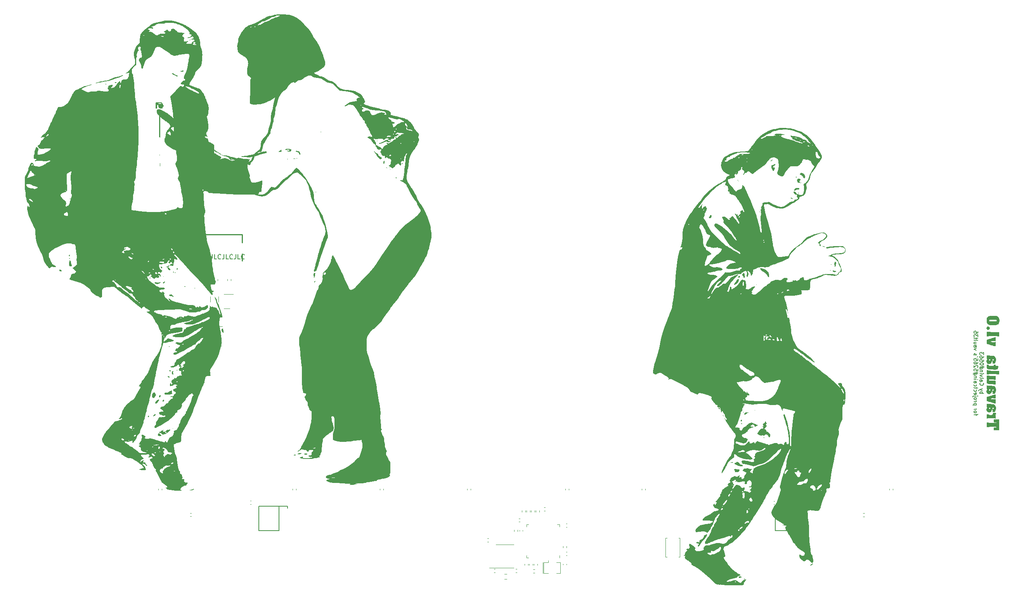
<source format=gbr>
%TF.GenerationSoftware,KiCad,Pcbnew,(7.0.0)*%
%TF.CreationDate,2023-05-05T19:02:53+02:00*%
%TF.ProjectId,travaulta revision,74726176-6175-46c7-9461-207265766973,rev?*%
%TF.SameCoordinates,Original*%
%TF.FileFunction,Legend,Bot*%
%TF.FilePolarity,Positive*%
%FSLAX46Y46*%
G04 Gerber Fmt 4.6, Leading zero omitted, Abs format (unit mm)*
G04 Created by KiCad (PCBNEW (7.0.0)) date 2023-05-05 19:02:53*
%MOMM*%
%LPD*%
G01*
G04 APERTURE LIST*
%ADD10C,0.150000*%
%ADD11C,0.120000*%
%ADD12C,0.170180*%
%ADD13C,0.002540*%
%ADD14C,0.254000*%
G04 APERTURE END LIST*
D10*
X77930951Y-50294380D02*
X77930951Y-51008666D01*
X77930951Y-51008666D02*
X77883332Y-51151523D01*
X77883332Y-51151523D02*
X77788094Y-51246761D01*
X77788094Y-51246761D02*
X77645237Y-51294380D01*
X77645237Y-51294380D02*
X77549999Y-51294380D01*
X78883332Y-51294380D02*
X78407142Y-51294380D01*
X78407142Y-51294380D02*
X78407142Y-50294380D01*
X79788094Y-51199142D02*
X79740475Y-51246761D01*
X79740475Y-51246761D02*
X79597618Y-51294380D01*
X79597618Y-51294380D02*
X79502380Y-51294380D01*
X79502380Y-51294380D02*
X79359523Y-51246761D01*
X79359523Y-51246761D02*
X79264285Y-51151523D01*
X79264285Y-51151523D02*
X79216666Y-51056285D01*
X79216666Y-51056285D02*
X79169047Y-50865809D01*
X79169047Y-50865809D02*
X79169047Y-50722952D01*
X79169047Y-50722952D02*
X79216666Y-50532476D01*
X79216666Y-50532476D02*
X79264285Y-50437238D01*
X79264285Y-50437238D02*
X79359523Y-50342000D01*
X79359523Y-50342000D02*
X79502380Y-50294380D01*
X79502380Y-50294380D02*
X79597618Y-50294380D01*
X79597618Y-50294380D02*
X79740475Y-50342000D01*
X79740475Y-50342000D02*
X79788094Y-50389619D01*
X80502380Y-50294380D02*
X80502380Y-51008666D01*
X80502380Y-51008666D02*
X80454761Y-51151523D01*
X80454761Y-51151523D02*
X80359523Y-51246761D01*
X80359523Y-51246761D02*
X80216666Y-51294380D01*
X80216666Y-51294380D02*
X80121428Y-51294380D01*
X81454761Y-51294380D02*
X80978571Y-51294380D01*
X80978571Y-51294380D02*
X80978571Y-50294380D01*
X82359523Y-51199142D02*
X82311904Y-51246761D01*
X82311904Y-51246761D02*
X82169047Y-51294380D01*
X82169047Y-51294380D02*
X82073809Y-51294380D01*
X82073809Y-51294380D02*
X81930952Y-51246761D01*
X81930952Y-51246761D02*
X81835714Y-51151523D01*
X81835714Y-51151523D02*
X81788095Y-51056285D01*
X81788095Y-51056285D02*
X81740476Y-50865809D01*
X81740476Y-50865809D02*
X81740476Y-50722952D01*
X81740476Y-50722952D02*
X81788095Y-50532476D01*
X81788095Y-50532476D02*
X81835714Y-50437238D01*
X81835714Y-50437238D02*
X81930952Y-50342000D01*
X81930952Y-50342000D02*
X82073809Y-50294380D01*
X82073809Y-50294380D02*
X82169047Y-50294380D01*
X82169047Y-50294380D02*
X82311904Y-50342000D01*
X82311904Y-50342000D02*
X82359523Y-50389619D01*
X83073809Y-50294380D02*
X83073809Y-51008666D01*
X83073809Y-51008666D02*
X83026190Y-51151523D01*
X83026190Y-51151523D02*
X82930952Y-51246761D01*
X82930952Y-51246761D02*
X82788095Y-51294380D01*
X82788095Y-51294380D02*
X82692857Y-51294380D01*
X84026190Y-51294380D02*
X83550000Y-51294380D01*
X83550000Y-51294380D02*
X83550000Y-50294380D01*
X84930952Y-51199142D02*
X84883333Y-51246761D01*
X84883333Y-51246761D02*
X84740476Y-51294380D01*
X84740476Y-51294380D02*
X84645238Y-51294380D01*
X84645238Y-51294380D02*
X84502381Y-51246761D01*
X84502381Y-51246761D02*
X84407143Y-51151523D01*
X84407143Y-51151523D02*
X84359524Y-51056285D01*
X84359524Y-51056285D02*
X84311905Y-50865809D01*
X84311905Y-50865809D02*
X84311905Y-50722952D01*
X84311905Y-50722952D02*
X84359524Y-50532476D01*
X84359524Y-50532476D02*
X84407143Y-50437238D01*
X84407143Y-50437238D02*
X84502381Y-50342000D01*
X84502381Y-50342000D02*
X84645238Y-50294380D01*
X84645238Y-50294380D02*
X84740476Y-50294380D01*
X84740476Y-50294380D02*
X84883333Y-50342000D01*
X84883333Y-50342000D02*
X84930952Y-50389619D01*
X85645238Y-50294380D02*
X85645238Y-51008666D01*
X85645238Y-51008666D02*
X85597619Y-51151523D01*
X85597619Y-51151523D02*
X85502381Y-51246761D01*
X85502381Y-51246761D02*
X85359524Y-51294380D01*
X85359524Y-51294380D02*
X85264286Y-51294380D01*
X86597619Y-51294380D02*
X86121429Y-51294380D01*
X86121429Y-51294380D02*
X86121429Y-50294380D01*
X87502381Y-51199142D02*
X87454762Y-51246761D01*
X87454762Y-51246761D02*
X87311905Y-51294380D01*
X87311905Y-51294380D02*
X87216667Y-51294380D01*
X87216667Y-51294380D02*
X87073810Y-51246761D01*
X87073810Y-51246761D02*
X86978572Y-51151523D01*
X86978572Y-51151523D02*
X86930953Y-51056285D01*
X86930953Y-51056285D02*
X86883334Y-50865809D01*
X86883334Y-50865809D02*
X86883334Y-50722952D01*
X86883334Y-50722952D02*
X86930953Y-50532476D01*
X86930953Y-50532476D02*
X86978572Y-50437238D01*
X86978572Y-50437238D02*
X87073810Y-50342000D01*
X87073810Y-50342000D02*
X87216667Y-50294380D01*
X87216667Y-50294380D02*
X87311905Y-50294380D01*
X87311905Y-50294380D02*
X87454762Y-50342000D01*
X87454762Y-50342000D02*
X87502381Y-50389619D01*
X248004095Y-80668572D02*
X248804095Y-80668572D01*
X248499333Y-80668572D02*
X248537428Y-80592382D01*
X248537428Y-80592382D02*
X248537428Y-80440001D01*
X248537428Y-80440001D02*
X248499333Y-80363810D01*
X248499333Y-80363810D02*
X248461238Y-80325715D01*
X248461238Y-80325715D02*
X248385047Y-80287620D01*
X248385047Y-80287620D02*
X248156476Y-80287620D01*
X248156476Y-80287620D02*
X248080285Y-80325715D01*
X248080285Y-80325715D02*
X248042190Y-80363810D01*
X248042190Y-80363810D02*
X248004095Y-80440001D01*
X248004095Y-80440001D02*
X248004095Y-80592382D01*
X248004095Y-80592382D02*
X248042190Y-80668572D01*
X248537428Y-80020953D02*
X248004095Y-79830477D01*
X248537428Y-79640000D02*
X248004095Y-79830477D01*
X248004095Y-79830477D02*
X247813619Y-79906667D01*
X247813619Y-79906667D02*
X247775523Y-79944762D01*
X247775523Y-79944762D02*
X247737428Y-80020953D01*
X248080285Y-78398095D02*
X248042190Y-78436191D01*
X248042190Y-78436191D02*
X248004095Y-78550476D01*
X248004095Y-78550476D02*
X248004095Y-78626667D01*
X248004095Y-78626667D02*
X248042190Y-78740953D01*
X248042190Y-78740953D02*
X248118380Y-78817143D01*
X248118380Y-78817143D02*
X248194571Y-78855238D01*
X248194571Y-78855238D02*
X248346952Y-78893334D01*
X248346952Y-78893334D02*
X248461238Y-78893334D01*
X248461238Y-78893334D02*
X248613619Y-78855238D01*
X248613619Y-78855238D02*
X248689809Y-78817143D01*
X248689809Y-78817143D02*
X248766000Y-78740953D01*
X248766000Y-78740953D02*
X248804095Y-78626667D01*
X248804095Y-78626667D02*
X248804095Y-78550476D01*
X248804095Y-78550476D02*
X248766000Y-78436191D01*
X248766000Y-78436191D02*
X248727904Y-78398095D01*
X248004095Y-77712381D02*
X248423142Y-77712381D01*
X248423142Y-77712381D02*
X248499333Y-77750476D01*
X248499333Y-77750476D02*
X248537428Y-77826667D01*
X248537428Y-77826667D02*
X248537428Y-77979048D01*
X248537428Y-77979048D02*
X248499333Y-78055238D01*
X248042190Y-77712381D02*
X248004095Y-77788572D01*
X248004095Y-77788572D02*
X248004095Y-77979048D01*
X248004095Y-77979048D02*
X248042190Y-78055238D01*
X248042190Y-78055238D02*
X248118380Y-78093334D01*
X248118380Y-78093334D02*
X248194571Y-78093334D01*
X248194571Y-78093334D02*
X248270761Y-78055238D01*
X248270761Y-78055238D02*
X248308857Y-77979048D01*
X248308857Y-77979048D02*
X248308857Y-77788572D01*
X248308857Y-77788572D02*
X248346952Y-77712381D01*
X248004095Y-77217143D02*
X248042190Y-77293333D01*
X248042190Y-77293333D02*
X248118380Y-77331428D01*
X248118380Y-77331428D02*
X248804095Y-77331428D01*
X248537428Y-76988571D02*
X248004095Y-76798095D01*
X248004095Y-76798095D02*
X248537428Y-76607618D01*
X248004095Y-76302856D02*
X248537428Y-76302856D01*
X248804095Y-76302856D02*
X248766000Y-76340952D01*
X248766000Y-76340952D02*
X248727904Y-76302856D01*
X248727904Y-76302856D02*
X248766000Y-76264761D01*
X248766000Y-76264761D02*
X248804095Y-76302856D01*
X248804095Y-76302856D02*
X248727904Y-76302856D01*
X248537428Y-75921904D02*
X248004095Y-75921904D01*
X248461238Y-75921904D02*
X248499333Y-75883809D01*
X248499333Y-75883809D02*
X248537428Y-75807619D01*
X248537428Y-75807619D02*
X248537428Y-75693333D01*
X248537428Y-75693333D02*
X248499333Y-75617142D01*
X248499333Y-75617142D02*
X248423142Y-75579047D01*
X248423142Y-75579047D02*
X248004095Y-75579047D01*
X248537428Y-75236190D02*
X248537428Y-74664761D01*
X248880285Y-75007618D02*
X247851714Y-75236190D01*
X248194571Y-74740951D02*
X248194571Y-75312380D01*
X247851714Y-74969523D02*
X248880285Y-74740951D01*
X248804095Y-74245713D02*
X248804095Y-74169523D01*
X248804095Y-74169523D02*
X248766000Y-74093332D01*
X248766000Y-74093332D02*
X248727904Y-74055237D01*
X248727904Y-74055237D02*
X248651714Y-74017142D01*
X248651714Y-74017142D02*
X248499333Y-73979047D01*
X248499333Y-73979047D02*
X248308857Y-73979047D01*
X248308857Y-73979047D02*
X248156476Y-74017142D01*
X248156476Y-74017142D02*
X248080285Y-74055237D01*
X248080285Y-74055237D02*
X248042190Y-74093332D01*
X248042190Y-74093332D02*
X248004095Y-74169523D01*
X248004095Y-74169523D02*
X248004095Y-74245713D01*
X248004095Y-74245713D02*
X248042190Y-74321904D01*
X248042190Y-74321904D02*
X248080285Y-74359999D01*
X248080285Y-74359999D02*
X248156476Y-74398094D01*
X248156476Y-74398094D02*
X248308857Y-74436190D01*
X248308857Y-74436190D02*
X248499333Y-74436190D01*
X248499333Y-74436190D02*
X248651714Y-74398094D01*
X248651714Y-74398094D02*
X248727904Y-74359999D01*
X248727904Y-74359999D02*
X248766000Y-74321904D01*
X248766000Y-74321904D02*
X248804095Y-74245713D01*
X248804095Y-73255237D02*
X248804095Y-73636189D01*
X248804095Y-73636189D02*
X248423142Y-73674285D01*
X248423142Y-73674285D02*
X248461238Y-73636189D01*
X248461238Y-73636189D02*
X248499333Y-73559999D01*
X248499333Y-73559999D02*
X248499333Y-73369523D01*
X248499333Y-73369523D02*
X248461238Y-73293332D01*
X248461238Y-73293332D02*
X248423142Y-73255237D01*
X248423142Y-73255237D02*
X248346952Y-73217142D01*
X248346952Y-73217142D02*
X248156476Y-73217142D01*
X248156476Y-73217142D02*
X248080285Y-73255237D01*
X248080285Y-73255237D02*
X248042190Y-73293332D01*
X248042190Y-73293332D02*
X248004095Y-73369523D01*
X248004095Y-73369523D02*
X248004095Y-73559999D01*
X248004095Y-73559999D02*
X248042190Y-73636189D01*
X248042190Y-73636189D02*
X248080285Y-73674285D01*
X248804095Y-72531427D02*
X248804095Y-72683808D01*
X248804095Y-72683808D02*
X248766000Y-72759999D01*
X248766000Y-72759999D02*
X248727904Y-72798094D01*
X248727904Y-72798094D02*
X248613619Y-72874284D01*
X248613619Y-72874284D02*
X248461238Y-72912380D01*
X248461238Y-72912380D02*
X248156476Y-72912380D01*
X248156476Y-72912380D02*
X248080285Y-72874284D01*
X248080285Y-72874284D02*
X248042190Y-72836189D01*
X248042190Y-72836189D02*
X248004095Y-72759999D01*
X248004095Y-72759999D02*
X248004095Y-72607618D01*
X248004095Y-72607618D02*
X248042190Y-72531427D01*
X248042190Y-72531427D02*
X248080285Y-72493332D01*
X248080285Y-72493332D02*
X248156476Y-72455237D01*
X248156476Y-72455237D02*
X248346952Y-72455237D01*
X248346952Y-72455237D02*
X248423142Y-72493332D01*
X248423142Y-72493332D02*
X248461238Y-72531427D01*
X248461238Y-72531427D02*
X248499333Y-72607618D01*
X248499333Y-72607618D02*
X248499333Y-72759999D01*
X248499333Y-72759999D02*
X248461238Y-72836189D01*
X248461238Y-72836189D02*
X248423142Y-72874284D01*
X248423142Y-72874284D02*
X248346952Y-72912380D01*
X248804095Y-72188570D02*
X248804095Y-71693332D01*
X248804095Y-71693332D02*
X248499333Y-71959998D01*
X248499333Y-71959998D02*
X248499333Y-71845713D01*
X248499333Y-71845713D02*
X248461238Y-71769522D01*
X248461238Y-71769522D02*
X248423142Y-71731427D01*
X248423142Y-71731427D02*
X248346952Y-71693332D01*
X248346952Y-71693332D02*
X248156476Y-71693332D01*
X248156476Y-71693332D02*
X248080285Y-71731427D01*
X248080285Y-71731427D02*
X248042190Y-71769522D01*
X248042190Y-71769522D02*
X248004095Y-71845713D01*
X248004095Y-71845713D02*
X248004095Y-72074284D01*
X248004095Y-72074284D02*
X248042190Y-72150475D01*
X248042190Y-72150475D02*
X248080285Y-72188570D01*
X247241428Y-85441906D02*
X247241428Y-85137144D01*
X246708095Y-85327620D02*
X247393809Y-85327620D01*
X247393809Y-85327620D02*
X247470000Y-85289525D01*
X247470000Y-85289525D02*
X247508095Y-85213335D01*
X247508095Y-85213335D02*
X247508095Y-85137144D01*
X246708095Y-84756192D02*
X246746190Y-84832382D01*
X246746190Y-84832382D02*
X246784285Y-84870477D01*
X246784285Y-84870477D02*
X246860476Y-84908573D01*
X246860476Y-84908573D02*
X247089047Y-84908573D01*
X247089047Y-84908573D02*
X247165238Y-84870477D01*
X247165238Y-84870477D02*
X247203333Y-84832382D01*
X247203333Y-84832382D02*
X247241428Y-84756192D01*
X247241428Y-84756192D02*
X247241428Y-84641906D01*
X247241428Y-84641906D02*
X247203333Y-84565715D01*
X247203333Y-84565715D02*
X247165238Y-84527620D01*
X247165238Y-84527620D02*
X247089047Y-84489525D01*
X247089047Y-84489525D02*
X246860476Y-84489525D01*
X246860476Y-84489525D02*
X246784285Y-84527620D01*
X246784285Y-84527620D02*
X246746190Y-84565715D01*
X246746190Y-84565715D02*
X246708095Y-84641906D01*
X246708095Y-84641906D02*
X246708095Y-84756192D01*
X246708095Y-84146667D02*
X247241428Y-84146667D01*
X247089047Y-84146667D02*
X247165238Y-84108572D01*
X247165238Y-84108572D02*
X247203333Y-84070477D01*
X247203333Y-84070477D02*
X247241428Y-83994286D01*
X247241428Y-83994286D02*
X247241428Y-83918096D01*
X247241428Y-83171429D02*
X246441428Y-83171429D01*
X247203333Y-83171429D02*
X247241428Y-83095239D01*
X247241428Y-83095239D02*
X247241428Y-82942858D01*
X247241428Y-82942858D02*
X247203333Y-82866667D01*
X247203333Y-82866667D02*
X247165238Y-82828572D01*
X247165238Y-82828572D02*
X247089047Y-82790477D01*
X247089047Y-82790477D02*
X246860476Y-82790477D01*
X246860476Y-82790477D02*
X246784285Y-82828572D01*
X246784285Y-82828572D02*
X246746190Y-82866667D01*
X246746190Y-82866667D02*
X246708095Y-82942858D01*
X246708095Y-82942858D02*
X246708095Y-83095239D01*
X246708095Y-83095239D02*
X246746190Y-83171429D01*
X246708095Y-82447619D02*
X247241428Y-82447619D01*
X247089047Y-82447619D02*
X247165238Y-82409524D01*
X247165238Y-82409524D02*
X247203333Y-82371429D01*
X247203333Y-82371429D02*
X247241428Y-82295238D01*
X247241428Y-82295238D02*
X247241428Y-82219048D01*
X246708095Y-81838096D02*
X246746190Y-81914286D01*
X246746190Y-81914286D02*
X246784285Y-81952381D01*
X246784285Y-81952381D02*
X246860476Y-81990477D01*
X246860476Y-81990477D02*
X247089047Y-81990477D01*
X247089047Y-81990477D02*
X247165238Y-81952381D01*
X247165238Y-81952381D02*
X247203333Y-81914286D01*
X247203333Y-81914286D02*
X247241428Y-81838096D01*
X247241428Y-81838096D02*
X247241428Y-81723810D01*
X247241428Y-81723810D02*
X247203333Y-81647619D01*
X247203333Y-81647619D02*
X247165238Y-81609524D01*
X247165238Y-81609524D02*
X247089047Y-81571429D01*
X247089047Y-81571429D02*
X246860476Y-81571429D01*
X246860476Y-81571429D02*
X246784285Y-81609524D01*
X246784285Y-81609524D02*
X246746190Y-81647619D01*
X246746190Y-81647619D02*
X246708095Y-81723810D01*
X246708095Y-81723810D02*
X246708095Y-81838096D01*
X247241428Y-81228571D02*
X246555714Y-81228571D01*
X246555714Y-81228571D02*
X246479523Y-81266667D01*
X246479523Y-81266667D02*
X246441428Y-81342857D01*
X246441428Y-81342857D02*
X246441428Y-81380952D01*
X247508095Y-81228571D02*
X247470000Y-81266667D01*
X247470000Y-81266667D02*
X247431904Y-81228571D01*
X247431904Y-81228571D02*
X247470000Y-81190476D01*
X247470000Y-81190476D02*
X247508095Y-81228571D01*
X247508095Y-81228571D02*
X247431904Y-81228571D01*
X246746190Y-80542857D02*
X246708095Y-80619048D01*
X246708095Y-80619048D02*
X246708095Y-80771429D01*
X246708095Y-80771429D02*
X246746190Y-80847619D01*
X246746190Y-80847619D02*
X246822380Y-80885715D01*
X246822380Y-80885715D02*
X247127142Y-80885715D01*
X247127142Y-80885715D02*
X247203333Y-80847619D01*
X247203333Y-80847619D02*
X247241428Y-80771429D01*
X247241428Y-80771429D02*
X247241428Y-80619048D01*
X247241428Y-80619048D02*
X247203333Y-80542857D01*
X247203333Y-80542857D02*
X247127142Y-80504762D01*
X247127142Y-80504762D02*
X247050952Y-80504762D01*
X247050952Y-80504762D02*
X246974761Y-80885715D01*
X246746190Y-79819048D02*
X246708095Y-79895239D01*
X246708095Y-79895239D02*
X246708095Y-80047620D01*
X246708095Y-80047620D02*
X246746190Y-80123810D01*
X246746190Y-80123810D02*
X246784285Y-80161905D01*
X246784285Y-80161905D02*
X246860476Y-80200001D01*
X246860476Y-80200001D02*
X247089047Y-80200001D01*
X247089047Y-80200001D02*
X247165238Y-80161905D01*
X247165238Y-80161905D02*
X247203333Y-80123810D01*
X247203333Y-80123810D02*
X247241428Y-80047620D01*
X247241428Y-80047620D02*
X247241428Y-79895239D01*
X247241428Y-79895239D02*
X247203333Y-79819048D01*
X247241428Y-79590477D02*
X247241428Y-79285715D01*
X247508095Y-79476191D02*
X246822380Y-79476191D01*
X246822380Y-79476191D02*
X246746190Y-79438096D01*
X246746190Y-79438096D02*
X246708095Y-79361906D01*
X246708095Y-79361906D02*
X246708095Y-79285715D01*
X246746190Y-78676191D02*
X246708095Y-78752382D01*
X246708095Y-78752382D02*
X246708095Y-78904763D01*
X246708095Y-78904763D02*
X246746190Y-78980953D01*
X246746190Y-78980953D02*
X246784285Y-79019048D01*
X246784285Y-79019048D02*
X246860476Y-79057144D01*
X246860476Y-79057144D02*
X247089047Y-79057144D01*
X247089047Y-79057144D02*
X247165238Y-79019048D01*
X247165238Y-79019048D02*
X247203333Y-78980953D01*
X247203333Y-78980953D02*
X247241428Y-78904763D01*
X247241428Y-78904763D02*
X247241428Y-78752382D01*
X247241428Y-78752382D02*
X247203333Y-78676191D01*
X246708095Y-77990477D02*
X247127142Y-77990477D01*
X247127142Y-77990477D02*
X247203333Y-78028572D01*
X247203333Y-78028572D02*
X247241428Y-78104763D01*
X247241428Y-78104763D02*
X247241428Y-78257144D01*
X247241428Y-78257144D02*
X247203333Y-78333334D01*
X246746190Y-77990477D02*
X246708095Y-78066668D01*
X246708095Y-78066668D02*
X246708095Y-78257144D01*
X246708095Y-78257144D02*
X246746190Y-78333334D01*
X246746190Y-78333334D02*
X246822380Y-78371430D01*
X246822380Y-78371430D02*
X246898571Y-78371430D01*
X246898571Y-78371430D02*
X246974761Y-78333334D01*
X246974761Y-78333334D02*
X247012857Y-78257144D01*
X247012857Y-78257144D02*
X247012857Y-78066668D01*
X247012857Y-78066668D02*
X247050952Y-77990477D01*
X246708095Y-77609524D02*
X247241428Y-77609524D01*
X247508095Y-77609524D02*
X247470000Y-77647620D01*
X247470000Y-77647620D02*
X247431904Y-77609524D01*
X247431904Y-77609524D02*
X247470000Y-77571429D01*
X247470000Y-77571429D02*
X247508095Y-77609524D01*
X247508095Y-77609524D02*
X247431904Y-77609524D01*
X247241428Y-77228572D02*
X246708095Y-77228572D01*
X247165238Y-77228572D02*
X247203333Y-77190477D01*
X247203333Y-77190477D02*
X247241428Y-77114287D01*
X247241428Y-77114287D02*
X247241428Y-77000001D01*
X247241428Y-77000001D02*
X247203333Y-76923810D01*
X247203333Y-76923810D02*
X247127142Y-76885715D01*
X247127142Y-76885715D02*
X246708095Y-76885715D01*
X247241428Y-76542858D02*
X247241428Y-75971429D01*
X247584285Y-76314286D02*
X246555714Y-76542858D01*
X246898571Y-76047619D02*
X246898571Y-76619048D01*
X246555714Y-76276191D02*
X247584285Y-76047619D01*
X247508095Y-75323810D02*
X247508095Y-75704762D01*
X247508095Y-75704762D02*
X247127142Y-75742858D01*
X247127142Y-75742858D02*
X247165238Y-75704762D01*
X247165238Y-75704762D02*
X247203333Y-75628572D01*
X247203333Y-75628572D02*
X247203333Y-75438096D01*
X247203333Y-75438096D02*
X247165238Y-75361905D01*
X247165238Y-75361905D02*
X247127142Y-75323810D01*
X247127142Y-75323810D02*
X247050952Y-75285715D01*
X247050952Y-75285715D02*
X246860476Y-75285715D01*
X246860476Y-75285715D02*
X246784285Y-75323810D01*
X246784285Y-75323810D02*
X246746190Y-75361905D01*
X246746190Y-75361905D02*
X246708095Y-75438096D01*
X246708095Y-75438096D02*
X246708095Y-75628572D01*
X246708095Y-75628572D02*
X246746190Y-75704762D01*
X246746190Y-75704762D02*
X246784285Y-75742858D01*
X247431904Y-74980953D02*
X247470000Y-74942857D01*
X247470000Y-74942857D02*
X247508095Y-74866667D01*
X247508095Y-74866667D02*
X247508095Y-74676191D01*
X247508095Y-74676191D02*
X247470000Y-74600000D01*
X247470000Y-74600000D02*
X247431904Y-74561905D01*
X247431904Y-74561905D02*
X247355714Y-74523810D01*
X247355714Y-74523810D02*
X247279523Y-74523810D01*
X247279523Y-74523810D02*
X247165238Y-74561905D01*
X247165238Y-74561905D02*
X246708095Y-75019048D01*
X246708095Y-75019048D02*
X246708095Y-74523810D01*
X247508095Y-73838095D02*
X247508095Y-73990476D01*
X247508095Y-73990476D02*
X247470000Y-74066667D01*
X247470000Y-74066667D02*
X247431904Y-74104762D01*
X247431904Y-74104762D02*
X247317619Y-74180952D01*
X247317619Y-74180952D02*
X247165238Y-74219048D01*
X247165238Y-74219048D02*
X246860476Y-74219048D01*
X246860476Y-74219048D02*
X246784285Y-74180952D01*
X246784285Y-74180952D02*
X246746190Y-74142857D01*
X246746190Y-74142857D02*
X246708095Y-74066667D01*
X246708095Y-74066667D02*
X246708095Y-73914286D01*
X246708095Y-73914286D02*
X246746190Y-73838095D01*
X246746190Y-73838095D02*
X246784285Y-73800000D01*
X246784285Y-73800000D02*
X246860476Y-73761905D01*
X246860476Y-73761905D02*
X247050952Y-73761905D01*
X247050952Y-73761905D02*
X247127142Y-73800000D01*
X247127142Y-73800000D02*
X247165238Y-73838095D01*
X247165238Y-73838095D02*
X247203333Y-73914286D01*
X247203333Y-73914286D02*
X247203333Y-74066667D01*
X247203333Y-74066667D02*
X247165238Y-74142857D01*
X247165238Y-74142857D02*
X247127142Y-74180952D01*
X247127142Y-74180952D02*
X247050952Y-74219048D01*
X247508095Y-73038095D02*
X247508095Y-73419047D01*
X247508095Y-73419047D02*
X247127142Y-73457143D01*
X247127142Y-73457143D02*
X247165238Y-73419047D01*
X247165238Y-73419047D02*
X247203333Y-73342857D01*
X247203333Y-73342857D02*
X247203333Y-73152381D01*
X247203333Y-73152381D02*
X247165238Y-73076190D01*
X247165238Y-73076190D02*
X247127142Y-73038095D01*
X247127142Y-73038095D02*
X247050952Y-73000000D01*
X247050952Y-73000000D02*
X246860476Y-73000000D01*
X246860476Y-73000000D02*
X246784285Y-73038095D01*
X246784285Y-73038095D02*
X246746190Y-73076190D01*
X246746190Y-73076190D02*
X246708095Y-73152381D01*
X246708095Y-73152381D02*
X246708095Y-73342857D01*
X246708095Y-73342857D02*
X246746190Y-73419047D01*
X246746190Y-73419047D02*
X246784285Y-73457143D01*
X247508095Y-72619047D02*
X247355714Y-72695238D01*
X246746190Y-72314286D02*
X246708095Y-72238095D01*
X246708095Y-72238095D02*
X246708095Y-72085714D01*
X246708095Y-72085714D02*
X246746190Y-72009524D01*
X246746190Y-72009524D02*
X246822380Y-71971428D01*
X246822380Y-71971428D02*
X246860476Y-71971428D01*
X246860476Y-71971428D02*
X246936666Y-72009524D01*
X246936666Y-72009524D02*
X246974761Y-72085714D01*
X246974761Y-72085714D02*
X246974761Y-72200000D01*
X246974761Y-72200000D02*
X247012857Y-72276190D01*
X247012857Y-72276190D02*
X247089047Y-72314286D01*
X247089047Y-72314286D02*
X247127142Y-72314286D01*
X247127142Y-72314286D02*
X247203333Y-72276190D01*
X247203333Y-72276190D02*
X247241428Y-72200000D01*
X247241428Y-72200000D02*
X247241428Y-72085714D01*
X247241428Y-72085714D02*
X247203333Y-72009524D01*
X247241428Y-71224762D02*
X246708095Y-71034286D01*
X246708095Y-71034286D02*
X247241428Y-70843809D01*
X246708095Y-70196190D02*
X247127142Y-70196190D01*
X247127142Y-70196190D02*
X247203333Y-70234285D01*
X247203333Y-70234285D02*
X247241428Y-70310476D01*
X247241428Y-70310476D02*
X247241428Y-70462857D01*
X247241428Y-70462857D02*
X247203333Y-70539047D01*
X246746190Y-70196190D02*
X246708095Y-70272381D01*
X246708095Y-70272381D02*
X246708095Y-70462857D01*
X246708095Y-70462857D02*
X246746190Y-70539047D01*
X246746190Y-70539047D02*
X246822380Y-70577143D01*
X246822380Y-70577143D02*
X246898571Y-70577143D01*
X246898571Y-70577143D02*
X246974761Y-70539047D01*
X246974761Y-70539047D02*
X247012857Y-70462857D01*
X247012857Y-70462857D02*
X247012857Y-70272381D01*
X247012857Y-70272381D02*
X247050952Y-70196190D01*
X247241428Y-69472380D02*
X246708095Y-69472380D01*
X247241428Y-69815237D02*
X246822380Y-69815237D01*
X246822380Y-69815237D02*
X246746190Y-69777142D01*
X246746190Y-69777142D02*
X246708095Y-69700952D01*
X246708095Y-69700952D02*
X246708095Y-69586666D01*
X246708095Y-69586666D02*
X246746190Y-69510475D01*
X246746190Y-69510475D02*
X246784285Y-69472380D01*
X246708095Y-68977142D02*
X246746190Y-69053332D01*
X246746190Y-69053332D02*
X246822380Y-69091427D01*
X246822380Y-69091427D02*
X247508095Y-69091427D01*
X247241428Y-68786665D02*
X247241428Y-68481903D01*
X247508095Y-68672379D02*
X246822380Y-68672379D01*
X246822380Y-68672379D02*
X246746190Y-68634284D01*
X246746190Y-68634284D02*
X246708095Y-68558094D01*
X246708095Y-68558094D02*
X246708095Y-68481903D01*
X247508095Y-68291427D02*
X247508095Y-67796189D01*
X247508095Y-67796189D02*
X247203333Y-68062855D01*
X247203333Y-68062855D02*
X247203333Y-67948570D01*
X247203333Y-67948570D02*
X247165238Y-67872379D01*
X247165238Y-67872379D02*
X247127142Y-67834284D01*
X247127142Y-67834284D02*
X247050952Y-67796189D01*
X247050952Y-67796189D02*
X246860476Y-67796189D01*
X246860476Y-67796189D02*
X246784285Y-67834284D01*
X246784285Y-67834284D02*
X246746190Y-67872379D01*
X246746190Y-67872379D02*
X246708095Y-67948570D01*
X246708095Y-67948570D02*
X246708095Y-68177141D01*
X246708095Y-68177141D02*
X246746190Y-68253332D01*
X246746190Y-68253332D02*
X246784285Y-68291427D01*
X247508095Y-67072379D02*
X247508095Y-67453331D01*
X247508095Y-67453331D02*
X247127142Y-67491427D01*
X247127142Y-67491427D02*
X247165238Y-67453331D01*
X247165238Y-67453331D02*
X247203333Y-67377141D01*
X247203333Y-67377141D02*
X247203333Y-67186665D01*
X247203333Y-67186665D02*
X247165238Y-67110474D01*
X247165238Y-67110474D02*
X247127142Y-67072379D01*
X247127142Y-67072379D02*
X247050952Y-67034284D01*
X247050952Y-67034284D02*
X246860476Y-67034284D01*
X246860476Y-67034284D02*
X246784285Y-67072379D01*
X246784285Y-67072379D02*
X246746190Y-67110474D01*
X246746190Y-67110474D02*
X246708095Y-67186665D01*
X246708095Y-67186665D02*
X246708095Y-67377141D01*
X246708095Y-67377141D02*
X246746190Y-67453331D01*
X246746190Y-67453331D02*
X246784285Y-67491427D01*
D11*
%TO.C,Y1*%
X152616000Y-117945000D02*
X152616000Y-117545000D01*
X152616000Y-119945000D02*
X152616000Y-117945000D01*
X152816000Y-117945000D02*
X152816000Y-117545000D01*
X152816000Y-117945000D02*
X152816000Y-119945000D01*
X152816000Y-119945000D02*
X153816000Y-119945000D01*
X153816000Y-117545000D02*
X152816000Y-117545000D01*
X153816000Y-117545000D02*
X153816000Y-117145000D01*
X155616000Y-119945000D02*
X156416000Y-119945000D01*
X156416000Y-117545000D02*
X155616000Y-117545000D01*
X156416000Y-117945000D02*
X156416000Y-117545000D01*
X156416000Y-119945000D02*
X156416000Y-117945000D01*
%TO.C,C7*%
X147611836Y-108691000D02*
X147396164Y-108691000D01*
X147611836Y-107971000D02*
X147396164Y-107971000D01*
%TO.C,C12*%
X202981600Y-104174305D02*
X203197272Y-104174305D01*
X202981600Y-104894305D02*
X203197272Y-104894305D01*
%TO.C,C15*%
X149391000Y-117912164D02*
X149391000Y-118127836D01*
X148671000Y-117912164D02*
X148671000Y-118127836D01*
%TO.C,G\u002A\u002A\u002A*%
G36*
X99737333Y-28913667D02*
G01*
X99695000Y-28956000D01*
X99652666Y-28913667D01*
X99695000Y-28871334D01*
X99737333Y-28913667D01*
G37*
G36*
X73152000Y-52197000D02*
G01*
X73109666Y-52239334D01*
X73067333Y-52197000D01*
X73109666Y-52154667D01*
X73152000Y-52197000D01*
G37*
G36*
X72898000Y-59817000D02*
G01*
X72855666Y-59859334D01*
X72813333Y-59817000D01*
X72855666Y-59774667D01*
X72898000Y-59817000D01*
G37*
G36*
X72728666Y-75141667D02*
G01*
X72686333Y-75184000D01*
X72644000Y-75141667D01*
X72686333Y-75099334D01*
X72728666Y-75141667D01*
G37*
G36*
X72728666Y-54059667D02*
G01*
X72686333Y-54102000D01*
X72644000Y-54059667D01*
X72686333Y-54017334D01*
X72728666Y-54059667D01*
G37*
G36*
X72136000Y-53043667D02*
G01*
X72093666Y-53086000D01*
X72051333Y-53043667D01*
X72093666Y-53001334D01*
X72136000Y-53043667D01*
G37*
G36*
X70866000Y-52197000D02*
G01*
X70823666Y-52239334D01*
X70781333Y-52197000D01*
X70823666Y-52154667D01*
X70866000Y-52197000D01*
G37*
G36*
X70781333Y-59647667D02*
G01*
X70739000Y-59690000D01*
X70696666Y-59647667D01*
X70739000Y-59605334D01*
X70781333Y-59647667D01*
G37*
G36*
X70696666Y-14012334D02*
G01*
X70654333Y-14054667D01*
X70612000Y-14012334D01*
X70654333Y-13970000D01*
X70696666Y-14012334D01*
G37*
G36*
X69850000Y-97070334D02*
G01*
X69807666Y-97112667D01*
X69765333Y-97070334D01*
X69807666Y-97028000D01*
X69850000Y-97070334D01*
G37*
G36*
X61468000Y-10879667D02*
G01*
X61425666Y-10922000D01*
X61383333Y-10879667D01*
X61425666Y-10837334D01*
X61468000Y-10879667D01*
G37*
G36*
X54864000Y-12996334D02*
G01*
X54821666Y-13038667D01*
X54779333Y-12996334D01*
X54821666Y-12954000D01*
X54864000Y-12996334D01*
G37*
G36*
X54356000Y-13165667D02*
G01*
X54313666Y-13208000D01*
X54271333Y-13165667D01*
X54313666Y-13123334D01*
X54356000Y-13165667D01*
G37*
G36*
X43010666Y-25273000D02*
G01*
X42968333Y-25315334D01*
X42926000Y-25273000D01*
X42968333Y-25230667D01*
X43010666Y-25273000D01*
G37*
G36*
X78881111Y-79191556D02*
G01*
X78894357Y-79217022D01*
X78824666Y-79248000D01*
X78779844Y-79241890D01*
X78768222Y-79191556D01*
X78780631Y-79181423D01*
X78881111Y-79191556D01*
G37*
G36*
X73208444Y-10357556D02*
G01*
X73221690Y-10383022D01*
X73152000Y-10414000D01*
X73107178Y-10407890D01*
X73095555Y-10357556D01*
X73107965Y-10347423D01*
X73208444Y-10357556D01*
G37*
G36*
X70668444Y-58617556D02*
G01*
X70681690Y-58643022D01*
X70612000Y-58674000D01*
X70567178Y-58667890D01*
X70555555Y-58617556D01*
X70567965Y-58607423D01*
X70668444Y-58617556D01*
G37*
G36*
X69357875Y-10271497D02*
G01*
X69397064Y-10301972D01*
X69306722Y-10322649D01*
X69220848Y-10316663D01*
X69195597Y-10278181D01*
X69225551Y-10261403D01*
X69357875Y-10271497D01*
G37*
G36*
X69074631Y-28532667D02*
G01*
X69062829Y-28649136D01*
X69031927Y-28638500D01*
X69020744Y-28600176D01*
X69031927Y-28426834D01*
X69061326Y-28412471D01*
X69074631Y-28532667D01*
G37*
G36*
X54581778Y-13066889D02*
G01*
X54595023Y-13092355D01*
X54525333Y-13123334D01*
X54480511Y-13117223D01*
X54468889Y-13066889D01*
X54481298Y-13056756D01*
X54581778Y-13066889D01*
G37*
G36*
X49516631Y-38100000D02*
G01*
X49504829Y-38216470D01*
X49473927Y-38205834D01*
X49462744Y-38167509D01*
X49473927Y-37994167D01*
X49503326Y-37979805D01*
X49516631Y-38100000D01*
G37*
G36*
X76749480Y-57656619D02*
G01*
X76757866Y-57701010D01*
X76670663Y-57742667D01*
X76627916Y-57741011D01*
X76542409Y-57701016D01*
X76617483Y-57619283D01*
X76648011Y-57607777D01*
X76749480Y-57656619D01*
G37*
G36*
X72848771Y-75459199D02*
G01*
X72898000Y-75557945D01*
X72880576Y-75623830D01*
X72763944Y-75692000D01*
X72671434Y-75643129D01*
X72685650Y-75541676D01*
X72797458Y-75457403D01*
X72848771Y-75459199D01*
G37*
G36*
X72116041Y-54062217D02*
G01*
X72096294Y-54182415D01*
X72068123Y-54213339D01*
X71953439Y-54220825D01*
X71916201Y-54183020D01*
X71957878Y-54076922D01*
X72034139Y-54029844D01*
X72116041Y-54062217D01*
G37*
G36*
X71932418Y-88294252D02*
G01*
X71906282Y-88331863D01*
X71834670Y-88392000D01*
X71822834Y-88391176D01*
X71804188Y-88342166D01*
X71895082Y-88256915D01*
X71942397Y-88236315D01*
X71932418Y-88294252D01*
G37*
G36*
X69999757Y-55050032D02*
G01*
X69934666Y-55118000D01*
X69857970Y-55165470D01*
X69777866Y-55194150D01*
X69807666Y-55118000D01*
X69825790Y-55094941D01*
X69960830Y-55034630D01*
X69999757Y-55050032D01*
G37*
G36*
X69138418Y-52818918D02*
G01*
X69112282Y-52856530D01*
X69040670Y-52916667D01*
X69028834Y-52915843D01*
X69010188Y-52866832D01*
X69101082Y-52781582D01*
X69148397Y-52760981D01*
X69138418Y-52818918D01*
G37*
G36*
X57315081Y-12993706D02*
G01*
X57346006Y-13021877D01*
X57353491Y-13136561D01*
X57315686Y-13173799D01*
X57209588Y-13132122D01*
X57162511Y-13055861D01*
X57194883Y-12973959D01*
X57315081Y-12993706D01*
G37*
G36*
X96959084Y-29389696D02*
G01*
X97028000Y-29464000D01*
X97025719Y-29484088D01*
X96948330Y-29548667D01*
X96924576Y-29545437D01*
X96816333Y-29464000D01*
X96808368Y-29420379D01*
X96896003Y-29379334D01*
X96959084Y-29389696D01*
G37*
G36*
X75759769Y-3404246D02*
G01*
X75692000Y-3471334D01*
X75619472Y-3511251D01*
X75480333Y-3553407D01*
X75454897Y-3538421D01*
X75522666Y-3471334D01*
X75595194Y-3431416D01*
X75734333Y-3389260D01*
X75759769Y-3404246D01*
G37*
G36*
X74607423Y-57244219D02*
G01*
X74676000Y-57319334D01*
X74661672Y-57358283D01*
X74549000Y-57404000D01*
X74490576Y-57394448D01*
X74422000Y-57319334D01*
X74436328Y-57280384D01*
X74549000Y-57234667D01*
X74607423Y-57244219D01*
G37*
G36*
X71155620Y-70364648D02*
G01*
X71162333Y-70442667D01*
X71144956Y-70468005D01*
X71072670Y-70527334D01*
X71064220Y-70525132D01*
X71035333Y-70442667D01*
X71038779Y-70419461D01*
X71124997Y-70358000D01*
X71155620Y-70364648D01*
G37*
G36*
X69313778Y-18739556D02*
G01*
X69326013Y-18761013D01*
X69303148Y-18875034D01*
X69248388Y-18933706D01*
X69141272Y-18960203D01*
X69088000Y-18885664D01*
X69113541Y-18813882D01*
X69214750Y-18733172D01*
X69313778Y-18739556D01*
G37*
G36*
X66994473Y-55384184D02*
G01*
X67013666Y-55456667D01*
X66996337Y-55479789D01*
X66881670Y-55541334D01*
X66862767Y-55538910D01*
X66802000Y-55456667D01*
X66818154Y-55416205D01*
X66933997Y-55372000D01*
X66994473Y-55384184D01*
G37*
G36*
X49401129Y-51070155D02*
G01*
X49445333Y-51185997D01*
X49433150Y-51246473D01*
X49360666Y-51265667D01*
X49337544Y-51248337D01*
X49276000Y-51133670D01*
X49278423Y-51114768D01*
X49360666Y-51054000D01*
X49401129Y-51070155D01*
G37*
G36*
X99245755Y-29226733D02*
G01*
X99273684Y-29246082D01*
X99144666Y-29294667D01*
X98947951Y-29346406D01*
X98807800Y-29364199D01*
X98762849Y-29346953D01*
X98848333Y-29294667D01*
X98964613Y-29256323D01*
X99187000Y-29224391D01*
X99245755Y-29226733D01*
G37*
G36*
X72942398Y-53320567D02*
G01*
X72952426Y-53460493D01*
X72948271Y-53510440D01*
X72905419Y-53612434D01*
X72792166Y-53582637D01*
X72682776Y-53514415D01*
X72665401Y-53438454D01*
X72804260Y-53344856D01*
X72860902Y-53317064D01*
X72942398Y-53320567D01*
G37*
G36*
X71323680Y-75610260D02*
G01*
X71413005Y-75706625D01*
X71401487Y-75805624D01*
X71401206Y-75805905D01*
X71272683Y-75855093D01*
X71128206Y-75744221D01*
X71077107Y-75648518D01*
X71153982Y-75579920D01*
X71193731Y-75571443D01*
X71323680Y-75610260D01*
G37*
G36*
X71057364Y-76894919D02*
G01*
X71175220Y-76990972D01*
X71162333Y-77131334D01*
X71152401Y-77146431D01*
X71036556Y-77210741D01*
X70882933Y-77114400D01*
X70809644Y-77024932D01*
X70801863Y-76915989D01*
X70945670Y-76877334D01*
X71057364Y-76894919D01*
G37*
G36*
X69474833Y-53007080D02*
G01*
X69557704Y-53128127D01*
X69558244Y-53247927D01*
X69519087Y-53282034D01*
X69381622Y-53284911D01*
X69303990Y-53228638D01*
X69259748Y-53087716D01*
X69332407Y-52964929D01*
X69365474Y-52954765D01*
X69474833Y-53007080D01*
G37*
G36*
X66701759Y-85578951D02*
G01*
X66685160Y-85729055D01*
X66654426Y-85784518D01*
X66550657Y-85852000D01*
X66491691Y-85825045D01*
X66470497Y-85699883D01*
X66538713Y-85525461D01*
X66569312Y-85488855D01*
X66651478Y-85482668D01*
X66701759Y-85578951D01*
G37*
G36*
X49445333Y-50440167D02*
G01*
X49436663Y-50534991D01*
X49388889Y-50658889D01*
X49319294Y-50708713D01*
X49225203Y-50685069D01*
X49206611Y-50531465D01*
X49234933Y-50431446D01*
X49319089Y-50326059D01*
X49405589Y-50322707D01*
X49445333Y-50440167D01*
G37*
G36*
X98569772Y-29309325D02*
G01*
X98636666Y-29379334D01*
X98635875Y-29385761D01*
X98548765Y-29440816D01*
X98361500Y-29462704D01*
X98258864Y-29459781D01*
X98163845Y-29435551D01*
X98213333Y-29379334D01*
X98236335Y-29365458D01*
X98413916Y-29304700D01*
X98569772Y-29309325D01*
G37*
G36*
X72332352Y-54173957D02*
G01*
X72403628Y-54214978D01*
X72517197Y-54207099D01*
X72543845Y-54189986D01*
X72525577Y-54250167D01*
X72482204Y-54309619D01*
X72367825Y-54344411D01*
X72270120Y-54217025D01*
X72268741Y-54213416D01*
X72251500Y-54125671D01*
X72332352Y-54173957D01*
G37*
G36*
X70187370Y-56282167D02*
G01*
X70186881Y-56291852D01*
X70105463Y-56457938D01*
X69934666Y-56575546D01*
X69793230Y-56599870D01*
X69741953Y-56535467D01*
X69829823Y-56385067D01*
X69858300Y-56354221D01*
X70006183Y-56247340D01*
X70134130Y-56218068D01*
X70187370Y-56282167D01*
G37*
G36*
X69985470Y-82075876D02*
G01*
X69997611Y-82167458D01*
X69934545Y-82338480D01*
X69863658Y-82400362D01*
X69755740Y-82417071D01*
X69701332Y-82358040D01*
X69695829Y-82201848D01*
X69806665Y-82042832D01*
X69807757Y-82041927D01*
X69918591Y-81985820D01*
X69985470Y-82075876D01*
G37*
G36*
X69140524Y-30394938D02*
G01*
X69144201Y-30649334D01*
X69143715Y-30752938D01*
X69137658Y-30964113D01*
X69126133Y-31041301D01*
X69110990Y-30966834D01*
X69097290Y-30649751D01*
X69110990Y-30331834D01*
X69116651Y-30287004D01*
X69130725Y-30268272D01*
X69140524Y-30394938D01*
G37*
G36*
X69109562Y-81026349D02*
G01*
X69205709Y-81101408D01*
X69231200Y-81254326D01*
X69171772Y-81408078D01*
X69098653Y-81483827D01*
X68975588Y-81521685D01*
X68883931Y-81396269D01*
X68880664Y-81255079D01*
X68965634Y-81096965D01*
X69101024Y-81026000D01*
X69109562Y-81026349D01*
G37*
G36*
X59581794Y-12653163D02*
G01*
X59599726Y-12660192D01*
X59679484Y-12716125D01*
X59602960Y-12787925D01*
X59562509Y-12811539D01*
X59360406Y-12863775D01*
X59223964Y-12784069D01*
X59212052Y-12751042D01*
X59266669Y-12668838D01*
X59409953Y-12628881D01*
X59581794Y-12653163D01*
G37*
G36*
X47414087Y-53649400D02*
G01*
X47573109Y-53741019D01*
X47662388Y-53851025D01*
X47610889Y-53960889D01*
X47511931Y-54013354D01*
X47331855Y-53985511D01*
X47176831Y-53844556D01*
X47138306Y-53775847D01*
X47108475Y-53625730D01*
X47204733Y-53580019D01*
X47414087Y-53649400D01*
G37*
G36*
X82845925Y-66505105D02*
G01*
X82892705Y-66663712D01*
X82937946Y-66963454D01*
X82998266Y-67418170D01*
X82727985Y-67218342D01*
X82628078Y-67131137D01*
X82493801Y-66909383D01*
X82500325Y-66692087D01*
X82651772Y-66517201D01*
X82677371Y-66501548D01*
X82780012Y-66460196D01*
X82845925Y-66505105D01*
G37*
G36*
X68065148Y-85178167D02*
G01*
X68144729Y-85222309D01*
X68100506Y-85333050D01*
X67928625Y-85530425D01*
X67892549Y-85566570D01*
X67728639Y-85688249D01*
X67624409Y-85692276D01*
X67610707Y-85673446D01*
X67616888Y-85539895D01*
X67710434Y-85374619D01*
X67850707Y-85234062D01*
X67997071Y-85174667D01*
X68065148Y-85178167D01*
G37*
G36*
X74252666Y-10186220D02*
G01*
X74242103Y-10246496D01*
X74146833Y-10357927D01*
X74113770Y-10369556D01*
X73833532Y-10395305D01*
X73490666Y-10336649D01*
X73445900Y-10323421D01*
X73367378Y-10287395D01*
X73423719Y-10256972D01*
X73631432Y-10218271D01*
X73703567Y-10205840D01*
X73951563Y-10154954D01*
X74118265Y-10108791D01*
X74199545Y-10096960D01*
X74252666Y-10186220D01*
G37*
G36*
X71994459Y-75862875D02*
G01*
X71972803Y-76019200D01*
X71942563Y-76102397D01*
X71971278Y-76289229D01*
X72008057Y-76355455D01*
X72050037Y-76481375D01*
X72027329Y-76514505D01*
X71904455Y-76522797D01*
X71825212Y-76471226D01*
X71736873Y-76308380D01*
X71688494Y-76099319D01*
X71692942Y-75909451D01*
X71763084Y-75804182D01*
X71892112Y-75785995D01*
X71994459Y-75862875D01*
G37*
G36*
X95588666Y-27509742D02*
G01*
X95593510Y-27555922D01*
X95637805Y-27715537D01*
X95647153Y-27750945D01*
X95597273Y-27832717D01*
X95404972Y-27878245D01*
X95400443Y-27878801D01*
X95166365Y-27905926D01*
X94996000Y-27923009D01*
X94970371Y-27911453D01*
X95015987Y-27825796D01*
X95162135Y-27682559D01*
X95192810Y-27656542D01*
X95419672Y-27484871D01*
X95548153Y-27437344D01*
X95588666Y-27509742D01*
G37*
G36*
X76507091Y-101554877D02*
G01*
X76431901Y-101667582D01*
X76291200Y-101736975D01*
X76073000Y-101791489D01*
X75813318Y-101818803D01*
X75522666Y-101834114D01*
X75412326Y-101834874D01*
X75343894Y-101825172D01*
X75419474Y-101794800D01*
X75649666Y-101735529D01*
X75791708Y-101697824D01*
X76066738Y-101610445D01*
X76258362Y-101530834D01*
X76312004Y-101505993D01*
X76453790Y-101490506D01*
X76507091Y-101554877D01*
G37*
G36*
X68901165Y-89414658D02*
G01*
X69118142Y-89543124D01*
X69129883Y-89551124D01*
X69314791Y-89692340D01*
X69374461Y-89791735D01*
X69331757Y-89886009D01*
X69247648Y-89948838D01*
X69051581Y-89965376D01*
X68936731Y-89939124D01*
X68770500Y-89917156D01*
X68730713Y-89902309D01*
X68675136Y-89782990D01*
X68674246Y-89602285D01*
X68733429Y-89430834D01*
X68776433Y-89394579D01*
X68901165Y-89414658D01*
G37*
G36*
X68918666Y-82045934D02*
G01*
X68916390Y-82081585D01*
X68840434Y-82303267D01*
X68688893Y-82540853D01*
X68505508Y-82735732D01*
X68334024Y-82829292D01*
X68176785Y-82854606D01*
X68058188Y-82875981D01*
X68031859Y-82844164D01*
X68065189Y-82715675D01*
X68147671Y-82535329D01*
X68256106Y-82352587D01*
X68367296Y-82216913D01*
X68515980Y-82104730D01*
X68707526Y-82011572D01*
X68857839Y-81986985D01*
X68918666Y-82045934D01*
G37*
G36*
X67871859Y-80442728D02*
G01*
X68019125Y-80605580D01*
X68173623Y-80809977D01*
X68224888Y-80974710D01*
X68162629Y-81147155D01*
X67984314Y-81383894D01*
X67876564Y-81505378D01*
X67700482Y-81634039D01*
X67554408Y-81612912D01*
X67411515Y-81444850D01*
X67359888Y-81269028D01*
X67381028Y-80990561D01*
X67479087Y-80706363D01*
X67637768Y-80485529D01*
X67678584Y-80449611D01*
X67776057Y-80396314D01*
X67871859Y-80442728D01*
G37*
G36*
X71712666Y-59091628D02*
G01*
X71745169Y-59148321D01*
X71882000Y-59224334D01*
X71980363Y-59286196D01*
X72051333Y-59441706D01*
X72036237Y-59534677D01*
X71966666Y-59605334D01*
X71925703Y-59588530D01*
X71882000Y-59471606D01*
X71881065Y-59450818D01*
X71823162Y-59374475D01*
X71649166Y-59385005D01*
X71454691Y-59388521D01*
X71204666Y-59313445D01*
X70993000Y-59194759D01*
X71231345Y-59103713D01*
X71450917Y-59034953D01*
X71643348Y-59021036D01*
X71712666Y-59091628D01*
G37*
G36*
X69222768Y-56326741D02*
G01*
X69191988Y-56422552D01*
X69072431Y-56570766D01*
X69018079Y-56621887D01*
X68809412Y-56735585D01*
X68519733Y-56761662D01*
X68491968Y-56760703D01*
X68189236Y-56710091D01*
X67980473Y-56600547D01*
X67902666Y-56450708D01*
X67943442Y-56416390D01*
X68129123Y-56395607D01*
X68446350Y-56408458D01*
X68672622Y-56419995D01*
X68941091Y-56407972D01*
X69079939Y-56362195D01*
X69126735Y-56326474D01*
X69219187Y-56321632D01*
X69222768Y-56326741D01*
G37*
G36*
X49552184Y-51699432D02*
G01*
X49569934Y-51733826D01*
X49643659Y-51910792D01*
X49652512Y-52003933D01*
X49646893Y-52021543D01*
X49671354Y-52155018D01*
X49745821Y-52363217D01*
X49771361Y-52428804D01*
X49832178Y-52651643D01*
X49834256Y-52799550D01*
X49810060Y-52843184D01*
X49656430Y-52913723D01*
X49409925Y-52865275D01*
X49334758Y-52783801D01*
X49284834Y-52554799D01*
X49289032Y-52209623D01*
X49348773Y-51773667D01*
X49411788Y-51435000D01*
X49552184Y-51699432D01*
G37*
G36*
X99060000Y-27695875D02*
G01*
X99091987Y-27743512D01*
X99223511Y-27747657D01*
X99334917Y-27743819D01*
X99529046Y-27842284D01*
X99677903Y-28036971D01*
X99737333Y-28281965D01*
X99725888Y-28415219D01*
X99664003Y-28521164D01*
X99570262Y-28474523D01*
X99469670Y-28275865D01*
X99408815Y-28144122D01*
X99266586Y-28013230D01*
X99011850Y-27920559D01*
X98812254Y-27858051D01*
X98712660Y-27790546D01*
X98735143Y-27711694D01*
X98735590Y-27711156D01*
X98869563Y-27618638D01*
X99000827Y-27612418D01*
X99060000Y-27695875D01*
G37*
G36*
X71988925Y-10711520D02*
G01*
X72207617Y-10867165D01*
X72221525Y-10880141D01*
X72460311Y-11044628D01*
X72710563Y-11142746D01*
X72877941Y-11187527D01*
X72978069Y-11266588D01*
X72926222Y-11373556D01*
X72880765Y-11407351D01*
X72700688Y-11409395D01*
X72451563Y-11260667D01*
X72444354Y-11255026D01*
X72275434Y-11138650D01*
X72164979Y-11089451D01*
X72164340Y-11089428D01*
X72051775Y-11039996D01*
X71882552Y-10925371D01*
X71760875Y-10824545D01*
X71732847Y-10755725D01*
X71824107Y-10704589D01*
X71988925Y-10711520D01*
G37*
G36*
X71711659Y-80065281D02*
G01*
X71687995Y-80239193D01*
X71677983Y-80438379D01*
X71732775Y-80588909D01*
X71746254Y-80603000D01*
X71787258Y-80702526D01*
X71691092Y-80781882D01*
X71441796Y-80855702D01*
X71264471Y-80882157D01*
X70951036Y-80902860D01*
X70612000Y-80904997D01*
X70542298Y-80903042D01*
X70274748Y-80889390D01*
X70130915Y-80858427D01*
X70072615Y-80794747D01*
X70061666Y-80682943D01*
X70062183Y-80645131D01*
X70088437Y-80534288D01*
X70188643Y-80494495D01*
X70409774Y-80501234D01*
X70513310Y-80505823D01*
X70774384Y-80464835D01*
X71008129Y-80316232D01*
X71029868Y-80298434D01*
X71269058Y-80142359D01*
X71498597Y-80045371D01*
X71656427Y-80015530D01*
X71711659Y-80065281D01*
G37*
G36*
X97320272Y-27268917D02*
G01*
X97604036Y-27302829D01*
X97750989Y-27375994D01*
X97779142Y-27499343D01*
X97706508Y-27683805D01*
X97618220Y-27794829D01*
X97474172Y-27841379D01*
X97219773Y-27838588D01*
X97147172Y-27832416D01*
X96901416Y-27780061D01*
X96790422Y-27694245D01*
X96784532Y-27642218D01*
X96856587Y-27605678D01*
X97058970Y-27625422D01*
X97218443Y-27640032D01*
X97350171Y-27607816D01*
X97329746Y-27525747D01*
X97148727Y-27413736D01*
X97142800Y-27411053D01*
X96937854Y-27357609D01*
X96757000Y-27422968D01*
X96722593Y-27443649D01*
X96579432Y-27484758D01*
X96448797Y-27397083D01*
X96411745Y-27356229D01*
X96399900Y-27305903D01*
X96478573Y-27277708D01*
X96674024Y-27265384D01*
X97012514Y-27262667D01*
X97320272Y-27268917D01*
G37*
G36*
X68982817Y-19005476D02*
G01*
X69032518Y-19075136D01*
X69072502Y-19212307D01*
X69103651Y-19431529D01*
X69126850Y-19747343D01*
X69142982Y-20174289D01*
X69152931Y-20726909D01*
X69157580Y-21419743D01*
X69157813Y-22267334D01*
X69156768Y-22636043D01*
X69153234Y-23245990D01*
X69147835Y-23780185D01*
X69140896Y-24219914D01*
X69132742Y-24546458D01*
X69123698Y-24741103D01*
X69114089Y-24785130D01*
X69078773Y-24709907D01*
X68996925Y-24684294D01*
X68979794Y-24694315D01*
X68958388Y-24697129D01*
X68941157Y-24671654D01*
X68927552Y-24602217D01*
X68917022Y-24473147D01*
X68909019Y-24268774D01*
X68902993Y-23973425D01*
X68898394Y-23571430D01*
X68894673Y-23047117D01*
X68891280Y-22384815D01*
X68887665Y-21568852D01*
X68886563Y-20915721D01*
X68890377Y-20235190D01*
X68899707Y-19695541D01*
X68914355Y-19303870D01*
X68934126Y-19067274D01*
X68958824Y-18992849D01*
X68982817Y-19005476D01*
G37*
G36*
X71340739Y-53467000D02*
G01*
X71374926Y-53513527D01*
X71401159Y-53645347D01*
X71365292Y-53704872D01*
X71227237Y-53761740D01*
X71063990Y-53706670D01*
X70935261Y-53551667D01*
X70885935Y-53467000D01*
X71035333Y-53467000D01*
X71077666Y-53509334D01*
X71120000Y-53467000D01*
X71077666Y-53424667D01*
X71035333Y-53467000D01*
X70885935Y-53467000D01*
X70851718Y-53408267D01*
X70770400Y-53340000D01*
X70742482Y-53322344D01*
X70750715Y-53213000D01*
X70752341Y-53124823D01*
X70626055Y-53086000D01*
X70518459Y-53069102D01*
X70392248Y-52988252D01*
X70371510Y-52938095D01*
X70437634Y-52955890D01*
X70440726Y-52957693D01*
X70583185Y-52952692D01*
X70779812Y-52846512D01*
X70927853Y-52753641D01*
X71071159Y-52731294D01*
X71120000Y-52846111D01*
X71105776Y-52878457D01*
X70993000Y-52916667D01*
X70933773Y-52931418D01*
X70866000Y-53043667D01*
X70877434Y-53102354D01*
X70966376Y-53170667D01*
X71098268Y-53218904D01*
X71256357Y-53352159D01*
X71340739Y-53467000D01*
G37*
G36*
X92317476Y-27803435D02*
G01*
X92371333Y-27942657D01*
X92352046Y-28046717D01*
X92265500Y-28144111D01*
X92254571Y-28147035D01*
X92102976Y-28183614D01*
X91843241Y-28243558D01*
X91524666Y-28315465D01*
X91516847Y-28317219D01*
X91154960Y-28410487D01*
X90813611Y-28518341D01*
X90565729Y-28617789D01*
X90516716Y-28640800D01*
X90195001Y-28757458D01*
X89869957Y-28833982D01*
X89772410Y-28851420D01*
X89546099Y-28915211D01*
X89418078Y-28986371D01*
X89308328Y-29022418D01*
X89064709Y-29047377D01*
X88724500Y-29060267D01*
X88324257Y-29061031D01*
X87900533Y-29049610D01*
X87489885Y-29025947D01*
X87128867Y-28989984D01*
X86989179Y-28967299D01*
X86851966Y-28920401D01*
X86860459Y-28872648D01*
X86999524Y-28830411D01*
X87254027Y-28800059D01*
X87608833Y-28787963D01*
X87650262Y-28787703D01*
X87940213Y-28775144D01*
X88145040Y-28747672D01*
X88222666Y-28710593D01*
X88224132Y-28705184D01*
X88320821Y-28659773D01*
X88538923Y-28612922D01*
X88836500Y-28573967D01*
X89171887Y-28526803D01*
X89561780Y-28444471D01*
X89873666Y-28350411D01*
X90102112Y-28271172D01*
X90459833Y-28163288D01*
X90870310Y-28050811D01*
X91290596Y-27944531D01*
X91677744Y-27855239D01*
X91988805Y-27793724D01*
X92180833Y-27770776D01*
X92317476Y-27803435D01*
G37*
G36*
X70772272Y-89181720D02*
G01*
X70729270Y-89224817D01*
X70728035Y-89226308D01*
X70517563Y-89409224D01*
X70263603Y-89545448D01*
X70185664Y-89572390D01*
X69836249Y-89651608D01*
X69599963Y-89624807D01*
X69486801Y-89492667D01*
X69428111Y-89388589D01*
X69244093Y-89322037D01*
X69104619Y-89306271D01*
X68920052Y-89241315D01*
X68877715Y-89199045D01*
X70243756Y-89199045D01*
X70273649Y-89256201D01*
X70362061Y-89323334D01*
X70436058Y-89298300D01*
X70500416Y-89181720D01*
X70459600Y-89052400D01*
X70351182Y-89003139D01*
X70250437Y-89060371D01*
X70243756Y-89199045D01*
X68877715Y-89199045D01*
X68870891Y-89192232D01*
X68916177Y-89124263D01*
X69104763Y-89032228D01*
X69161619Y-89007409D01*
X69361263Y-88901922D01*
X69469061Y-88815235D01*
X69493267Y-88787515D01*
X69601850Y-88776616D01*
X69629640Y-88788003D01*
X69680666Y-88735664D01*
X69684153Y-88710944D01*
X69770330Y-88646000D01*
X69798048Y-88650644D01*
X69812389Y-88723026D01*
X69790743Y-88851921D01*
X69869389Y-89001652D01*
X70018025Y-89069334D01*
X70116287Y-89048287D01*
X70277966Y-88936751D01*
X70455230Y-88782382D01*
X70706191Y-88651620D01*
X70968399Y-88574186D01*
X71191701Y-88564440D01*
X71325943Y-88636739D01*
X71328793Y-88642828D01*
X71285915Y-88739041D01*
X71140440Y-88860001D01*
X70937010Y-89016619D01*
X70772272Y-89181720D01*
G37*
G36*
X69768624Y-17550640D02*
G01*
X69822699Y-17640519D01*
X69904652Y-17871133D01*
X69876544Y-18020026D01*
X69737952Y-18064079D01*
X69723051Y-18062965D01*
X69637978Y-18080507D01*
X69693419Y-18176365D01*
X69751716Y-18287405D01*
X69675222Y-18377823D01*
X69530171Y-18433759D01*
X69269655Y-18424001D01*
X69016709Y-18317883D01*
X68824961Y-18141769D01*
X68748037Y-17922022D01*
X68746625Y-17873706D01*
X68703529Y-17665414D01*
X68615094Y-17582169D01*
X68501089Y-17646064D01*
X68438506Y-17806880D01*
X68453691Y-18122758D01*
X68469781Y-18221445D01*
X68482645Y-18388847D01*
X68436741Y-18448589D01*
X68313461Y-18443186D01*
X68259126Y-18433328D01*
X68181903Y-18394709D01*
X68138939Y-18305697D01*
X68126148Y-18136796D01*
X68139446Y-17858507D01*
X68174751Y-17441334D01*
X68183739Y-17342055D01*
X68735896Y-17342055D01*
X68750338Y-17381377D01*
X68906283Y-17376544D01*
X69117482Y-17378698D01*
X69353443Y-17445471D01*
X69553666Y-17550640D01*
X69388037Y-17364191D01*
X69217019Y-17233075D01*
X69007037Y-17230862D01*
X68848266Y-17279822D01*
X68735896Y-17342055D01*
X68183739Y-17342055D01*
X68209245Y-17060334D01*
X68860289Y-17035605D01*
X68934276Y-17033289D01*
X69227695Y-17035072D01*
X69433632Y-17054150D01*
X69511333Y-17087290D01*
X69520074Y-17121654D01*
X69596928Y-17274240D01*
X69727272Y-17481907D01*
X69768624Y-17550640D01*
G37*
G36*
X60999421Y-11175937D02*
G01*
X60872111Y-11287877D01*
X60654967Y-11419343D01*
X60384923Y-11548395D01*
X60098913Y-11653095D01*
X59854720Y-11729424D01*
X59467731Y-11855854D01*
X59097333Y-11981865D01*
X58538513Y-12169085D01*
X57820265Y-12377522D01*
X57125679Y-12534587D01*
X56381784Y-12658459D01*
X56016161Y-12714817D01*
X55667437Y-12777255D01*
X55409577Y-12833165D01*
X55281117Y-12874967D01*
X55216447Y-12909735D01*
X55075666Y-12949703D01*
X55050232Y-12923700D01*
X55135571Y-12863006D01*
X55285475Y-12790654D01*
X55452175Y-12729650D01*
X55587900Y-12703000D01*
X55696130Y-12688420D01*
X55841900Y-12621237D01*
X55912109Y-12589588D01*
X56124671Y-12533177D01*
X56437337Y-12468745D01*
X56811333Y-12404944D01*
X57092582Y-12361533D01*
X57440446Y-12306996D01*
X57673463Y-12266482D01*
X57824179Y-12231911D01*
X57925139Y-12195205D01*
X58008889Y-12148283D01*
X58107974Y-12083068D01*
X58108972Y-12082415D01*
X58284664Y-11980399D01*
X58397108Y-11938000D01*
X58414873Y-11935267D01*
X58555021Y-11881847D01*
X58759920Y-11781701D01*
X58831839Y-11745489D01*
X59086575Y-11646005D01*
X59412815Y-11563212D01*
X59859333Y-11483899D01*
X59940731Y-11468154D01*
X60191027Y-11401828D01*
X60469871Y-11312161D01*
X60713016Y-11220729D01*
X60856213Y-11149111D01*
X60913726Y-11115310D01*
X61009254Y-11112365D01*
X60999421Y-11175937D01*
G37*
G36*
X77802235Y-3608700D02*
G01*
X77807948Y-3630414D01*
X77843812Y-3896928D01*
X77867245Y-4221339D01*
X77869175Y-4261960D01*
X77887343Y-4492521D01*
X77893905Y-4575788D01*
X77902746Y-4636425D01*
X77929548Y-4820240D01*
X77944743Y-4868334D01*
X77969077Y-4945353D01*
X77975708Y-4954435D01*
X78043725Y-5108894D01*
X78105860Y-5334000D01*
X78113040Y-5365875D01*
X78181356Y-5572003D01*
X78256460Y-5686207D01*
X78290828Y-5779940D01*
X78318845Y-6006973D01*
X78337333Y-6326773D01*
X78345469Y-6700007D01*
X78343365Y-6968409D01*
X78342433Y-7087345D01*
X78327400Y-7449453D01*
X78299550Y-7747000D01*
X78277457Y-7911787D01*
X78233742Y-8248068D01*
X78190046Y-8593667D01*
X78170708Y-8737159D01*
X78122263Y-8960899D01*
X78036704Y-9141848D01*
X77884808Y-9332425D01*
X77637351Y-9585050D01*
X77362252Y-9865958D01*
X77051469Y-10218873D01*
X76858781Y-10491484D01*
X76792667Y-10672871D01*
X76757020Y-10809865D01*
X76664063Y-11040800D01*
X76537948Y-11314692D01*
X76402838Y-11581555D01*
X76282893Y-11791406D01*
X76202275Y-11894261D01*
X76168317Y-11925892D01*
X76058898Y-12080339D01*
X75933416Y-12303578D01*
X75876733Y-12411052D01*
X75760613Y-12605956D01*
X75681901Y-12704209D01*
X75680996Y-12704812D01*
X75615106Y-12815448D01*
X75557396Y-13013186D01*
X75538054Y-13140740D01*
X75568751Y-13268318D01*
X75704288Y-13337888D01*
X75839986Y-13389086D01*
X75946000Y-13452245D01*
X75955368Y-13459808D01*
X76082408Y-13518632D01*
X76319085Y-13608305D01*
X76623333Y-13712654D01*
X76691837Y-13735360D01*
X76993444Y-13841085D01*
X77224210Y-13931055D01*
X77338767Y-13987821D01*
X77383832Y-14015359D01*
X77552731Y-14054667D01*
X77561836Y-14055041D01*
X77727656Y-14127900D01*
X77940492Y-14299502D01*
X78157393Y-14530056D01*
X78335408Y-14779769D01*
X78368098Y-14835394D01*
X78515892Y-15080003D01*
X78604426Y-15226532D01*
X78842440Y-15596405D01*
X78947496Y-15811295D01*
X78994000Y-16024723D01*
X79017805Y-16172904D01*
X79118307Y-16387985D01*
X79195132Y-16512974D01*
X79245307Y-16666538D01*
X79247790Y-16690777D01*
X79295366Y-16862954D01*
X79383632Y-17089871D01*
X79499273Y-17357384D01*
X79624614Y-17680620D01*
X79696545Y-17951993D01*
X79723458Y-18226509D01*
X79713745Y-18559176D01*
X79675798Y-19005003D01*
X79618424Y-19474749D01*
X79545752Y-19804580D01*
X79457609Y-19983607D01*
X79406015Y-20048461D01*
X79359829Y-20199571D01*
X79404970Y-20419800D01*
X79513989Y-20854204D01*
X79604870Y-21410277D01*
X79654238Y-21966228D01*
X79652438Y-22443103D01*
X79651295Y-22458314D01*
X79616601Y-22787007D01*
X79556397Y-23050694D01*
X79449053Y-23318773D01*
X79272939Y-23660640D01*
X79232052Y-23738799D01*
X79184360Y-23883688D01*
X79213580Y-24026344D01*
X79326431Y-24239491D01*
X79405790Y-24386305D01*
X79470437Y-24564685D01*
X79424446Y-24617245D01*
X79267460Y-24545838D01*
X79138232Y-24495705D01*
X78947364Y-24500935D01*
X78858744Y-24542367D01*
X78851349Y-24605282D01*
X78963825Y-24730122D01*
X79121360Y-24845106D01*
X79320975Y-24914399D01*
X79453188Y-24960870D01*
X79553158Y-25143074D01*
X79639820Y-25453749D01*
X79767259Y-25669292D01*
X79956645Y-25803128D01*
X80143790Y-25891082D01*
X80389571Y-26006209D01*
X80428537Y-26024633D01*
X80658599Y-26153418D01*
X80807864Y-26300288D01*
X80893378Y-26502937D01*
X80932185Y-26799060D01*
X80941333Y-27226351D01*
X80936512Y-27515143D01*
X80894722Y-28009622D01*
X80810362Y-28343563D01*
X80784440Y-28410160D01*
X80737480Y-28597025D01*
X80759929Y-28683865D01*
X80769390Y-28687654D01*
X80895056Y-28768648D01*
X81070307Y-28908207D01*
X81300147Y-29105703D01*
X81067357Y-29061202D01*
X81025786Y-29053878D01*
X80887152Y-29055696D01*
X80873304Y-29134518D01*
X80877999Y-29145294D01*
X80995864Y-29229612D01*
X81201853Y-29278239D01*
X81217632Y-29279820D01*
X81441962Y-29336478D01*
X81588849Y-29430757D01*
X81620656Y-29465635D01*
X81701518Y-29504927D01*
X81840447Y-29509797D01*
X82073196Y-29479507D01*
X82435515Y-29413323D01*
X82697199Y-29364557D01*
X83105979Y-29301941D01*
X83410644Y-29285519D01*
X83650962Y-29318440D01*
X83866699Y-29403852D01*
X84097624Y-29544903D01*
X84324111Y-29678629D01*
X84367491Y-29697758D01*
X84601091Y-29800768D01*
X84846886Y-29870995D01*
X85022766Y-29878818D01*
X85090000Y-29813745D01*
X85053684Y-29756099D01*
X84911028Y-29718000D01*
X84869587Y-29715325D01*
X84680945Y-29665118D01*
X84472272Y-29571128D01*
X84288138Y-29459367D01*
X84173113Y-29355844D01*
X84171767Y-29286571D01*
X84292367Y-29273745D01*
X84501506Y-29356620D01*
X84732940Y-29527500D01*
X84806813Y-29577930D01*
X85004325Y-29633334D01*
X85092485Y-29648681D01*
X85193774Y-29732990D01*
X85223000Y-29774518D01*
X85336869Y-29764740D01*
X85403263Y-29701497D01*
X85334324Y-29627354D01*
X85296383Y-29602932D01*
X85258227Y-29558084D01*
X85301759Y-29508804D01*
X85452193Y-29435699D01*
X85734743Y-29319375D01*
X85924974Y-29246009D01*
X86138906Y-29191788D01*
X86343375Y-29199739D01*
X86623743Y-29264604D01*
X86718557Y-29286996D01*
X87060040Y-29347035D01*
X87475278Y-29400056D01*
X87894823Y-29436658D01*
X88709979Y-29488319D01*
X88451270Y-30005326D01*
X88366471Y-30181542D01*
X88257844Y-30469536D01*
X88210217Y-30752268D01*
X88204354Y-31116283D01*
X88216255Y-31355567D01*
X88352759Y-32081353D01*
X88639739Y-32732070D01*
X88733640Y-32945955D01*
X88722605Y-33114812D01*
X88689190Y-33178342D01*
X88656425Y-33454261D01*
X88763073Y-33811538D01*
X88871154Y-34067607D01*
X88985012Y-34353500D01*
X88996231Y-34382482D01*
X89082523Y-34545103D01*
X89208840Y-34613837D01*
X89439438Y-34627415D01*
X89570291Y-34621119D01*
X89875586Y-34583071D01*
X90219875Y-34520257D01*
X90551375Y-34443914D01*
X90818309Y-34365275D01*
X90968895Y-34295575D01*
X91071826Y-34243049D01*
X91270666Y-34192428D01*
X91350085Y-34181402D01*
X91420362Y-34187254D01*
X91455715Y-34243462D01*
X91460762Y-34379571D01*
X91440122Y-34625125D01*
X91398413Y-35009667D01*
X91378371Y-35190908D01*
X91342289Y-35493120D01*
X91313258Y-35680915D01*
X91284781Y-35791736D01*
X91250362Y-35863024D01*
X91249634Y-35864232D01*
X91224174Y-36005967D01*
X91238094Y-36220147D01*
X91239331Y-36280470D01*
X91242814Y-36450405D01*
X91193465Y-36638278D01*
X91138384Y-36708383D01*
X91103908Y-36681834D01*
X91102316Y-36662531D01*
X91031559Y-36582502D01*
X90890722Y-36609893D01*
X90727272Y-36737666D01*
X90650511Y-36828100D01*
X90631508Y-36912059D01*
X90735317Y-36989091D01*
X90747362Y-36996240D01*
X90802165Y-37048849D01*
X90729579Y-37077670D01*
X90508666Y-37092231D01*
X90422293Y-37096068D01*
X90135124Y-37118172D01*
X89916000Y-37147719D01*
X89777328Y-37166763D01*
X89450539Y-37190672D01*
X89004996Y-37209409D01*
X88470804Y-37222776D01*
X87878070Y-37230578D01*
X87256900Y-37232617D01*
X86637402Y-37228697D01*
X86049681Y-37218622D01*
X85523845Y-37202195D01*
X85090000Y-37179219D01*
X85033276Y-37175310D01*
X84516678Y-37142253D01*
X83888095Y-37105472D01*
X83198107Y-37067745D01*
X82497298Y-37031849D01*
X81836249Y-37000560D01*
X81446251Y-36982178D01*
X80843717Y-36948663D01*
X80388395Y-36914817D01*
X80065906Y-36879231D01*
X79861872Y-36840494D01*
X79761915Y-36797197D01*
X79679835Y-36732554D01*
X79415341Y-36574276D01*
X79132984Y-36454261D01*
X78907490Y-36406667D01*
X78805678Y-36419286D01*
X78630443Y-36506062D01*
X78533025Y-36637890D01*
X78556304Y-36770362D01*
X78576503Y-36827512D01*
X78607988Y-37037334D01*
X78637070Y-37367696D01*
X78661324Y-37788797D01*
X78678327Y-38270834D01*
X78700398Y-38887132D01*
X78740745Y-39471294D01*
X78800299Y-39952378D01*
X78882496Y-40365630D01*
X78956804Y-40691744D01*
X78995944Y-40933997D01*
X78990701Y-41077197D01*
X78973408Y-41105667D01*
X78943657Y-41154647D01*
X78856908Y-41278531D01*
X78782448Y-41486144D01*
X78781872Y-41490915D01*
X78771219Y-41579206D01*
X78769334Y-41594831D01*
X78764101Y-41886800D01*
X78776456Y-42292768D01*
X78803811Y-42779376D01*
X78843575Y-43313260D01*
X78893159Y-43861060D01*
X78949974Y-44389413D01*
X79011429Y-44864958D01*
X79074936Y-45254334D01*
X79103434Y-45409693D01*
X79189548Y-45931018D01*
X79271105Y-46490120D01*
X79333648Y-46990000D01*
X79345877Y-47096839D01*
X79425614Y-47620065D01*
X79533284Y-48044049D01*
X79683303Y-48428087D01*
X79735628Y-48549690D01*
X79908066Y-49076671D01*
X79954782Y-49312767D01*
X80015875Y-49621528D01*
X80016838Y-49629141D01*
X80053539Y-49841686D01*
X80080309Y-49996718D01*
X80134347Y-50210312D01*
X80168141Y-50343888D01*
X80261628Y-50596442D01*
X80312309Y-50693475D01*
X80396077Y-50827639D01*
X80431256Y-50842334D01*
X80445821Y-50818405D01*
X80504035Y-50867311D01*
X80569453Y-50975752D01*
X80601370Y-51085534D01*
X80571520Y-51106206D01*
X80463484Y-51043890D01*
X80392574Y-50996071D01*
X80355617Y-51023101D01*
X80353729Y-51159986D01*
X80380796Y-51435689D01*
X80384520Y-51469148D01*
X80423708Y-51821964D01*
X80470927Y-52248075D01*
X80516777Y-52662667D01*
X80524864Y-52734098D01*
X80575201Y-53126982D01*
X80630595Y-53493812D01*
X80680452Y-53763334D01*
X80702609Y-53864833D01*
X80777989Y-54221197D01*
X80848569Y-54567667D01*
X80874449Y-54692535D01*
X80949789Y-55018320D01*
X81021187Y-55285392D01*
X81029092Y-55312814D01*
X81072202Y-55546977D01*
X81065977Y-55718092D01*
X81082411Y-55872784D01*
X81186450Y-56058700D01*
X81253907Y-56144480D01*
X81305704Y-56254566D01*
X81278252Y-56379137D01*
X81169397Y-56584591D01*
X81076090Y-56742327D01*
X80968900Y-56853874D01*
X80818644Y-56889846D01*
X80562486Y-56880924D01*
X80450645Y-56873025D01*
X80281115Y-56867510D01*
X80191188Y-56903210D01*
X80167165Y-57011699D01*
X80195346Y-57224549D01*
X80262030Y-57573334D01*
X80269304Y-57611203D01*
X80342983Y-57939083D01*
X80419292Y-58133570D01*
X80516795Y-58226739D01*
X80654058Y-58250667D01*
X80673750Y-58250952D01*
X80830043Y-58291062D01*
X80833519Y-58370132D01*
X80678924Y-58446731D01*
X80660775Y-58451690D01*
X80561132Y-58505015D01*
X80532899Y-58619000D01*
X80560700Y-58845505D01*
X80581397Y-59010109D01*
X80568387Y-59131789D01*
X80503053Y-59152277D01*
X80375835Y-59064500D01*
X80177173Y-58861385D01*
X79897507Y-58535857D01*
X79527276Y-58080843D01*
X79333316Y-57844737D01*
X78968089Y-57416961D01*
X78532037Y-56920579D01*
X78053193Y-56387042D01*
X77559588Y-55847799D01*
X77079254Y-55334301D01*
X76662075Y-54893913D01*
X76242975Y-54451414D01*
X75863616Y-54050793D01*
X75543180Y-53712309D01*
X75300849Y-53456222D01*
X75155806Y-53302792D01*
X75104505Y-53247915D01*
X74897702Y-53022259D01*
X74619746Y-52714897D01*
X74300661Y-52359127D01*
X73970472Y-51988246D01*
X73811922Y-51810114D01*
X73331213Y-51279823D01*
X72933008Y-50856780D01*
X72623323Y-50547071D01*
X72408174Y-50356782D01*
X72293578Y-50292000D01*
X72224860Y-50318582D01*
X72223820Y-50419373D01*
X72311946Y-50551926D01*
X72467614Y-50669353D01*
X72633392Y-50810161D01*
X72785240Y-51036527D01*
X72816998Y-51117738D01*
X72879918Y-51278636D01*
X72883643Y-51471356D01*
X72865931Y-51485914D01*
X72739019Y-51472254D01*
X72538166Y-51393305D01*
X72220667Y-51238041D01*
X72220667Y-51281222D01*
X72220666Y-51574920D01*
X72219816Y-51620443D01*
X72186900Y-51889747D01*
X72120984Y-52096733D01*
X72053742Y-52282026D01*
X72015151Y-52535667D01*
X72011189Y-52606672D01*
X71955794Y-52759540D01*
X71804985Y-52818493D01*
X71669852Y-52812823D01*
X71522984Y-52707965D01*
X71440630Y-52618703D01*
X71324832Y-52668339D01*
X71241046Y-52721694D01*
X71204666Y-52673034D01*
X71208810Y-52643730D01*
X71289333Y-52578000D01*
X71323172Y-52568583D01*
X71374000Y-52465664D01*
X71431429Y-52391279D01*
X71628000Y-52390607D01*
X71726718Y-52401500D01*
X71858086Y-52379525D01*
X71847025Y-52281083D01*
X71696162Y-52094765D01*
X71510324Y-51896950D01*
X71398213Y-52027667D01*
X71309038Y-52131642D01*
X71266914Y-52179732D01*
X71172741Y-52274440D01*
X71161206Y-52260500D01*
X71171633Y-52203282D01*
X71082663Y-52154667D01*
X71018830Y-52138724D01*
X70950666Y-52027667D01*
X71204666Y-52027667D01*
X71247000Y-52070000D01*
X71289333Y-52027667D01*
X71247000Y-51985334D01*
X71204666Y-52027667D01*
X70950666Y-52027667D01*
X70959155Y-51969376D01*
X71026275Y-51900667D01*
X71036902Y-51899835D01*
X71128022Y-51819004D01*
X71171638Y-51670663D01*
X71138587Y-51546721D01*
X71127232Y-51538346D01*
X71020622Y-51561162D01*
X70882169Y-51679193D01*
X70798499Y-51790060D01*
X70755428Y-51847131D01*
X70713465Y-51948426D01*
X70683952Y-52019668D01*
X70678949Y-52042063D01*
X70600787Y-52158196D01*
X70505040Y-52197000D01*
X70420157Y-52231401D01*
X70193600Y-52263603D01*
X70103898Y-52276353D01*
X69932877Y-52310413D01*
X69692092Y-52402552D01*
X69467632Y-52468172D01*
X69205361Y-52476139D01*
X69174441Y-52472806D01*
X68989234Y-52466700D01*
X68907749Y-52489168D01*
X68883548Y-52662250D01*
X68908087Y-52947908D01*
X69005811Y-53153821D01*
X69046126Y-53213000D01*
X69083848Y-53268374D01*
X69108731Y-53404806D01*
X69139417Y-53494696D01*
X69237024Y-53558219D01*
X69281237Y-53586993D01*
X69316585Y-53601395D01*
X69455212Y-53706889D01*
X69509968Y-53748558D01*
X69542367Y-53940969D01*
X69410059Y-54162011D01*
X69288271Y-54280666D01*
X69199718Y-54307894D01*
X69117726Y-54226076D01*
X69092522Y-54195805D01*
X68928834Y-54116368D01*
X68768959Y-54168595D01*
X68679945Y-54335698D01*
X68675174Y-54430407D01*
X68735987Y-54507477D01*
X68778816Y-54511637D01*
X68919833Y-54525334D01*
X69107612Y-54550648D01*
X69137705Y-54610000D01*
X69148437Y-54631167D01*
X69148725Y-54638222D01*
X69152371Y-54727685D01*
X69239640Y-54885686D01*
X69311649Y-54989696D01*
X69325377Y-55078179D01*
X69301561Y-55093067D01*
X69185613Y-55085084D01*
X69075294Y-55020106D01*
X69051519Y-54939197D01*
X69059650Y-54910419D01*
X68999669Y-54832091D01*
X68876600Y-54789062D01*
X68769300Y-54815811D01*
X68754101Y-54844919D01*
X68806823Y-54932104D01*
X68821201Y-54948667D01*
X68901442Y-55041099D01*
X68933038Y-55183944D01*
X68875759Y-55274516D01*
X68805332Y-55303798D01*
X68638088Y-55386225D01*
X68535373Y-55421988D01*
X68360439Y-55365449D01*
X68305562Y-55328804D01*
X68190746Y-55332038D01*
X68030333Y-55456041D01*
X68029745Y-55456593D01*
X67879145Y-55581840D01*
X67765899Y-55595890D01*
X67609482Y-55508849D01*
X67458627Y-55386037D01*
X67394666Y-55285382D01*
X67362927Y-55237314D01*
X67225333Y-55202667D01*
X67092664Y-55171592D01*
X67069647Y-55078924D01*
X67194887Y-54964023D01*
X67201615Y-54960127D01*
X67242015Y-54904632D01*
X67836089Y-54904632D01*
X67846222Y-55005111D01*
X67871688Y-55018357D01*
X67902666Y-54948667D01*
X67896556Y-54903845D01*
X67846222Y-54892222D01*
X67836089Y-54904632D01*
X67242015Y-54904632D01*
X67281903Y-54849840D01*
X67229959Y-54743137D01*
X67072170Y-54697360D01*
X67064060Y-54697632D01*
X66870636Y-54758057D01*
X66703719Y-54886607D01*
X66632666Y-55030679D01*
X66595822Y-55091303D01*
X66434162Y-55086536D01*
X66397601Y-55077565D01*
X66292079Y-55068135D01*
X66274648Y-55139815D01*
X66328181Y-55332323D01*
X66340036Y-55367267D01*
X66446578Y-55568070D01*
X66512908Y-55626000D01*
X66569019Y-55675005D01*
X66650331Y-55727777D01*
X66717333Y-55885706D01*
X66717972Y-55889994D01*
X66731175Y-55978612D01*
X66795086Y-56049334D01*
X66796177Y-56049368D01*
X66876131Y-56091667D01*
X66897908Y-56103188D01*
X67085503Y-56239813D01*
X67319193Y-56430334D01*
X67563723Y-56621323D01*
X67779922Y-56758851D01*
X67918773Y-56811334D01*
X68002170Y-56828441D01*
X68072784Y-56917167D01*
X68073335Y-56922151D01*
X68153226Y-57018435D01*
X68342068Y-57161754D01*
X68601950Y-57323028D01*
X68717047Y-57387092D01*
X68999722Y-57523722D01*
X69209501Y-57579368D01*
X69394198Y-57568867D01*
X69657448Y-57539877D01*
X69919527Y-57556664D01*
X70113121Y-57614517D01*
X70188666Y-57704946D01*
X70157560Y-57814878D01*
X70020571Y-57899484D01*
X69745963Y-57947872D01*
X69509416Y-57978425D01*
X69185867Y-58060454D01*
X69026487Y-58175216D01*
X69029675Y-58324337D01*
X69075162Y-58375629D01*
X69193833Y-58509445D01*
X69274790Y-58570081D01*
X69285492Y-58578097D01*
X69456040Y-58660438D01*
X69561391Y-58651291D01*
X69565382Y-58547000D01*
X69565050Y-58546129D01*
X69576256Y-58448822D01*
X69727753Y-58420000D01*
X69865351Y-58459310D01*
X70008733Y-58603115D01*
X70073159Y-58792878D01*
X70023936Y-58964787D01*
X70006590Y-59089593D01*
X70063422Y-59298672D01*
X70171165Y-59531553D01*
X70303276Y-59731389D01*
X70433213Y-59841333D01*
X70505236Y-59882723D01*
X70684447Y-60022897D01*
X70893042Y-60214862D01*
X71024420Y-60342045D01*
X71178905Y-60482186D01*
X71253706Y-60536667D01*
X71292046Y-60504409D01*
X71248582Y-60384458D01*
X71113934Y-60210995D01*
X71011270Y-60088107D01*
X70956071Y-59966303D01*
X71017351Y-59936371D01*
X71177601Y-60001059D01*
X71419311Y-60163110D01*
X71480672Y-60208638D01*
X71794141Y-60399128D01*
X72179995Y-60563128D01*
X72315623Y-60605643D01*
X72686333Y-60721849D01*
X72935660Y-60789523D01*
X73194074Y-60854167D01*
X73285301Y-60876988D01*
X73560999Y-60937034D01*
X73718503Y-60959472D01*
X73837641Y-60974467D01*
X73950217Y-61034771D01*
X74016778Y-61072449D01*
X74213081Y-61125310D01*
X74484381Y-61169931D01*
X74695578Y-61201729D01*
X74933330Y-61253684D01*
X75061535Y-61303391D01*
X75062331Y-61304023D01*
X75189101Y-61335940D01*
X75431899Y-61350147D01*
X75738869Y-61343569D01*
X75753200Y-61342795D01*
X76222165Y-61352875D01*
X76575995Y-61433625D01*
X76799460Y-61579157D01*
X76877333Y-61783587D01*
X76907026Y-61945313D01*
X76990193Y-61951118D01*
X77116661Y-61798698D01*
X77171309Y-61717519D01*
X77255888Y-61670702D01*
X77376527Y-61756364D01*
X77519751Y-61866091D01*
X77612328Y-61865310D01*
X77639333Y-61722000D01*
X77641947Y-61681324D01*
X77711219Y-61568596D01*
X77841671Y-61580576D01*
X77988840Y-61717799D01*
X78040708Y-61783491D01*
X78132885Y-61837827D01*
X78282646Y-61835039D01*
X78542815Y-61781171D01*
X78692879Y-61738263D01*
X78986306Y-61614304D01*
X79200103Y-61473227D01*
X79289142Y-61399635D01*
X79460531Y-61338503D01*
X79569592Y-61432986D01*
X79607833Y-61678804D01*
X79566362Y-61890719D01*
X79385762Y-62143669D01*
X79256926Y-62223153D01*
X79088775Y-62326892D01*
X78704779Y-62416392D01*
X78324896Y-62488241D01*
X77988403Y-62645926D01*
X77937942Y-62679821D01*
X77741041Y-62777464D01*
X77603944Y-62794714D01*
X77556211Y-62787745D01*
X77366014Y-62812383D01*
X77120116Y-62883082D01*
X76821682Y-62957249D01*
X76385198Y-62999472D01*
X75926147Y-62990737D01*
X75506408Y-62932824D01*
X75187861Y-62827513D01*
X75184654Y-62825851D01*
X74847633Y-62677471D01*
X74438861Y-62535767D01*
X74003966Y-62412387D01*
X73588578Y-62318981D01*
X73238326Y-62267196D01*
X72998839Y-62268683D01*
X72869432Y-62283812D01*
X72580363Y-62304492D01*
X72170759Y-62326669D01*
X71667246Y-62349066D01*
X71096451Y-62370402D01*
X70485000Y-62389400D01*
X70445961Y-62390496D01*
X69718178Y-62413585D01*
X69142614Y-62437990D01*
X68702937Y-62464936D01*
X68382816Y-62495649D01*
X68165921Y-62531356D01*
X68035918Y-62573283D01*
X67881066Y-62661771D01*
X67768631Y-62787597D01*
X67824248Y-62894910D01*
X68047973Y-62985530D01*
X68090174Y-62997535D01*
X68347379Y-63093497D01*
X68540283Y-63199242D01*
X68728853Y-63286535D01*
X68976655Y-63327974D01*
X69194169Y-63344510D01*
X69453570Y-63410095D01*
X69617727Y-63510158D01*
X69649597Y-63628177D01*
X69641673Y-63717388D01*
X69710046Y-63751076D01*
X69807666Y-63669334D01*
X69855576Y-63626993D01*
X70055396Y-63588808D01*
X70365991Y-63614264D01*
X70759024Y-63696704D01*
X71206157Y-63829473D01*
X71679052Y-64005913D01*
X71683650Y-64008000D01*
X72149369Y-64219369D01*
X72543739Y-64416513D01*
X72739790Y-64207827D01*
X72753300Y-64193657D01*
X72775823Y-64177334D01*
X73490666Y-64177334D01*
X73524726Y-64227457D01*
X73664997Y-64262000D01*
X73761076Y-64243974D01*
X73787000Y-64177334D01*
X73756819Y-64144267D01*
X73612670Y-64092667D01*
X73558881Y-64101394D01*
X73490666Y-64177334D01*
X72775823Y-64177334D01*
X72945850Y-64054110D01*
X73149753Y-64048476D01*
X73167619Y-64052510D01*
X73284860Y-64066125D01*
X73246743Y-64019888D01*
X73212989Y-63983831D01*
X73271003Y-63931173D01*
X73484865Y-63881980D01*
X73605603Y-63864864D01*
X73832498Y-63871257D01*
X73989456Y-63957331D01*
X74001440Y-63967986D01*
X74176070Y-64076672D01*
X74293502Y-64068405D01*
X74319878Y-63944500D01*
X74315934Y-63909637D01*
X74359489Y-63826499D01*
X74526290Y-63820463D01*
X74721764Y-63805133D01*
X74958026Y-63713256D01*
X74990646Y-63692908D01*
X75089212Y-63649518D01*
X75213837Y-63632783D01*
X75392075Y-63645938D01*
X75651480Y-63692219D01*
X76019605Y-63774860D01*
X76524004Y-63897095D01*
X76687312Y-63898991D01*
X76947337Y-63778884D01*
X76994584Y-63747632D01*
X77252121Y-63630501D01*
X77541890Y-63553762D01*
X77629710Y-63537019D01*
X77875907Y-63461329D01*
X78034771Y-63370658D01*
X78137659Y-63300521D01*
X78347145Y-63246000D01*
X78396130Y-63241911D01*
X78616270Y-63183092D01*
X78867000Y-63076667D01*
X78954135Y-63033784D01*
X79164112Y-62943354D01*
X79291626Y-62907334D01*
X79334947Y-62892580D01*
X79481699Y-62788137D01*
X79666030Y-62616472D01*
X79725618Y-62552634D01*
X79881602Y-62328986D01*
X79902232Y-62150805D01*
X79890424Y-62043681D01*
X79933260Y-61976000D01*
X79964702Y-61966931D01*
X80007338Y-61864889D01*
X79985483Y-61706106D01*
X79904166Y-61562141D01*
X79887190Y-61536628D01*
X79951187Y-61551179D01*
X80117244Y-61639070D01*
X80295272Y-61733420D01*
X80448691Y-61771313D01*
X80560743Y-61721660D01*
X80670384Y-61665729D01*
X80737723Y-61754798D01*
X80831254Y-61847961D01*
X81056225Y-61892630D01*
X81267833Y-61911589D01*
X81407238Y-61956130D01*
X81495684Y-62045638D01*
X81642697Y-62241047D01*
X81793944Y-62474420D01*
X81913043Y-62688798D01*
X81963612Y-62827218D01*
X81969765Y-62866768D01*
X82028174Y-63051997D01*
X82126666Y-63288334D01*
X82283441Y-63627000D01*
X82289721Y-63311433D01*
X82282747Y-63209313D01*
X82227598Y-62930053D01*
X82132864Y-62589861D01*
X82016807Y-62245469D01*
X81897693Y-61953608D01*
X81793787Y-61771008D01*
X81774008Y-61739063D01*
X81697841Y-61567645D01*
X81592118Y-61293415D01*
X81469543Y-60953717D01*
X81342818Y-60585893D01*
X81224648Y-60227285D01*
X81127735Y-59915235D01*
X81064783Y-59687086D01*
X81048496Y-59580180D01*
X81098640Y-59571540D01*
X81193087Y-59675773D01*
X81307203Y-59855916D01*
X81417631Y-60070665D01*
X81501015Y-60278716D01*
X81534000Y-60438767D01*
X81534104Y-60447099D01*
X81590925Y-60686433D01*
X81720680Y-60920490D01*
X81823249Y-61093250D01*
X81948315Y-61387364D01*
X82052162Y-61715075D01*
X82127872Y-61985556D01*
X82255441Y-62391196D01*
X82378987Y-62738000D01*
X82382821Y-62747827D01*
X82512957Y-63104371D01*
X82622294Y-63445092D01*
X82701090Y-63734336D01*
X82739605Y-63936450D01*
X82728097Y-64015780D01*
X82620979Y-64024987D01*
X82424437Y-64036947D01*
X82326645Y-64045976D01*
X82215288Y-64094338D01*
X82184822Y-64152877D01*
X82148762Y-64222166D01*
X82093576Y-64473667D01*
X82075892Y-64578052D01*
X82026524Y-65086498D01*
X82025833Y-65609947D01*
X82071763Y-66088761D01*
X82081675Y-66129785D01*
X82162253Y-66463300D01*
X82206399Y-66598340D01*
X82293085Y-66956461D01*
X82347352Y-67309967D01*
X82380367Y-67613732D01*
X82431028Y-68017290D01*
X82486074Y-68410667D01*
X82511113Y-68587126D01*
X82554405Y-69011599D01*
X82558834Y-69397261D01*
X82520566Y-69793919D01*
X82435765Y-70251384D01*
X82300596Y-70819464D01*
X82145077Y-71404229D01*
X81933386Y-72088106D01*
X81710819Y-72666658D01*
X81462800Y-73176584D01*
X81174757Y-73654583D01*
X81114122Y-73746986D01*
X80998206Y-73927463D01*
X80903179Y-74075418D01*
X80717998Y-74373404D01*
X80592954Y-74585916D01*
X80572653Y-74622128D01*
X80397913Y-74908774D01*
X80212063Y-75184000D01*
X80192369Y-75211413D01*
X80088117Y-75377796D01*
X80037304Y-75538249D01*
X80033378Y-75648045D01*
X80029708Y-75750681D01*
X80055103Y-76073000D01*
X80056097Y-76083240D01*
X80086344Y-76389100D01*
X80110998Y-76628479D01*
X80124807Y-76750334D01*
X80107516Y-76777702D01*
X79965634Y-76808945D01*
X79711162Y-76807712D01*
X79626362Y-76803724D01*
X79395108Y-76819807D01*
X79218833Y-76896759D01*
X79083647Y-77056151D01*
X78975658Y-77319550D01*
X78880975Y-77708525D01*
X78824986Y-78023603D01*
X78785707Y-78244644D01*
X78758128Y-78378801D01*
X78586891Y-78853850D01*
X78314392Y-79332667D01*
X78204081Y-79523094D01*
X78106220Y-79756000D01*
X78093723Y-79794910D01*
X78016542Y-80007036D01*
X77899616Y-80307674D01*
X77762957Y-80645000D01*
X77625277Y-80984739D01*
X77404541Y-81547316D01*
X77162718Y-82179432D01*
X76916739Y-82835790D01*
X76683533Y-83471092D01*
X76480031Y-84040039D01*
X76323163Y-84497334D01*
X76168706Y-84926635D01*
X75847701Y-85692187D01*
X75447318Y-86533616D01*
X74984145Y-87416730D01*
X74474771Y-88307334D01*
X73792629Y-89450334D01*
X73758615Y-90280456D01*
X73739896Y-90651887D01*
X73699050Y-90952242D01*
X73609966Y-91153792D01*
X73443918Y-91292584D01*
X73172181Y-91404667D01*
X72766032Y-91526088D01*
X72751934Y-91530141D01*
X72460443Y-91624199D01*
X72239089Y-91713992D01*
X72134809Y-91780593D01*
X72121194Y-91827965D01*
X72120845Y-91868444D01*
X72119578Y-92015464D01*
X72145853Y-92224269D01*
X72151491Y-92269069D01*
X72159459Y-92314889D01*
X72182353Y-92446530D01*
X72241956Y-92813954D01*
X72296501Y-93175667D01*
X72328138Y-93373683D01*
X72410977Y-93706447D01*
X72473946Y-93959396D01*
X72595540Y-94255471D01*
X72711835Y-94538641D01*
X72711910Y-94538798D01*
X72787994Y-94791754D01*
X72793893Y-95031626D01*
X72788872Y-95079027D01*
X72799362Y-95309207D01*
X72842641Y-95631058D01*
X72892863Y-95891138D01*
X72912030Y-95990394D01*
X72942429Y-96131602D01*
X73002749Y-96450516D01*
X73006057Y-96474008D01*
X73036799Y-96692333D01*
X73037884Y-96813288D01*
X73038455Y-96900487D01*
X73113270Y-97060943D01*
X73171179Y-97173842D01*
X73181951Y-97326070D01*
X73198488Y-97422894D01*
X73323204Y-97537001D01*
X73370612Y-97578334D01*
X73450345Y-97647850D01*
X73468075Y-97842112D01*
X73461214Y-97891129D01*
X73501630Y-98061076D01*
X73674465Y-98223634D01*
X73717740Y-98255654D01*
X73860375Y-98410778D01*
X73867196Y-98566084D01*
X73857795Y-98684997D01*
X73950838Y-98884595D01*
X74005914Y-98948839D01*
X74041884Y-99048221D01*
X73954462Y-99146220D01*
X73927659Y-99171098D01*
X73891151Y-99283469D01*
X73999645Y-99364910D01*
X74233113Y-99397370D01*
X74289983Y-99399789D01*
X74386600Y-99449412D01*
X74374369Y-99601295D01*
X74361654Y-99711384D01*
X74438256Y-99938086D01*
X74635400Y-100099297D01*
X74919605Y-100160667D01*
X74924012Y-100160668D01*
X75108822Y-100168849D01*
X75152591Y-100209872D01*
X75082991Y-100308834D01*
X75001903Y-100418544D01*
X74903193Y-100605167D01*
X74856932Y-100683906D01*
X74731526Y-100753334D01*
X74639192Y-100772090D01*
X74424109Y-100845344D01*
X74157368Y-100955029D01*
X73921335Y-101072499D01*
X73717176Y-101229521D01*
X73604991Y-101417685D01*
X73554749Y-101574005D01*
X73568380Y-101677096D01*
X73679678Y-101733246D01*
X73704209Y-101741318D01*
X73795457Y-101796854D01*
X73734687Y-101868432D01*
X73611274Y-101899455D01*
X73337859Y-101911128D01*
X72946883Y-101899817D01*
X72464653Y-101866907D01*
X71917479Y-101813784D01*
X71331666Y-101741834D01*
X71168203Y-101718464D01*
X70825449Y-101655493D01*
X70631054Y-101591459D01*
X70569666Y-101521931D01*
X70543351Y-101448165D01*
X70413479Y-101350611D01*
X70337336Y-101318303D01*
X70334672Y-101270909D01*
X70476979Y-101195727D01*
X70628273Y-101108076D01*
X70696666Y-101027965D01*
X70694160Y-101011525D01*
X70596098Y-100880971D01*
X70369312Y-100693589D01*
X70032917Y-100465575D01*
X69958639Y-100415023D01*
X69686457Y-100186339D01*
X69452305Y-99934691D01*
X69391112Y-99848236D01*
X69244972Y-99610235D01*
X69069197Y-99298249D01*
X68882783Y-98949082D01*
X68704727Y-98599536D01*
X68554024Y-98286415D01*
X68449672Y-98046521D01*
X68410666Y-97916657D01*
X68410656Y-97915852D01*
X68356548Y-97806944D01*
X68228650Y-97649500D01*
X68126591Y-97532504D01*
X69063272Y-97532504D01*
X69093144Y-97671220D01*
X69230777Y-97862566D01*
X69431484Y-98048064D01*
X69667546Y-98128667D01*
X69720481Y-98127699D01*
X69822499Y-98101682D01*
X69782266Y-98027067D01*
X69708091Y-97918975D01*
X69702187Y-97706660D01*
X69761864Y-97620667D01*
X72093666Y-97620667D01*
X72098600Y-97672740D01*
X72215670Y-97705334D01*
X72318874Y-97688792D01*
X72390000Y-97620667D01*
X72377424Y-97583339D01*
X72365855Y-97578334D01*
X72644000Y-97578334D01*
X72686333Y-97620667D01*
X72728666Y-97578334D01*
X72686333Y-97536000D01*
X72644000Y-97578334D01*
X72365855Y-97578334D01*
X72267997Y-97536000D01*
X72216169Y-97542763D01*
X72093666Y-97620667D01*
X69761864Y-97620667D01*
X69850000Y-97493667D01*
X69961301Y-97364708D01*
X70019333Y-97226545D01*
X70024843Y-97180574D01*
X70083698Y-97112667D01*
X70091624Y-97111562D01*
X70203061Y-97046171D01*
X70365699Y-96910864D01*
X70402231Y-96879997D01*
X70651835Y-96737970D01*
X70935890Y-96649497D01*
X70967654Y-96643881D01*
X71230338Y-96569432D01*
X71359363Y-96474008D01*
X71336913Y-96370025D01*
X71331781Y-96366045D01*
X71212222Y-96362585D01*
X71017424Y-96416177D01*
X70824860Y-96467590D01*
X70651341Y-96432850D01*
X70630501Y-96420022D01*
X70467549Y-96417537D01*
X70241502Y-96494577D01*
X70004857Y-96623579D01*
X69810112Y-96776980D01*
X69709763Y-96927217D01*
X69653686Y-97044766D01*
X69560840Y-97084802D01*
X69441139Y-97088090D01*
X69263540Y-97205129D01*
X69105327Y-97418066D01*
X69063272Y-97532504D01*
X68126591Y-97532504D01*
X68124217Y-97529782D01*
X68103434Y-97451258D01*
X68192263Y-97399870D01*
X68262607Y-97364085D01*
X68256970Y-97303699D01*
X68116418Y-97198701D01*
X67991314Y-97094526D01*
X67781360Y-96824677D01*
X67625201Y-96510282D01*
X67564000Y-96223974D01*
X67543350Y-96084475D01*
X67480946Y-96012000D01*
X67426557Y-95963679D01*
X71511402Y-95963679D01*
X71590430Y-96044446D01*
X71698428Y-96084213D01*
X71775046Y-96077318D01*
X71903166Y-96005218D01*
X72033075Y-95891138D01*
X72017547Y-95796279D01*
X71850033Y-95758000D01*
X71695093Y-95783456D01*
X71557707Y-95864084D01*
X71511402Y-95963679D01*
X67426557Y-95963679D01*
X67408408Y-95947555D01*
X67342526Y-95779167D01*
X67244357Y-95568778D01*
X67072659Y-95369372D01*
X66992808Y-95293716D01*
X66907111Y-95117640D01*
X66983760Y-94975550D01*
X67218056Y-94883156D01*
X67231798Y-94880320D01*
X67422502Y-94800924D01*
X67479333Y-94659450D01*
X67476338Y-94611951D01*
X67410263Y-94514064D01*
X67224184Y-94488000D01*
X67011370Y-94514436D01*
X66804702Y-94590628D01*
X66727770Y-94628968D01*
X66597997Y-94637249D01*
X66560604Y-94565901D01*
X66653966Y-94450577D01*
X66748217Y-94355126D01*
X66793160Y-94164732D01*
X66681462Y-93985364D01*
X66625941Y-93950249D01*
X66465348Y-93929242D01*
X66204288Y-93981359D01*
X66154663Y-93993437D01*
X65799852Y-94035138D01*
X65436197Y-94020802D01*
X65288239Y-94005847D01*
X65044240Y-94026591D01*
X64951145Y-94122921D01*
X65010703Y-94290668D01*
X65224661Y-94525660D01*
X65329279Y-94624544D01*
X65474866Y-94776288D01*
X65532000Y-94858116D01*
X65529877Y-94865326D01*
X65439419Y-94934848D01*
X65256833Y-95024082D01*
X65249049Y-95027377D01*
X65021462Y-95153773D01*
X64854666Y-95295471D01*
X64794564Y-95386855D01*
X64833500Y-95388256D01*
X64884620Y-95368771D01*
X64939333Y-95414337D01*
X64936080Y-95438912D01*
X64854666Y-95504000D01*
X64823454Y-95511596D01*
X64772817Y-95609834D01*
X64773023Y-95613569D01*
X64822721Y-95628475D01*
X64932150Y-95528136D01*
X65126295Y-95381093D01*
X65373834Y-95290605D01*
X65509539Y-95270572D01*
X65593959Y-95280982D01*
X65553166Y-95346903D01*
X65503499Y-95414729D01*
X65447333Y-95605600D01*
X65448629Y-95631415D01*
X65514795Y-95729869D01*
X65707039Y-95758000D01*
X65832286Y-95763313D01*
X65925558Y-95808715D01*
X65913021Y-95927268D01*
X65906528Y-95949705D01*
X65921928Y-96084935D01*
X66076649Y-96179172D01*
X66169238Y-96220308D01*
X66288514Y-96334635D01*
X66239095Y-96462016D01*
X66157380Y-96449721D01*
X66028674Y-96337608D01*
X65900107Y-96209287D01*
X65673654Y-96053001D01*
X65467335Y-95981795D01*
X65327045Y-96016663D01*
X65302620Y-96074134D01*
X65365180Y-96201700D01*
X65560826Y-96394569D01*
X65655201Y-96487328D01*
X65837841Y-96736971D01*
X65961883Y-97003047D01*
X66008629Y-97238553D01*
X65995081Y-97282000D01*
X65959382Y-97396484D01*
X65942862Y-97407549D01*
X65782539Y-97432775D01*
X65506739Y-97424343D01*
X65155785Y-97384938D01*
X64770000Y-97317247D01*
X64473666Y-97255710D01*
X64522621Y-97237965D01*
X65888756Y-97237965D01*
X65898889Y-97338445D01*
X65924355Y-97351690D01*
X65955333Y-97282000D01*
X65949223Y-97237178D01*
X65898889Y-97225556D01*
X65888756Y-97237965D01*
X64522621Y-97237965D01*
X64770000Y-97148296D01*
X64784816Y-97143019D01*
X65056271Y-97068711D01*
X65299166Y-97034441D01*
X65451898Y-96998007D01*
X65532480Y-96876702D01*
X65483686Y-96699925D01*
X65305173Y-96498274D01*
X65239702Y-96443036D01*
X65007564Y-96243938D01*
X64765745Y-96033167D01*
X64657478Y-95941985D01*
X64477719Y-95809912D01*
X64370694Y-95758000D01*
X64277151Y-95715087D01*
X64135000Y-95588667D01*
X64010351Y-95476484D01*
X63889044Y-95418512D01*
X63819872Y-95392923D01*
X63645010Y-95285241D01*
X63424585Y-95122178D01*
X63172485Y-94943987D01*
X62938702Y-94850451D01*
X62662585Y-94825392D01*
X62596122Y-94824057D01*
X62169494Y-94767928D01*
X61780112Y-94643591D01*
X61492777Y-94470693D01*
X61420927Y-94416273D01*
X61203014Y-94283848D01*
X60939427Y-94148925D01*
X60737281Y-94039569D01*
X60605538Y-93922416D01*
X60615538Y-93841091D01*
X60774497Y-93810406D01*
X60789388Y-93806966D01*
X60753075Y-93762035D01*
X67302671Y-93762035D01*
X67328154Y-93926484D01*
X67485478Y-94180249D01*
X67620979Y-94325934D01*
X67788729Y-94396106D01*
X67974416Y-94328442D01*
X68015812Y-94261340D01*
X67957282Y-94142154D01*
X67779083Y-93946728D01*
X67570741Y-93775447D01*
X67792798Y-93775447D01*
X67850766Y-93793106D01*
X68049423Y-93723883D01*
X68163208Y-93651469D01*
X68188531Y-93517583D01*
X68165978Y-93459317D01*
X68124758Y-93401750D01*
X68056669Y-93443967D01*
X67918495Y-93599000D01*
X67865622Y-93661464D01*
X67792798Y-93775447D01*
X67570741Y-93775447D01*
X67562380Y-93768573D01*
X67387817Y-93703774D01*
X67302671Y-93762035D01*
X60753075Y-93762035D01*
X60746678Y-93754120D01*
X60584909Y-93650764D01*
X60329854Y-93514073D01*
X60285447Y-93491979D01*
X59978687Y-93353113D01*
X59714784Y-93255115D01*
X59546687Y-93218000D01*
X59423298Y-93200140D01*
X59351333Y-93139039D01*
X59308615Y-93076336D01*
X59160833Y-93002025D01*
X59029213Y-92949473D01*
X58843333Y-92836203D01*
X58809331Y-92812644D01*
X58614136Y-92731441D01*
X58359371Y-92669928D01*
X58149315Y-92607124D01*
X57855192Y-92472292D01*
X57540477Y-92295288D01*
X57249283Y-92103203D01*
X57025721Y-91923131D01*
X56913905Y-91782164D01*
X56886883Y-91718359D01*
X56817509Y-91609334D01*
X56795521Y-91582445D01*
X56704571Y-91439003D01*
X56583311Y-91225367D01*
X56562837Y-91181937D01*
X61370206Y-91181937D01*
X61425181Y-91300943D01*
X61550859Y-91442058D01*
X61703709Y-91559961D01*
X61840199Y-91609334D01*
X61913589Y-91624871D01*
X62030049Y-91736334D01*
X62064019Y-91795445D01*
X62176359Y-91863334D01*
X62255561Y-91896121D01*
X62374929Y-92025053D01*
X62511188Y-92149967D01*
X62726789Y-92241871D01*
X62744070Y-92246023D01*
X62985343Y-92349416D01*
X63217659Y-92510175D01*
X63242134Y-92531592D01*
X63491459Y-92730479D01*
X63754000Y-92916433D01*
X63817189Y-92959610D01*
X64083496Y-93169018D01*
X64330476Y-93396576D01*
X64460892Y-93524405D01*
X64589269Y-93614933D01*
X64744722Y-93663328D01*
X64974669Y-93683535D01*
X65326530Y-93689501D01*
X65450471Y-93689926D01*
X65760304Y-93685300D01*
X65984510Y-93673557D01*
X66081253Y-93656525D01*
X66088719Y-93648437D01*
X66089109Y-93561405D01*
X65954774Y-93496318D01*
X65717503Y-93469518D01*
X65621125Y-93462723D01*
X65343591Y-93373720D01*
X69013061Y-93373720D01*
X69071066Y-93488934D01*
X69091751Y-93508382D01*
X69135179Y-93517583D01*
X69155592Y-93521908D01*
X69172666Y-93387334D01*
X69172049Y-93346583D01*
X69146891Y-93244057D01*
X69071066Y-93285734D01*
X69013061Y-93373720D01*
X65343591Y-93373720D01*
X65322197Y-93366859D01*
X65076392Y-93185508D01*
X65024707Y-93108073D01*
X66221749Y-93108073D01*
X66242207Y-93180701D01*
X66368991Y-93139313D01*
X66421501Y-93093329D01*
X66393556Y-93015536D01*
X66355681Y-93001787D01*
X66249039Y-93052919D01*
X66221749Y-93108073D01*
X65024707Y-93108073D01*
X64922005Y-92954205D01*
X64897333Y-92708484D01*
X64902654Y-92668032D01*
X68739216Y-92668032D01*
X68825722Y-92761556D01*
X68968678Y-92723333D01*
X69014340Y-92657907D01*
X69014374Y-92657755D01*
X69629201Y-92657755D01*
X69718320Y-92729390D01*
X69798000Y-92759979D01*
X69935935Y-92751550D01*
X69979772Y-92742366D01*
X70058360Y-92811100D01*
X70093304Y-92934763D01*
X70052837Y-93036045D01*
X69988893Y-93093329D01*
X69895178Y-93177283D01*
X69815287Y-93371747D01*
X69820828Y-93387334D01*
X69891269Y-93585494D01*
X69968251Y-93741458D01*
X69939267Y-93850157D01*
X69896304Y-93895382D01*
X69853138Y-94069936D01*
X69876881Y-94261340D01*
X69879408Y-94281708D01*
X69970952Y-94451714D01*
X70086759Y-94549891D01*
X70161189Y-94542889D01*
X70166502Y-94385637D01*
X70166875Y-94382185D01*
X71637221Y-94382185D01*
X71679769Y-94384223D01*
X71839666Y-94318667D01*
X71878334Y-94301615D01*
X71948460Y-94255471D01*
X71865830Y-94239951D01*
X71790693Y-94247543D01*
X71670333Y-94318667D01*
X71637221Y-94382185D01*
X70166875Y-94382185D01*
X70180375Y-94257257D01*
X70309679Y-94164839D01*
X70405307Y-94132911D01*
X70590893Y-94013202D01*
X70627671Y-93980036D01*
X70848598Y-93899901D01*
X71119330Y-93979641D01*
X71130593Y-93985424D01*
X71306357Y-94010621D01*
X71536562Y-93916141D01*
X71567543Y-93898070D01*
X71730220Y-93785308D01*
X71796798Y-93706447D01*
X71766829Y-93665728D01*
X71611503Y-93601057D01*
X71367567Y-93549134D01*
X71084803Y-93522800D01*
X70994698Y-93516420D01*
X70850188Y-93457059D01*
X70794450Y-93302667D01*
X70684896Y-93044140D01*
X70404173Y-92767807D01*
X69954755Y-92492182D01*
X69871883Y-92480156D01*
X69814003Y-92504695D01*
X69716572Y-92546002D01*
X69681033Y-92576369D01*
X69629201Y-92657755D01*
X69014374Y-92657755D01*
X69048861Y-92504695D01*
X69041605Y-92354432D01*
X69030654Y-92340355D01*
X69187643Y-92340355D01*
X69257333Y-92371334D01*
X69302155Y-92365223D01*
X69313778Y-92314889D01*
X69301368Y-92304756D01*
X69200889Y-92314889D01*
X69187643Y-92340355D01*
X69030654Y-92340355D01*
X68988889Y-92286667D01*
X68861258Y-92265500D01*
X68804749Y-92314044D01*
X68743096Y-92471500D01*
X68741252Y-92478588D01*
X68739216Y-92668032D01*
X64902654Y-92668032D01*
X64916309Y-92564215D01*
X64863509Y-92430684D01*
X64726422Y-92329000D01*
X67394666Y-92329000D01*
X67398199Y-92386855D01*
X67426633Y-92456000D01*
X67462549Y-92434225D01*
X67564000Y-92329000D01*
X67574086Y-92316692D01*
X67621877Y-92224269D01*
X67532033Y-92202000D01*
X67463222Y-92219198D01*
X67394666Y-92329000D01*
X64726422Y-92329000D01*
X64689245Y-92301424D01*
X64622093Y-92257744D01*
X64508778Y-92135386D01*
X64556905Y-92029225D01*
X64692660Y-91961383D01*
X67607353Y-91961383D01*
X67624323Y-92008421D01*
X67779900Y-92017406D01*
X67917856Y-92008728D01*
X68346744Y-91976563D01*
X68629919Y-91944223D01*
X68786099Y-91909065D01*
X68834000Y-91868444D01*
X68825253Y-91855712D01*
X68705955Y-91832801D01*
X68486238Y-91830820D01*
X68216471Y-91846074D01*
X67947024Y-91874863D01*
X67728266Y-91913491D01*
X67610566Y-91958259D01*
X67607353Y-91961383D01*
X64692660Y-91961383D01*
X64770000Y-91922733D01*
X64787273Y-91915789D01*
X64825682Y-91869343D01*
X64706500Y-91816824D01*
X64598051Y-91771936D01*
X64519322Y-91672390D01*
X64600666Y-91567000D01*
X64646009Y-91513556D01*
X64685333Y-91352289D01*
X64740905Y-91205349D01*
X64891891Y-91054562D01*
X65021933Y-90931514D01*
X65051752Y-90797532D01*
X65040447Y-90728549D01*
X65095233Y-90567187D01*
X65124704Y-90519213D01*
X65168031Y-90329434D01*
X65155695Y-90125142D01*
X65088694Y-89993898D01*
X65066426Y-89971706D01*
X65057062Y-89849368D01*
X65134965Y-89721272D01*
X65261341Y-89662000D01*
X65315767Y-89672237D01*
X65502155Y-89754276D01*
X65727194Y-89891588D01*
X65858868Y-89984528D01*
X65975500Y-90085080D01*
X65977013Y-90146049D01*
X65879911Y-90200860D01*
X65738026Y-90299127D01*
X65723992Y-90404736D01*
X65826967Y-90496974D01*
X66020129Y-90562050D01*
X66276656Y-90586172D01*
X66569726Y-90555549D01*
X66830436Y-90511095D01*
X67075718Y-90505695D01*
X67339649Y-90552984D01*
X67691000Y-90659325D01*
X67771377Y-90685650D01*
X68145158Y-90804136D01*
X68562236Y-90931456D01*
X68988449Y-91057747D01*
X69389636Y-91173145D01*
X69731633Y-91267785D01*
X69980280Y-91331802D01*
X70101415Y-91355334D01*
X70152712Y-91325306D01*
X70148272Y-91228334D01*
X70273333Y-91228334D01*
X70315666Y-91270667D01*
X70358000Y-91228334D01*
X70315666Y-91186000D01*
X70273333Y-91228334D01*
X70148272Y-91228334D01*
X70146333Y-91186000D01*
X70134288Y-91060920D01*
X70233221Y-91016667D01*
X70323055Y-91048273D01*
X70418134Y-91186000D01*
X70419495Y-91191047D01*
X70445342Y-91228334D01*
X70515929Y-91330164D01*
X70648451Y-91336916D01*
X70751859Y-91207167D01*
X70825294Y-91002944D01*
X71013597Y-90607132D01*
X71229140Y-90340270D01*
X71492497Y-90173645D01*
X71701689Y-90062598D01*
X71881684Y-89884533D01*
X72040570Y-89600313D01*
X72051111Y-89577695D01*
X72158638Y-89314716D01*
X72186498Y-89139383D01*
X72143717Y-88999087D01*
X72111329Y-88930819D01*
X72112691Y-88845508D01*
X72215835Y-88779913D01*
X72452109Y-88704043D01*
X72684484Y-88623344D01*
X72829335Y-88522619D01*
X72884032Y-88383576D01*
X72885111Y-88376556D01*
X72966696Y-88171850D01*
X73116670Y-87964238D01*
X73162677Y-87913569D01*
X73258765Y-87759344D01*
X73226597Y-87653797D01*
X73217976Y-87644618D01*
X73194114Y-87532960D01*
X73305663Y-87373315D01*
X73334310Y-87338822D01*
X73457515Y-87109701D01*
X73537276Y-86837090D01*
X73551009Y-86767347D01*
X73647867Y-86466478D01*
X73795131Y-86155139D01*
X73970430Y-85866982D01*
X74151391Y-85635659D01*
X74315639Y-85494819D01*
X74440801Y-85478116D01*
X74487640Y-85500493D01*
X74488001Y-85472965D01*
X74482827Y-85465228D01*
X74497553Y-85346479D01*
X74593835Y-85171154D01*
X74597804Y-85165532D01*
X74712964Y-84953456D01*
X74760666Y-84769797D01*
X74777417Y-84667972D01*
X74871812Y-84510491D01*
X74884292Y-84498175D01*
X74981767Y-84355383D01*
X75123702Y-84105066D01*
X75289579Y-83786360D01*
X75458881Y-83438403D01*
X75611088Y-83100334D01*
X75712793Y-82831550D01*
X75824654Y-82491053D01*
X75922814Y-82155547D01*
X75983522Y-81901479D01*
X75999359Y-81834401D01*
X76087839Y-81584410D01*
X76212621Y-81315990D01*
X76399392Y-80963923D01*
X76225936Y-80743409D01*
X76206124Y-80718260D01*
X76091282Y-80589815D01*
X76010386Y-80583737D01*
X75901451Y-80689781D01*
X75776581Y-80798893D01*
X75643740Y-80856667D01*
X75576886Y-80883567D01*
X75415271Y-81015928D01*
X75323738Y-81110667D01*
X75214062Y-81224185D01*
X75007437Y-81469405D01*
X74829576Y-81712654D01*
X74714657Y-81915000D01*
X74621215Y-82075456D01*
X74434632Y-82321181D01*
X74208805Y-82571820D01*
X74071286Y-82715168D01*
X73916594Y-82905900D01*
X73855715Y-83051389D01*
X73866015Y-83192626D01*
X73873248Y-83319607D01*
X73796964Y-83587571D01*
X73637987Y-83862367D01*
X73432703Y-84087185D01*
X73217497Y-84205210D01*
X73031653Y-84267640D01*
X72905636Y-84406253D01*
X72864037Y-84658120D01*
X72861109Y-84704146D01*
X72805227Y-84843002D01*
X72644000Y-84878334D01*
X72589816Y-84880420D01*
X72457518Y-84939440D01*
X72405060Y-85116167D01*
X72348875Y-85291017D01*
X72235727Y-85406197D01*
X72206987Y-85420856D01*
X72054706Y-85535716D01*
X71835208Y-85730611D01*
X71585666Y-85973123D01*
X71442658Y-86116963D01*
X71121307Y-86427224D01*
X70869342Y-86644170D01*
X70656131Y-86792772D01*
X70451042Y-86897997D01*
X70255993Y-86997135D01*
X70017823Y-87146023D01*
X69789831Y-87305949D01*
X69456356Y-87522960D01*
X69204128Y-87664227D01*
X69058586Y-87714667D01*
X68997273Y-87731841D01*
X68819809Y-87826091D01*
X68597882Y-87975107D01*
X68511456Y-88034807D01*
X68236220Y-88167226D01*
X68033096Y-88180562D01*
X67923032Y-88088066D01*
X67926979Y-87902990D01*
X68065886Y-87638586D01*
X68073196Y-87628131D01*
X68192192Y-87393363D01*
X68241333Y-87171697D01*
X68251601Y-87094133D01*
X68338003Y-86862318D01*
X68483633Y-86616715D01*
X68547275Y-86525331D01*
X68715620Y-86253483D01*
X68834400Y-86020367D01*
X68848418Y-85987735D01*
X68956436Y-85825736D01*
X69078934Y-85811525D01*
X69111525Y-85824233D01*
X69217005Y-85859956D01*
X69321040Y-85870317D01*
X69479985Y-85855748D01*
X69750190Y-85816682D01*
X69904537Y-85787964D01*
X70137843Y-85713317D01*
X70247483Y-85627909D01*
X70264803Y-85500661D01*
X70181990Y-85438239D01*
X70012401Y-85498014D01*
X69980632Y-85516935D01*
X69828032Y-85556485D01*
X69658746Y-85473642D01*
X69506038Y-85391020D01*
X69323161Y-85344000D01*
X69178474Y-85299875D01*
X69001393Y-85172726D01*
X68881400Y-84984502D01*
X68909706Y-84821042D01*
X69078458Y-84708539D01*
X69373201Y-84666667D01*
X69466181Y-84665146D01*
X69677643Y-84648508D01*
X69784347Y-84619431D01*
X69808334Y-84584992D01*
X69797356Y-84438589D01*
X69672538Y-84272557D01*
X69462403Y-84130239D01*
X69414823Y-84105985D01*
X69242396Y-83984862D01*
X69172666Y-83876826D01*
X69190145Y-83798684D01*
X69308196Y-83641164D01*
X69480990Y-83528554D01*
X69641256Y-83513073D01*
X69725410Y-83514352D01*
X69915039Y-83438168D01*
X70122404Y-83301671D01*
X70289420Y-83145580D01*
X70358000Y-83010615D01*
X70364082Y-82961912D01*
X70480617Y-82828565D01*
X70729346Y-82770721D01*
X70852531Y-82731846D01*
X70910932Y-82577185D01*
X70911386Y-82563261D01*
X71004499Y-82310384D01*
X71243581Y-82070091D01*
X71606833Y-81864704D01*
X71676940Y-81832625D01*
X71893236Y-81694329D01*
X71966231Y-81571285D01*
X71892929Y-81483087D01*
X71670333Y-81449334D01*
X71631532Y-81448683D01*
X71448457Y-81423708D01*
X71374000Y-81373725D01*
X71417786Y-81292651D01*
X71556864Y-81244720D01*
X71712769Y-81280063D01*
X71749690Y-81296814D01*
X71918082Y-81280902D01*
X72069964Y-81167824D01*
X72110500Y-81066632D01*
X72238756Y-81066632D01*
X72248889Y-81167111D01*
X72274355Y-81180357D01*
X72305333Y-81110667D01*
X72299223Y-81065845D01*
X72248889Y-81054222D01*
X72238756Y-81066632D01*
X72110500Y-81066632D01*
X72136000Y-81002977D01*
X72158532Y-80914815D01*
X72284166Y-80798533D01*
X72474932Y-80712262D01*
X72586553Y-80585443D01*
X72554575Y-80424443D01*
X72476897Y-80331800D01*
X72316661Y-80264000D01*
X72179326Y-80203075D01*
X72046778Y-80043823D01*
X71989634Y-79925247D01*
X71984691Y-79807847D01*
X72090987Y-79705156D01*
X72220166Y-79637131D01*
X72451173Y-79586667D01*
X72478845Y-79585550D01*
X72647338Y-79515289D01*
X72716847Y-79376270D01*
X72655242Y-79225376D01*
X72592650Y-79152470D01*
X72579430Y-79042098D01*
X72728666Y-78969468D01*
X72850331Y-78922068D01*
X72889750Y-78844586D01*
X72781741Y-78769927D01*
X72538166Y-78714000D01*
X72362435Y-78697846D01*
X72158678Y-78726556D01*
X71994101Y-78838723D01*
X71839871Y-78945076D01*
X71724785Y-78959156D01*
X71691894Y-78946274D01*
X71586520Y-78992619D01*
X71514004Y-79059102D01*
X71367377Y-79061721D01*
X71256134Y-78944939D01*
X71234389Y-78850633D01*
X71248632Y-78646980D01*
X71319500Y-78474235D01*
X71425512Y-78401334D01*
X71494246Y-78433349D01*
X71543333Y-78570667D01*
X71562111Y-78673859D01*
X71645956Y-78739984D01*
X71749428Y-78664349D01*
X71757150Y-78636180D01*
X71740550Y-78476125D01*
X71676490Y-78249450D01*
X71645362Y-78159356D01*
X71644766Y-78156927D01*
X72692262Y-78156927D01*
X72698387Y-78166221D01*
X72819610Y-78228665D01*
X72940333Y-78147334D01*
X72966915Y-78023603D01*
X72893094Y-77945498D01*
X72764394Y-77983482D01*
X72708027Y-78048169D01*
X72692262Y-78156927D01*
X71644766Y-78156927D01*
X71600442Y-77976406D01*
X71630878Y-77857282D01*
X71746022Y-77732435D01*
X71918560Y-77609880D01*
X72087015Y-77554667D01*
X72174437Y-77534710D01*
X72191089Y-77430378D01*
X72186721Y-77417797D01*
X72199592Y-77289722D01*
X72288445Y-77235359D01*
X72388445Y-77298150D01*
X72441478Y-77355619D01*
X72583414Y-77381114D01*
X72713821Y-77296774D01*
X72771000Y-77129757D01*
X72775123Y-77057056D01*
X72840797Y-76939465D01*
X73025000Y-76891008D01*
X73226346Y-76848525D01*
X73380770Y-76778180D01*
X73466013Y-76740261D01*
X73648812Y-76746782D01*
X73715814Y-76760003D01*
X73848350Y-76724844D01*
X73889860Y-76629683D01*
X73804007Y-76526176D01*
X73738730Y-76465688D01*
X73699424Y-76304492D01*
X73715183Y-76225931D01*
X73746664Y-76073000D01*
X73766937Y-75892435D01*
X73727278Y-75786260D01*
X74046929Y-75786260D01*
X74057280Y-75800834D01*
X74163938Y-75861334D01*
X74168353Y-75861104D01*
X74252778Y-75787264D01*
X74310021Y-75648045D01*
X74299039Y-75540817D01*
X74262751Y-75528722D01*
X74156642Y-75581914D01*
X74063054Y-75688835D01*
X74046929Y-75786260D01*
X73727278Y-75786260D01*
X73712614Y-75747000D01*
X73564763Y-75737688D01*
X73416301Y-75747538D01*
X73288562Y-75652925D01*
X73240977Y-75475877D01*
X73282168Y-75258098D01*
X73420758Y-75041290D01*
X73604850Y-74845334D01*
X73411580Y-74845334D01*
X73352824Y-74843205D01*
X73256732Y-74794195D01*
X73269219Y-74642494D01*
X73278480Y-74519567D01*
X73220093Y-74419507D01*
X73550268Y-74419507D01*
X73664377Y-74553660D01*
X73707944Y-74602578D01*
X73788715Y-74764524D01*
X73749522Y-74959562D01*
X73695438Y-75114158D01*
X73683262Y-75177124D01*
X73875087Y-75098689D01*
X74140730Y-74925942D01*
X74265831Y-74719264D01*
X74289904Y-74615483D01*
X74275962Y-74524589D01*
X74169301Y-74530859D01*
X74123947Y-74540327D01*
X74039944Y-74521647D01*
X74063581Y-74446303D01*
X74172444Y-74348635D01*
X74344121Y-74262987D01*
X74412590Y-74236489D01*
X74554848Y-74124117D01*
X74591333Y-73927463D01*
X74561166Y-73748793D01*
X74456694Y-73626451D01*
X74443300Y-73622194D01*
X74274149Y-73637490D01*
X74071234Y-73726048D01*
X73900859Y-73850984D01*
X73829333Y-73975417D01*
X73789176Y-74080745D01*
X73661617Y-74228594D01*
X73551868Y-74333979D01*
X73550268Y-74419507D01*
X73220093Y-74419507D01*
X73203859Y-74391686D01*
X73061226Y-74376131D01*
X72901479Y-74493520D01*
X72777600Y-74606694D01*
X72559333Y-74719331D01*
X72401300Y-74782200D01*
X72208153Y-74902972D01*
X72047520Y-74976853D01*
X71820717Y-75005353D01*
X71587414Y-74990409D01*
X71405201Y-74935807D01*
X71331666Y-74845334D01*
X71333087Y-74828426D01*
X71425351Y-74737543D01*
X71670333Y-74690915D01*
X71727241Y-74685017D01*
X72027799Y-74601772D01*
X72226058Y-74453607D01*
X72289054Y-74263303D01*
X72285320Y-74071370D01*
X72339034Y-73880627D01*
X72478205Y-73785877D01*
X72583836Y-73725262D01*
X72604008Y-73582710D01*
X72598210Y-73559310D01*
X72642525Y-73382747D01*
X72813882Y-73221152D01*
X73076774Y-73110028D01*
X73151923Y-73083814D01*
X73379910Y-72961311D01*
X73618656Y-72790452D01*
X73726251Y-72706830D01*
X73932729Y-72572452D01*
X74074882Y-72514138D01*
X74194888Y-72458500D01*
X74395635Y-72314476D01*
X74628399Y-72114854D01*
X74853070Y-71926912D01*
X75097951Y-71761753D01*
X75281476Y-71680472D01*
X75318238Y-71670860D01*
X75537348Y-71556635D01*
X75745239Y-71376735D01*
X75957673Y-71196164D01*
X76193103Y-71120000D01*
X76231930Y-71116470D01*
X76431208Y-71033247D01*
X76642128Y-70875324D01*
X76809300Y-70690680D01*
X76877333Y-70527298D01*
X76888469Y-70481086D01*
X76971895Y-70313338D01*
X77110166Y-70098169D01*
X77199850Y-69980131D01*
X77382948Y-69815991D01*
X77575833Y-69767141D01*
X77735577Y-69742363D01*
X77808666Y-69679471D01*
X77808887Y-69676271D01*
X77865080Y-69565388D01*
X78001282Y-69368434D01*
X78189666Y-69125843D01*
X78334715Y-68942087D01*
X78512992Y-68680088D01*
X78567617Y-68524233D01*
X78499594Y-68469376D01*
X78309930Y-68510369D01*
X78302938Y-68512842D01*
X78110079Y-68610316D01*
X78004873Y-68716758D01*
X77994722Y-68735082D01*
X77881489Y-68859867D01*
X77677694Y-69045097D01*
X77418943Y-69257889D01*
X77150486Y-69485359D01*
X76948243Y-69701748D01*
X76877333Y-69851429D01*
X76875453Y-69888360D01*
X76868149Y-69900260D01*
X76812259Y-69991318D01*
X76628330Y-70019334D01*
X76440778Y-70044396D01*
X76323772Y-70109223D01*
X76253326Y-70179611D01*
X76085942Y-70279238D01*
X76023671Y-70308073D01*
X75892577Y-70375907D01*
X75707119Y-70480088D01*
X75444801Y-70633661D01*
X75083126Y-70849672D01*
X74599599Y-71141167D01*
X74574261Y-71156426D01*
X74309493Y-71309279D01*
X74102440Y-71417555D01*
X73996039Y-71458667D01*
X73924248Y-71481949D01*
X73737469Y-71567100D01*
X73489017Y-71691278D01*
X73227096Y-71829547D01*
X72999911Y-71956970D01*
X72855666Y-72048608D01*
X72840678Y-72058040D01*
X72683405Y-72113316D01*
X72453620Y-72161243D01*
X72321798Y-72176829D01*
X72150919Y-72157441D01*
X72055416Y-72058962D01*
X72055053Y-72058282D01*
X72030516Y-71881832D01*
X72149949Y-71758848D01*
X72390751Y-71712667D01*
X72561203Y-71687021D01*
X72775984Y-71591714D01*
X72837634Y-71544225D01*
X72888235Y-71470562D01*
X72804799Y-71418170D01*
X72732586Y-71397548D01*
X72550799Y-71390956D01*
X72472175Y-71368065D01*
X72455045Y-71211481D01*
X72505624Y-71009177D01*
X72625263Y-70855052D01*
X72782771Y-70839899D01*
X72906573Y-70813674D01*
X73088956Y-70696816D01*
X73279614Y-70531178D01*
X73429775Y-70359232D01*
X73490666Y-70223450D01*
X73457864Y-70144508D01*
X73284328Y-70040343D01*
X72984442Y-69972345D01*
X72882156Y-69944542D01*
X73914000Y-69944542D01*
X73945691Y-69987974D01*
X74083333Y-70019334D01*
X74182134Y-69996813D01*
X74252666Y-69900260D01*
X74224790Y-69832238D01*
X74083333Y-69825468D01*
X73984462Y-69865492D01*
X73914000Y-69944542D01*
X72882156Y-69944542D01*
X72842276Y-69933702D01*
X72744553Y-69855327D01*
X72695852Y-69803673D01*
X72541911Y-69765334D01*
X72523889Y-69765179D01*
X72422346Y-69739249D01*
X72466198Y-69648537D01*
X72510444Y-69605811D01*
X72735503Y-69502455D01*
X73016467Y-69471101D01*
X73273216Y-69524104D01*
X73331234Y-69546967D01*
X73604168Y-69574800D01*
X73845236Y-69489557D01*
X73995152Y-69308912D01*
X74073354Y-69194767D01*
X74287639Y-69044953D01*
X74648324Y-68880966D01*
X74657197Y-68877422D01*
X74968266Y-68741704D01*
X75233263Y-68606308D01*
X75395666Y-68500041D01*
X75508037Y-68417223D01*
X75748621Y-68272031D01*
X76030666Y-68124652D01*
X76345560Y-67966400D01*
X76912339Y-67635558D01*
X77377592Y-67288834D01*
X77445471Y-67233276D01*
X77623088Y-67106589D01*
X77732591Y-67056000D01*
X77807148Y-67001232D01*
X77893333Y-66844334D01*
X77969568Y-66702752D01*
X78060571Y-66632667D01*
X78101343Y-66617359D01*
X78147333Y-66503010D01*
X78147333Y-66502883D01*
X78096699Y-66362058D01*
X77942156Y-66341842D01*
X77679555Y-66443041D01*
X77304747Y-66666460D01*
X77205724Y-66731385D01*
X76947951Y-66897158D01*
X76760889Y-67012647D01*
X76679609Y-67056000D01*
X76666446Y-67061192D01*
X76546783Y-67132266D01*
X76334002Y-67269229D01*
X76063045Y-67449765D01*
X75693052Y-67682534D01*
X75253932Y-67931944D01*
X74853574Y-68135635D01*
X74616125Y-68244610D01*
X74396645Y-68332307D01*
X74197058Y-68383312D01*
X73970088Y-68405140D01*
X73668462Y-68405305D01*
X73244907Y-68391319D01*
X73177872Y-68388718D01*
X72621301Y-68354670D01*
X72222339Y-68302489D01*
X71970967Y-68229390D01*
X71857168Y-68132589D01*
X71870926Y-68009300D01*
X71967846Y-67923998D01*
X72185015Y-67830203D01*
X72533258Y-67727223D01*
X73024930Y-67611423D01*
X73672385Y-67479167D01*
X73909043Y-67422431D01*
X74131627Y-67311396D01*
X74246334Y-67132675D01*
X74289419Y-66849254D01*
X74357129Y-66714138D01*
X74578826Y-66612218D01*
X74669378Y-66586016D01*
X74790640Y-66518500D01*
X74771850Y-66434475D01*
X74744114Y-66333933D01*
X74794644Y-66285093D01*
X78164725Y-66285093D01*
X78182359Y-66369979D01*
X78279573Y-66353574D01*
X78409438Y-66241901D01*
X78441294Y-66202312D01*
X78471152Y-66129785D01*
X78363321Y-66136068D01*
X78272297Y-66169214D01*
X78168460Y-66272834D01*
X78164725Y-66285093D01*
X74794644Y-66285093D01*
X74855655Y-66226123D01*
X75111641Y-66137586D01*
X75498626Y-66074975D01*
X75701885Y-66043164D01*
X76003653Y-65961655D01*
X76217738Y-65862231D01*
X76219460Y-65861026D01*
X76425581Y-65748200D01*
X76599933Y-65701334D01*
X76702264Y-65686629D01*
X76935870Y-65625125D01*
X77216000Y-65532000D01*
X77418013Y-65462682D01*
X77666143Y-65390615D01*
X77819580Y-65362667D01*
X77892116Y-65347323D01*
X78008618Y-65235667D01*
X78088022Y-65154643D01*
X78266095Y-65108667D01*
X78296815Y-65107469D01*
X78556796Y-65050572D01*
X78891409Y-64926903D01*
X79244929Y-64762041D01*
X79561630Y-64581569D01*
X79785786Y-64411065D01*
X79911023Y-64276087D01*
X79969487Y-64152877D01*
X79923585Y-64048227D01*
X79868701Y-63988904D01*
X79729865Y-63930977D01*
X79571126Y-64029167D01*
X79483277Y-64091093D01*
X79332142Y-64177334D01*
X79251138Y-64223557D01*
X78913221Y-64400328D01*
X78497539Y-64607511D01*
X78032106Y-64831214D01*
X77544934Y-65057543D01*
X77064035Y-65272604D01*
X76780510Y-65393835D01*
X76466121Y-65512146D01*
X76202327Y-65579467D01*
X75929592Y-65609681D01*
X75588380Y-65616667D01*
X75266605Y-65606486D01*
X74911848Y-65569474D01*
X74626033Y-65512459D01*
X74429057Y-65442921D01*
X74340822Y-65368338D01*
X74381225Y-65296190D01*
X74570166Y-65233957D01*
X74854065Y-65172539D01*
X75375394Y-65035968D01*
X75783130Y-64894312D01*
X76049643Y-64756488D01*
X76106473Y-64714675D01*
X76238563Y-64591996D01*
X76229798Y-64541916D01*
X76091836Y-64568783D01*
X75836333Y-64676943D01*
X75800657Y-64693234D01*
X75512605Y-64791780D01*
X75139408Y-64883453D01*
X74752414Y-64950260D01*
X74683319Y-64959592D01*
X74074262Y-65065421D01*
X73480168Y-65206682D01*
X72952461Y-65369638D01*
X72542564Y-65540555D01*
X72489809Y-65565212D01*
X72174508Y-65662085D01*
X71853338Y-65701334D01*
X71716299Y-65702870D01*
X71546207Y-65730081D01*
X71459130Y-65822966D01*
X71397943Y-66021714D01*
X71375771Y-66132453D01*
X71360924Y-66346413D01*
X71378438Y-66520199D01*
X71421655Y-66610909D01*
X71483916Y-66575642D01*
X71485413Y-66573370D01*
X71611664Y-66502418D01*
X71874550Y-66429345D01*
X72242628Y-66360102D01*
X72684454Y-66300637D01*
X73168586Y-66256898D01*
X73396960Y-66243818D01*
X73673165Y-66243906D01*
X73844842Y-66275731D01*
X73951585Y-66343680D01*
X74033644Y-66471084D01*
X73993808Y-66641745D01*
X73951646Y-66764668D01*
X73953063Y-66929250D01*
X73953344Y-66961917D01*
X73955030Y-66967238D01*
X73966183Y-67015829D01*
X73953922Y-67057719D01*
X73900393Y-67097761D01*
X73787740Y-67140808D01*
X73598107Y-67191716D01*
X73313638Y-67255337D01*
X72916479Y-67336525D01*
X72388774Y-67440135D01*
X71712666Y-67571020D01*
X71347623Y-67646781D01*
X71007399Y-67728302D01*
X70759582Y-67799989D01*
X70665268Y-67841548D01*
X70641353Y-67852086D01*
X70611243Y-67886117D01*
X70496392Y-68054731D01*
X70366186Y-68282413D01*
X70347205Y-68316039D01*
X70306398Y-68388332D01*
X70220448Y-68503923D01*
X70185141Y-68494080D01*
X70160816Y-68496184D01*
X70096711Y-68627293D01*
X70007298Y-68860768D01*
X69932321Y-69093990D01*
X69882386Y-69303079D01*
X69882105Y-69402328D01*
X69954379Y-69375911D01*
X70108445Y-69252280D01*
X70308155Y-69058060D01*
X70591462Y-68806945D01*
X70888221Y-68672835D01*
X71205875Y-68684264D01*
X71585667Y-68834000D01*
X71671212Y-68875881D01*
X71888310Y-68967001D01*
X72026902Y-69003334D01*
X72068787Y-69009629D01*
X72136000Y-69085021D01*
X72115820Y-69145507D01*
X71961155Y-69255660D01*
X71675017Y-69342019D01*
X71282531Y-69395444D01*
X71077346Y-69418775D01*
X70738941Y-69483116D01*
X70475317Y-69563169D01*
X70430466Y-69581347D01*
X70204157Y-69641907D01*
X70075925Y-69601792D01*
X70037100Y-69565486D01*
X69963612Y-69525062D01*
X69897763Y-69553441D01*
X69830243Y-69669825D01*
X69751744Y-69893413D01*
X69652958Y-70243405D01*
X69524576Y-70739000D01*
X69442971Y-71051788D01*
X69312556Y-71528058D01*
X69177917Y-71997295D01*
X69050660Y-72420258D01*
X68942389Y-72757710D01*
X68864706Y-72970408D01*
X68853178Y-72998656D01*
X68790660Y-73228310D01*
X68790482Y-73402269D01*
X68790635Y-73402760D01*
X68789264Y-73540384D01*
X68751515Y-73803840D01*
X68683841Y-74155449D01*
X68592692Y-74557528D01*
X68502036Y-74936186D01*
X68399829Y-75375274D01*
X68313675Y-75758119D01*
X68255933Y-76030667D01*
X68253782Y-76041553D01*
X68117811Y-76740488D01*
X67996995Y-77382851D01*
X67896255Y-77941358D01*
X67820516Y-78388725D01*
X67774700Y-78697667D01*
X67741356Y-78880287D01*
X67639803Y-79244174D01*
X67508876Y-79586667D01*
X67392672Y-79849666D01*
X67201424Y-80337524D01*
X67089891Y-80715997D01*
X67063503Y-80968242D01*
X67046572Y-81167618D01*
X66976613Y-81407000D01*
X66911111Y-81600600D01*
X66827235Y-81906448D01*
X66748750Y-82243324D01*
X66676369Y-82552961D01*
X66586587Y-82877620D01*
X66506941Y-83110342D01*
X66468087Y-83219787D01*
X66387433Y-83501259D01*
X66296650Y-83866311D01*
X66208981Y-84263685D01*
X66155402Y-84511266D01*
X66063837Y-84890123D01*
X65976937Y-85202783D01*
X65907987Y-85399129D01*
X65823811Y-85663200D01*
X65786000Y-85953696D01*
X65785855Y-85970890D01*
X65760086Y-86188427D01*
X65703387Y-86324080D01*
X65691484Y-86340569D01*
X65631468Y-86494100D01*
X65558416Y-86756482D01*
X65485516Y-87081846D01*
X65472004Y-87146878D01*
X65385189Y-87491916D01*
X65299954Y-87750127D01*
X65288425Y-87785053D01*
X65200247Y-87968667D01*
X65090313Y-88132962D01*
X65081035Y-88146828D01*
X64854062Y-88601158D01*
X64847529Y-88614235D01*
X64770000Y-89024891D01*
X64764968Y-89146604D01*
X64708920Y-89313198D01*
X64563707Y-89405957D01*
X64477507Y-89457033D01*
X64297202Y-89671651D01*
X64275688Y-89711957D01*
X64098041Y-90044768D01*
X64082485Y-90078461D01*
X63959056Y-90352322D01*
X63871770Y-90557423D01*
X63838666Y-90651563D01*
X63827544Y-90677791D01*
X63740981Y-90798848D01*
X63736847Y-90804629D01*
X63630718Y-90932000D01*
X63584666Y-90987269D01*
X63512878Y-91072376D01*
X63382385Y-91250097D01*
X63330666Y-91358280D01*
X63297563Y-91406296D01*
X63158354Y-91440000D01*
X63095284Y-91437540D01*
X63029995Y-91394199D01*
X63082429Y-91259899D01*
X63084180Y-91256616D01*
X63135246Y-91102116D01*
X63067081Y-91010743D01*
X63008212Y-90986814D01*
X62867839Y-91006259D01*
X62832039Y-91027257D01*
X62656823Y-91102048D01*
X62415502Y-91185951D01*
X62229958Y-91237033D01*
X61996470Y-91255155D01*
X61759829Y-91195900D01*
X61721071Y-91182555D01*
X61515074Y-91133838D01*
X61389342Y-91139953D01*
X61370206Y-91181937D01*
X56562837Y-91181937D01*
X56513232Y-91076713D01*
X56483094Y-90932000D01*
X62230000Y-90932000D01*
X62233445Y-90955206D01*
X62319663Y-91016667D01*
X62350287Y-91010019D01*
X62357000Y-90932000D01*
X62339622Y-90906662D01*
X62267336Y-90847334D01*
X62258887Y-90849535D01*
X62230000Y-90932000D01*
X56483094Y-90932000D01*
X56448005Y-90763513D01*
X56461305Y-90679373D01*
X60651845Y-90679373D01*
X60751581Y-90817844D01*
X60919225Y-90903055D01*
X61120241Y-90926030D01*
X61252115Y-90854159D01*
X61262366Y-90798848D01*
X61190488Y-90670828D01*
X61042977Y-90557505D01*
X60874282Y-90508667D01*
X60873427Y-90508668D01*
X60699009Y-90559813D01*
X60651845Y-90679373D01*
X56461305Y-90679373D01*
X56501823Y-90423031D01*
X56678049Y-90012216D01*
X56710555Y-89953042D01*
X63359996Y-89953042D01*
X63387347Y-90008400D01*
X63517436Y-90057072D01*
X63707680Y-89971718D01*
X63794103Y-89880391D01*
X63810974Y-89711957D01*
X63768671Y-89628449D01*
X63695830Y-89622786D01*
X63546089Y-89720880D01*
X63544030Y-89722385D01*
X63404330Y-89852854D01*
X63359996Y-89953042D01*
X56710555Y-89953042D01*
X56757393Y-89867777D01*
X56955089Y-89546003D01*
X57186402Y-89202757D01*
X57421469Y-88879900D01*
X57609012Y-88646000D01*
X62949666Y-88646000D01*
X62967019Y-88671615D01*
X63034333Y-88730667D01*
X63046580Y-88726683D01*
X63119000Y-88646000D01*
X63125781Y-88601158D01*
X63034333Y-88561334D01*
X62969772Y-88574271D01*
X62949666Y-88646000D01*
X57609012Y-88646000D01*
X57630427Y-88619291D01*
X57783413Y-88462788D01*
X57874478Y-88376652D01*
X63191230Y-88376652D01*
X63196385Y-88460786D01*
X63264571Y-88437918D01*
X63427120Y-88304814D01*
X63627000Y-88132962D01*
X63422997Y-88156648D01*
X63291133Y-88201440D01*
X63197655Y-88328500D01*
X63191230Y-88376652D01*
X57874478Y-88376652D01*
X57883821Y-88367815D01*
X58078291Y-88156150D01*
X58178849Y-88039119D01*
X62363020Y-88039119D01*
X62571677Y-88212743D01*
X62623339Y-88255255D01*
X62781891Y-88365200D01*
X62884446Y-88368552D01*
X62985167Y-88273234D01*
X63039629Y-88177843D01*
X62974367Y-88114484D01*
X62908157Y-88062865D01*
X62970833Y-87962317D01*
X63049980Y-87854513D01*
X63053209Y-87750127D01*
X62952619Y-87714782D01*
X62781134Y-87755368D01*
X62571677Y-87878776D01*
X62363020Y-88039119D01*
X58178849Y-88039119D01*
X58321433Y-87873178D01*
X58582758Y-87553578D01*
X58747477Y-87348638D01*
X58993480Y-87056800D01*
X59180247Y-86867577D01*
X59335061Y-86759276D01*
X59485206Y-86710204D01*
X59657964Y-86698667D01*
X59709078Y-86694885D01*
X59941256Y-86636295D01*
X60198000Y-86529334D01*
X60282147Y-86488258D01*
X60504431Y-86396583D01*
X60651235Y-86360000D01*
X60712797Y-86345556D01*
X60821284Y-86233000D01*
X60822254Y-86169189D01*
X60736133Y-86109064D01*
X60602973Y-86113135D01*
X60494333Y-86190667D01*
X60458195Y-86226689D01*
X60322014Y-86270740D01*
X60179356Y-86260072D01*
X60113333Y-86193965D01*
X60150612Y-86105170D01*
X60269436Y-85961132D01*
X60332751Y-85894532D01*
X60522135Y-85618215D01*
X60696393Y-85229050D01*
X60868845Y-84698990D01*
X60876887Y-84671471D01*
X60980122Y-84364587D01*
X61085258Y-84120579D01*
X61170715Y-83990123D01*
X61239226Y-83916123D01*
X61298666Y-83774390D01*
X61310505Y-83728289D01*
X61420114Y-83558051D01*
X61621119Y-83322512D01*
X61884636Y-83049603D01*
X62181779Y-82767252D01*
X62483662Y-82503388D01*
X62761400Y-82285939D01*
X62986108Y-82142834D01*
X63200599Y-82024923D01*
X63363557Y-81902855D01*
X63502160Y-81741434D01*
X63648775Y-81502807D01*
X63835766Y-81149120D01*
X63921431Y-80984507D01*
X64130388Y-80595630D01*
X64331403Y-80236359D01*
X64490677Y-79967667D01*
X64601767Y-79781556D01*
X64736054Y-79529886D01*
X64810891Y-79353834D01*
X64828638Y-79280097D01*
X64801590Y-79185002D01*
X64646531Y-79163334D01*
X64633792Y-79163325D01*
X64496269Y-79151883D01*
X64475442Y-79086457D01*
X64553084Y-78919483D01*
X64562665Y-78901366D01*
X64713369Y-78660417D01*
X64893925Y-78420428D01*
X64930442Y-78375265D01*
X65057382Y-78183361D01*
X65108666Y-78044037D01*
X65109665Y-78031547D01*
X65180348Y-77887721D01*
X65328390Y-77717592D01*
X65390855Y-77653950D01*
X65582944Y-77417299D01*
X65760026Y-77152061D01*
X65833111Y-77034200D01*
X65976032Y-76835272D01*
X66081121Y-76728728D01*
X66102080Y-76712002D01*
X66210910Y-76570257D01*
X66356480Y-76334373D01*
X66513582Y-76051252D01*
X66657009Y-75767796D01*
X66761551Y-75530907D01*
X66802000Y-75387486D01*
X66813816Y-75303676D01*
X66883697Y-75119351D01*
X66889708Y-75108443D01*
X67016163Y-74850730D01*
X67155556Y-74528463D01*
X67278210Y-74213583D01*
X67354452Y-73978036D01*
X67419912Y-73807366D01*
X67529973Y-73653106D01*
X67590758Y-73591619D01*
X67648666Y-73476871D01*
X67678809Y-73388913D01*
X67810789Y-73172083D01*
X68037621Y-72857645D01*
X68348320Y-72461539D01*
X68493422Y-72260566D01*
X68734800Y-71856939D01*
X68975615Y-71386218D01*
X69187088Y-70906052D01*
X69340442Y-70474090D01*
X69374927Y-70340894D01*
X69444990Y-69948239D01*
X69497034Y-69484406D01*
X69528589Y-68996949D01*
X69537189Y-68533420D01*
X69520515Y-68144852D01*
X69872482Y-68144852D01*
X69915189Y-68288189D01*
X69972632Y-68358393D01*
X70044364Y-68353997D01*
X70057556Y-68316039D01*
X70035907Y-68193447D01*
X69965868Y-68094125D01*
X69889176Y-68089269D01*
X69872482Y-68144852D01*
X69520515Y-68144852D01*
X69520366Y-68141374D01*
X69475653Y-67868364D01*
X69456633Y-67801067D01*
X69596000Y-67801067D01*
X69601540Y-67904979D01*
X69643811Y-67982188D01*
X69727559Y-67895290D01*
X69743138Y-67841548D01*
X69690223Y-67709023D01*
X69688257Y-67707071D01*
X69616743Y-67678234D01*
X69596000Y-67801067D01*
X69456633Y-67801067D01*
X69446146Y-67763959D01*
X69409975Y-67544749D01*
X69452002Y-67456777D01*
X69470453Y-67389958D01*
X69376234Y-67259567D01*
X69343193Y-67223380D01*
X69195036Y-67011628D01*
X69176316Y-66976330D01*
X71035333Y-66976330D01*
X71036918Y-66992134D01*
X71115003Y-67056000D01*
X71186785Y-67030459D01*
X71267495Y-66929250D01*
X71261111Y-66830222D01*
X71202025Y-66813206D01*
X71091578Y-66869465D01*
X71035333Y-66976330D01*
X69176316Y-66976330D01*
X69059924Y-66756859D01*
X69027280Y-66684240D01*
X68914853Y-66443353D01*
X68829898Y-66273982D01*
X68786985Y-66182136D01*
X68749333Y-66039467D01*
X68727632Y-65964779D01*
X68615811Y-65759048D01*
X68405509Y-65433361D01*
X68092971Y-64981667D01*
X68032725Y-64892559D01*
X67861798Y-64604298D01*
X67737702Y-64346667D01*
X67562873Y-64008000D01*
X70188666Y-64008000D01*
X70241218Y-64063684D01*
X70400333Y-64092667D01*
X70539544Y-64071646D01*
X70612000Y-64008000D01*
X70559448Y-63952316D01*
X70400333Y-63923334D01*
X70261123Y-63944354D01*
X70188666Y-64008000D01*
X67562873Y-64008000D01*
X67517776Y-63920640D01*
X67185518Y-63542842D01*
X66718017Y-63204082D01*
X66700933Y-63193670D01*
X66452614Y-63033803D01*
X66276352Y-62904838D01*
X66209333Y-62833841D01*
X66214461Y-62822536D01*
X66322492Y-62779439D01*
X66526666Y-62751238D01*
X66648620Y-62736167D01*
X66826249Y-62690628D01*
X66946891Y-62635202D01*
X66975183Y-62588383D01*
X66875760Y-62568667D01*
X66834358Y-62557848D01*
X66665708Y-62467414D01*
X66420571Y-62305053D01*
X66199394Y-62141378D01*
X75478713Y-62141378D01*
X75483949Y-62235850D01*
X75494570Y-62248290D01*
X75630096Y-62297548D01*
X75837652Y-62312713D01*
X76038022Y-62293390D01*
X76151991Y-62239184D01*
X76154883Y-62223153D01*
X76072287Y-62166477D01*
X75881821Y-62123987D01*
X75621366Y-62106255D01*
X75478713Y-62141378D01*
X66199394Y-62141378D01*
X66136504Y-62094838D01*
X66003608Y-61992437D01*
X65750200Y-61807989D01*
X65583871Y-61712833D01*
X65474727Y-61692387D01*
X65392872Y-61732065D01*
X65316609Y-61810672D01*
X65200696Y-62000888D01*
X65173655Y-62059594D01*
X65113947Y-62089154D01*
X65003844Y-62026130D01*
X64808000Y-61857625D01*
X64676185Y-61742762D01*
X64506196Y-61607981D01*
X64415543Y-61554631D01*
X64343528Y-61509491D01*
X64163251Y-61369865D01*
X63898645Y-61153967D01*
X63572092Y-60880349D01*
X63387210Y-60722400D01*
X64441265Y-60722400D01*
X64507895Y-60823235D01*
X64519200Y-60836466D01*
X64648098Y-60940161D01*
X64740299Y-60948069D01*
X64748873Y-60854167D01*
X64704995Y-60792630D01*
X64554012Y-60717401D01*
X64508384Y-60709417D01*
X64441265Y-60722400D01*
X63387210Y-60722400D01*
X63205973Y-60567565D01*
X62822666Y-60234168D01*
X62647734Y-60081390D01*
X62268787Y-59759596D01*
X61948213Y-59505707D01*
X61640133Y-59284384D01*
X61298666Y-59060287D01*
X61206741Y-59001159D01*
X60884069Y-58783346D01*
X60600827Y-58577896D01*
X60409666Y-58422577D01*
X60366282Y-58383334D01*
X60165800Y-58217894D01*
X60009998Y-58111681D01*
X59904223Y-58038615D01*
X59705782Y-57874371D01*
X59477814Y-57666692D01*
X59407951Y-57600313D01*
X59213974Y-57429190D01*
X59063617Y-57346828D01*
X58895893Y-57330432D01*
X58649816Y-57357205D01*
X58509066Y-57374999D01*
X58115094Y-57418697D01*
X57742666Y-57453305D01*
X57486353Y-57481827D01*
X57033332Y-57582505D01*
X56699632Y-57732302D01*
X56508807Y-57922265D01*
X56458660Y-58072142D01*
X56432576Y-58371633D01*
X56448382Y-58812426D01*
X56468266Y-59121375D01*
X56470928Y-59347616D01*
X56443702Y-59483944D01*
X56377347Y-59572241D01*
X56262624Y-59654389D01*
X56100810Y-59750335D01*
X56006742Y-59753609D01*
X55921704Y-59661124D01*
X55836922Y-59575427D01*
X55656801Y-59482196D01*
X55504791Y-59440395D01*
X55164556Y-59291242D01*
X54810763Y-59078211D01*
X54477045Y-58827893D01*
X54197034Y-58566878D01*
X54004364Y-58321755D01*
X53932666Y-58119114D01*
X53900445Y-58026652D01*
X53747237Y-57836534D01*
X53495055Y-57602600D01*
X53174140Y-57346168D01*
X52814734Y-57088556D01*
X52447079Y-56851081D01*
X52101416Y-56655063D01*
X51807986Y-56521819D01*
X51597032Y-56472667D01*
X51514628Y-56461979D01*
X51328018Y-56395953D01*
X51263609Y-56368613D01*
X51047624Y-56293243D01*
X50737386Y-56194826D01*
X50691557Y-56181197D01*
X58688596Y-56181197D01*
X58822166Y-56278591D01*
X59040315Y-56388910D01*
X59276101Y-56568515D01*
X59451756Y-56763207D01*
X59520666Y-56929544D01*
X59551790Y-57090915D01*
X59654285Y-57303090D01*
X59719760Y-57384266D01*
X59857999Y-57456598D01*
X60076626Y-57439692D01*
X60110345Y-57433713D01*
X60265997Y-57424948D01*
X60412365Y-57470435D01*
X60593431Y-57591003D01*
X60853175Y-57807482D01*
X60980942Y-57916989D01*
X61312118Y-58192563D01*
X61627550Y-58444700D01*
X61899054Y-58651686D01*
X62098445Y-58791802D01*
X62197540Y-58843334D01*
X62204728Y-58845449D01*
X62305536Y-58918834D01*
X62487854Y-59075872D01*
X62718042Y-59287834D01*
X62897211Y-59457259D01*
X63150488Y-59695373D01*
X63336862Y-59866794D01*
X63492516Y-60003817D01*
X63653629Y-60138733D01*
X63856383Y-60303834D01*
X64026075Y-60433687D01*
X64230835Y-60566316D01*
X64367969Y-60626636D01*
X64414304Y-60605643D01*
X64346666Y-60494334D01*
X64275850Y-60425843D01*
X64153352Y-60367334D01*
X64079756Y-60339979D01*
X63930746Y-60213783D01*
X63778270Y-60033833D01*
X63666410Y-59854696D01*
X63639250Y-59730941D01*
X63642681Y-59707845D01*
X63578992Y-59577281D01*
X63421632Y-59427269D01*
X63378628Y-59394129D01*
X63223897Y-59246650D01*
X63161333Y-59136867D01*
X63153014Y-59079395D01*
X63038242Y-58918317D01*
X62838017Y-58814872D01*
X62615770Y-58807368D01*
X62563992Y-58819153D01*
X62414499Y-58814570D01*
X62346971Y-58703723D01*
X62337993Y-58678853D01*
X62238440Y-58550725D01*
X63358889Y-58550725D01*
X63359392Y-58582009D01*
X63384552Y-58669123D01*
X63454051Y-58595184D01*
X63465168Y-58570081D01*
X63430825Y-58471908D01*
X63396252Y-58465812D01*
X63358889Y-58550725D01*
X62238440Y-58550725D01*
X62218681Y-58525294D01*
X62023682Y-58375743D01*
X61811420Y-58242505D01*
X61504156Y-58030842D01*
X61207764Y-57809051D01*
X60954920Y-57602890D01*
X60778295Y-57438120D01*
X60710565Y-57340500D01*
X60703148Y-57301929D01*
X60644443Y-57252787D01*
X61635583Y-57252787D01*
X61698217Y-57392599D01*
X61846908Y-57567870D01*
X62052108Y-57749207D01*
X62284271Y-57907220D01*
X62513847Y-58012517D01*
X62619220Y-58049266D01*
X62816960Y-58163532D01*
X62892055Y-58314167D01*
X62934873Y-58431141D01*
X63073497Y-58504667D01*
X63195081Y-58482445D01*
X63275504Y-58375629D01*
X63229072Y-58206345D01*
X63056754Y-58003539D01*
X63043511Y-57991670D01*
X62886509Y-57833934D01*
X62844972Y-57727386D01*
X62899425Y-57625196D01*
X62929253Y-57587934D01*
X62959056Y-57506554D01*
X62844324Y-57488667D01*
X62750305Y-57475673D01*
X62517741Y-57410607D01*
X62244080Y-57309205D01*
X62066373Y-57243761D01*
X61827202Y-57183278D01*
X61678123Y-57181210D01*
X61635583Y-57252787D01*
X60644443Y-57252787D01*
X60622797Y-57234667D01*
X60609029Y-57232666D01*
X60480260Y-57163547D01*
X60305297Y-57026484D01*
X60082819Y-56832835D01*
X59796075Y-56597743D01*
X59584707Y-56443446D01*
X59472277Y-56388000D01*
X59449830Y-56380072D01*
X59333795Y-56284267D01*
X59177807Y-56114664D01*
X59167126Y-56101908D01*
X59157501Y-56091667D01*
X66463333Y-56091667D01*
X66505666Y-56134000D01*
X66548000Y-56091667D01*
X66505666Y-56049334D01*
X66463333Y-56091667D01*
X59157501Y-56091667D01*
X59016985Y-55942150D01*
X58914092Y-55900165D01*
X58811808Y-55955697D01*
X58720242Y-56047820D01*
X58688596Y-56181197D01*
X50691557Y-56181197D01*
X50376666Y-56087553D01*
X50166540Y-56025914D01*
X49828424Y-55921860D01*
X49565401Y-55834766D01*
X49438181Y-55785340D01*
X59266666Y-55785340D01*
X59269827Y-55810174D01*
X59351333Y-55922334D01*
X59383834Y-55935897D01*
X59436000Y-55889994D01*
X59432839Y-55865159D01*
X59351333Y-55753000D01*
X59318832Y-55739437D01*
X59266666Y-55785340D01*
X49438181Y-55785340D01*
X49421491Y-55778856D01*
X49328280Y-55717500D01*
X49331549Y-55637941D01*
X49340106Y-55626000D01*
X65955333Y-55626000D01*
X65958779Y-55649206D01*
X66044997Y-55710667D01*
X66075620Y-55704019D01*
X66082333Y-55626000D01*
X66064956Y-55600662D01*
X65992670Y-55541334D01*
X65984220Y-55543535D01*
X65955333Y-55626000D01*
X49340106Y-55626000D01*
X49440432Y-55486000D01*
X49446272Y-55478439D01*
X49579572Y-55236872D01*
X49666987Y-54961244D01*
X49673330Y-54927990D01*
X49753365Y-54680565D01*
X49885334Y-54565965D01*
X65888756Y-54565965D01*
X65898889Y-54666445D01*
X65924355Y-54679690D01*
X65931468Y-54663689D01*
X66393643Y-54663689D01*
X66463333Y-54694667D01*
X66508155Y-54688557D01*
X66519778Y-54638222D01*
X66507368Y-54628089D01*
X66406889Y-54638222D01*
X66393643Y-54663689D01*
X65931468Y-54663689D01*
X65955333Y-54610000D01*
X65949223Y-54565178D01*
X65898889Y-54553556D01*
X65888756Y-54565965D01*
X49885334Y-54565965D01*
X49892669Y-54559595D01*
X50132415Y-54526630D01*
X50332972Y-54480357D01*
X50553390Y-54362466D01*
X50728587Y-54212854D01*
X50800000Y-54071451D01*
X50762926Y-53996303D01*
X50663667Y-53882920D01*
X65130191Y-53882920D01*
X65133569Y-53921101D01*
X65222060Y-54050885D01*
X65387246Y-54228447D01*
X65498352Y-54333418D01*
X65657191Y-54471333D01*
X65739470Y-54525334D01*
X65790278Y-54481081D01*
X65756897Y-54382244D01*
X65673285Y-54313667D01*
X66632666Y-54313667D01*
X66661098Y-54392241D01*
X66779286Y-54441207D01*
X66881308Y-54398334D01*
X68029666Y-54398334D01*
X68053139Y-54481081D01*
X68062594Y-54514411D01*
X68217732Y-54577157D01*
X68367676Y-54574358D01*
X68452259Y-54511637D01*
X68432755Y-54346655D01*
X68369421Y-54242885D01*
X68228841Y-54196551D01*
X68091503Y-54251455D01*
X68056560Y-54334454D01*
X68029666Y-54398334D01*
X66881308Y-54398334D01*
X66914889Y-54384222D01*
X66954299Y-54334454D01*
X66949500Y-54229038D01*
X66802000Y-54186667D01*
X66703253Y-54210239D01*
X66632666Y-54313667D01*
X65673285Y-54313667D01*
X65659000Y-54301951D01*
X65600239Y-54266272D01*
X65532000Y-54138254D01*
X65504369Y-54065069D01*
X65385927Y-53951290D01*
X65237706Y-53875644D01*
X65130191Y-53882920D01*
X50663667Y-53882920D01*
X50624591Y-53838283D01*
X50508895Y-53732355D01*
X68679643Y-53732355D01*
X68749333Y-53763334D01*
X68794155Y-53757223D01*
X68805778Y-53706889D01*
X68793368Y-53696756D01*
X68692889Y-53706889D01*
X68679643Y-53732355D01*
X50508895Y-53732355D01*
X50419000Y-53650049D01*
X50306731Y-53551667D01*
X66040000Y-53551667D01*
X66082333Y-53594000D01*
X66124666Y-53551667D01*
X66082333Y-53509334D01*
X66040000Y-53551667D01*
X50306731Y-53551667D01*
X50253588Y-53505097D01*
X50169997Y-53422153D01*
X67438554Y-53422153D01*
X67444781Y-53490732D01*
X67513366Y-53551667D01*
X67556490Y-53589981D01*
X67597098Y-53609568D01*
X67736086Y-53628839D01*
X67762161Y-53558219D01*
X67647115Y-53443347D01*
X67540494Y-53396913D01*
X67438554Y-53422153D01*
X50169997Y-53422153D01*
X50098056Y-53350769D01*
X50038000Y-53264575D01*
X50072763Y-53218685D01*
X50080460Y-53213000D01*
X64685333Y-53213000D01*
X64727666Y-53255334D01*
X64770000Y-53213000D01*
X64727666Y-53170667D01*
X64685333Y-53213000D01*
X50080460Y-53213000D01*
X50221113Y-53109111D01*
X50446463Y-52975265D01*
X50550250Y-52915107D01*
X50853600Y-52667915D01*
X50997065Y-52403593D01*
X50994575Y-52371330D01*
X68410666Y-52371330D01*
X68411491Y-52383166D01*
X68460501Y-52401812D01*
X68545751Y-52310918D01*
X68566352Y-52263603D01*
X68508415Y-52273582D01*
X68470803Y-52299718D01*
X68410666Y-52371330D01*
X50994575Y-52371330D01*
X50981122Y-52197000D01*
X65955333Y-52197000D01*
X65997666Y-52239334D01*
X66040000Y-52197000D01*
X65997666Y-52154667D01*
X65955333Y-52197000D01*
X50981122Y-52197000D01*
X50975927Y-52129677D01*
X50951982Y-52048478D01*
X68952456Y-52048478D01*
X69047583Y-52122651D01*
X69241732Y-52148302D01*
X69420047Y-52154272D01*
X69638333Y-52190815D01*
X69653471Y-52195055D01*
X69852085Y-52194259D01*
X69980772Y-52100878D01*
X69990797Y-51948426D01*
X69933710Y-51873089D01*
X69790939Y-51834878D01*
X69525694Y-51842244D01*
X69391894Y-51855484D01*
X69153347Y-51893449D01*
X69014853Y-51935881D01*
X68987785Y-51955218D01*
X68952456Y-52048478D01*
X50951982Y-52048478D01*
X50922196Y-51947469D01*
X50913598Y-51863330D01*
X66463333Y-51863330D01*
X66472350Y-51917164D01*
X66550657Y-51985334D01*
X66644752Y-51924554D01*
X66707681Y-51790060D01*
X66691092Y-51676871D01*
X66616563Y-51657125D01*
X66512717Y-51729451D01*
X66463333Y-51863330D01*
X50913598Y-51863330D01*
X50874461Y-51480335D01*
X50880350Y-51411229D01*
X69596000Y-51411229D01*
X69605945Y-51440568D01*
X69709550Y-51475991D01*
X69866467Y-51452217D01*
X70002400Y-51375734D01*
X70014611Y-51363324D01*
X70055390Y-51303939D01*
X71204666Y-51303939D01*
X71217113Y-51339939D01*
X71324660Y-51420596D01*
X71343644Y-51426213D01*
X71455633Y-51390144D01*
X71506976Y-51281222D01*
X71454969Y-51178715D01*
X71406927Y-51161180D01*
X71271729Y-51194151D01*
X71244311Y-51239037D01*
X71204666Y-51303939D01*
X70055390Y-51303939D01*
X70099957Y-51239037D01*
X70042676Y-51199012D01*
X69850000Y-51249250D01*
X69837470Y-51254060D01*
X69666507Y-51339022D01*
X69596000Y-51411229D01*
X50880350Y-51411229D01*
X50919557Y-50951164D01*
X50931686Y-50797081D01*
X62230000Y-50797081D01*
X62237250Y-50823975D01*
X62325258Y-50958505D01*
X62481146Y-51135748D01*
X62617762Y-51269147D01*
X62769262Y-51371623D01*
X62890230Y-51356315D01*
X63027079Y-51231350D01*
X63027749Y-51230609D01*
X63115183Y-51117738D01*
X63082865Y-51059042D01*
X62907480Y-51011699D01*
X62901865Y-51010442D01*
X62704330Y-50934302D01*
X62596221Y-50834350D01*
X62556582Y-50780813D01*
X62427435Y-50722914D01*
X62292430Y-50725676D01*
X62230000Y-50797081D01*
X50931686Y-50797081D01*
X50945143Y-50626115D01*
X50892670Y-50146831D01*
X50881372Y-50095850D01*
X50826225Y-49787955D01*
X50821648Y-49756014D01*
X60764419Y-49756014D01*
X60965715Y-49897007D01*
X61130781Y-49992486D01*
X61275172Y-50038000D01*
X61339387Y-50022601D01*
X61353938Y-49989682D01*
X62927429Y-49989682D01*
X62934291Y-50052027D01*
X63040514Y-50163182D01*
X63129081Y-50225249D01*
X63279853Y-50284985D01*
X63330666Y-50210312D01*
X63304664Y-50152381D01*
X63183572Y-50053068D01*
X63032116Y-49984767D01*
X62927429Y-49989682D01*
X61353938Y-49989682D01*
X61379245Y-49932430D01*
X61304669Y-49834238D01*
X71985916Y-49834238D01*
X72035158Y-49971025D01*
X72095488Y-50012556D01*
X72163548Y-49978136D01*
X72175245Y-49841686D01*
X72120271Y-49642938D01*
X72018665Y-49403000D01*
X72013725Y-49439821D01*
X71995949Y-49572334D01*
X71986047Y-49646148D01*
X71985916Y-49834238D01*
X61304669Y-49834238D01*
X61298666Y-49826334D01*
X61253321Y-49772883D01*
X61214000Y-49611611D01*
X61220583Y-49572334D01*
X71458666Y-49572334D01*
X71501000Y-49614667D01*
X71543333Y-49572334D01*
X71501000Y-49530000D01*
X71458666Y-49572334D01*
X61220583Y-49572334D01*
X61227799Y-49529275D01*
X61318229Y-49467797D01*
X61531500Y-49456529D01*
X61658410Y-49454147D01*
X61950008Y-49424452D01*
X62248682Y-49371242D01*
X62495750Y-49306037D01*
X62546824Y-49281513D01*
X71310092Y-49281513D01*
X71331666Y-49360667D01*
X71349061Y-49385730D01*
X71426327Y-49445334D01*
X71437908Y-49439821D01*
X71416333Y-49360667D01*
X71398938Y-49335604D01*
X71321673Y-49276000D01*
X71310092Y-49281513D01*
X62546824Y-49281513D01*
X62632528Y-49240361D01*
X62648522Y-49214930D01*
X62623915Y-49085423D01*
X62512742Y-48942894D01*
X71510251Y-48942894D01*
X71540628Y-49073943D01*
X71627050Y-49214930D01*
X71651510Y-49254834D01*
X71717736Y-49318137D01*
X71829082Y-49361043D01*
X71882000Y-49312767D01*
X71846046Y-49192943D01*
X71728588Y-49019280D01*
X71592330Y-48909273D01*
X71567298Y-48902099D01*
X71510251Y-48942894D01*
X62512742Y-48942894D01*
X62502632Y-48929932D01*
X62320395Y-48798973D01*
X62185506Y-48721285D01*
X62042130Y-48613997D01*
X61941180Y-48575488D01*
X61756647Y-48653822D01*
X61601176Y-48727207D01*
X61475971Y-48730593D01*
X61421415Y-48729123D01*
X61324687Y-48814864D01*
X61258750Y-48946180D01*
X61270444Y-49050222D01*
X61335807Y-49062488D01*
X61486693Y-49011996D01*
X61530791Y-48989432D01*
X61622150Y-48972983D01*
X61622151Y-49078475D01*
X61567469Y-49177296D01*
X61382163Y-49233667D01*
X61244726Y-49257345D01*
X61172074Y-49329956D01*
X61112380Y-49445872D01*
X60968043Y-49591129D01*
X60764419Y-49756014D01*
X50821648Y-49756014D01*
X50770505Y-49399129D01*
X50724717Y-49001048D01*
X50684608Y-48659128D01*
X50618669Y-48329201D01*
X50529630Y-48132793D01*
X50406922Y-48049353D01*
X50239979Y-48058330D01*
X50106828Y-48070806D01*
X50038000Y-48025126D01*
X50036475Y-48019066D01*
X49939347Y-47970453D01*
X49720815Y-47922076D01*
X49422803Y-47883579D01*
X49277751Y-47870917D01*
X48991171Y-47859731D01*
X48748923Y-47885160D01*
X48484560Y-47957719D01*
X48131636Y-48087924D01*
X47719398Y-48252424D01*
X46849295Y-48639751D01*
X46121624Y-49028465D01*
X45517749Y-49428120D01*
X45231346Y-49645563D01*
X45050130Y-49804729D01*
X44948647Y-49942259D01*
X44898118Y-50097269D01*
X44869765Y-50308875D01*
X44863264Y-50377840D01*
X44870375Y-50727148D01*
X44964310Y-51003422D01*
X45078173Y-51260292D01*
X45163177Y-51532054D01*
X45248589Y-51756066D01*
X45386132Y-51947343D01*
X45493169Y-52068204D01*
X45550666Y-52195364D01*
X45571938Y-52264464D01*
X45704342Y-52425066D01*
X45917590Y-52593713D01*
X46164500Y-52729360D01*
X46327064Y-52833554D01*
X46397333Y-52951068D01*
X46396242Y-52968141D01*
X46348088Y-53027845D01*
X46203228Y-53045036D01*
X45926827Y-53025205D01*
X45839001Y-53016773D01*
X45571501Y-53009607D01*
X45382048Y-53054721D01*
X45200683Y-53165646D01*
X45036473Y-53275844D01*
X44929191Y-53298414D01*
X44845689Y-53227162D01*
X44821237Y-53196159D01*
X44693292Y-53036442D01*
X44501289Y-52798506D01*
X44276658Y-52521339D01*
X43925685Y-52018584D01*
X43684673Y-51481737D01*
X43603333Y-50975983D01*
X43594057Y-50929703D01*
X43522768Y-50738857D01*
X43392611Y-50443814D01*
X43217328Y-50075023D01*
X43010666Y-49662937D01*
X42905610Y-49456208D01*
X42712851Y-49063144D01*
X42558187Y-48729262D01*
X42455332Y-48484720D01*
X42418000Y-48359673D01*
X42408816Y-48277713D01*
X42343312Y-48128767D01*
X42312362Y-48075772D01*
X42243614Y-47865098D01*
X42168066Y-47542793D01*
X42092052Y-47146298D01*
X42021904Y-46713053D01*
X41963957Y-46280500D01*
X41924545Y-45886079D01*
X41910000Y-45567231D01*
X41909999Y-45556254D01*
X41907768Y-45309017D01*
X41893868Y-45107347D01*
X41857428Y-44918506D01*
X41787572Y-44709756D01*
X41673429Y-44448359D01*
X41504123Y-44101578D01*
X41268782Y-43636674D01*
X41038685Y-43166450D01*
X40770810Y-42568819D01*
X40544152Y-42005270D01*
X40397331Y-41584652D01*
X48192550Y-41584652D01*
X48308381Y-41776953D01*
X48383326Y-41829861D01*
X48591623Y-41896738D01*
X48813217Y-41907843D01*
X48965555Y-41853556D01*
X49000827Y-41780899D01*
X49020454Y-41579206D01*
X48997668Y-41345760D01*
X70139867Y-41345760D01*
X70141774Y-41479290D01*
X70264897Y-41556228D01*
X70440641Y-41562124D01*
X70567041Y-41490915D01*
X70553098Y-41398688D01*
X70438327Y-41313426D01*
X70288121Y-41270527D01*
X70170021Y-41302113D01*
X70139867Y-41345760D01*
X48997668Y-41345760D01*
X48997165Y-41340604D01*
X48934354Y-41142434D01*
X48899009Y-41105667D01*
X71458666Y-41105667D01*
X71501000Y-41148000D01*
X71543333Y-41105667D01*
X71501000Y-41063334D01*
X71458666Y-41105667D01*
X48899009Y-41105667D01*
X48805872Y-41008784D01*
X48655047Y-40991268D01*
X48545854Y-41102444D01*
X48494766Y-41177137D01*
X48336845Y-41277483D01*
X48324787Y-41281637D01*
X48199076Y-41400992D01*
X48192550Y-41584652D01*
X40397331Y-41584652D01*
X40369228Y-41504141D01*
X40256560Y-41093767D01*
X40216666Y-40802488D01*
X40206757Y-40694137D01*
X40145958Y-40486267D01*
X40142773Y-40467422D01*
X62863400Y-40467422D01*
X62886220Y-40568087D01*
X62893134Y-40572692D01*
X63024132Y-40608915D01*
X63291955Y-40659332D01*
X63669913Y-40719635D01*
X64131317Y-40785516D01*
X64649479Y-40852668D01*
X65673722Y-40964314D01*
X66762843Y-41040242D01*
X67779797Y-41056500D01*
X68771418Y-41012230D01*
X69784541Y-40906573D01*
X70866000Y-40738670D01*
X71184427Y-40680681D01*
X71783646Y-40556342D01*
X72232106Y-40436673D01*
X72542410Y-40317259D01*
X72727163Y-40193684D01*
X72798968Y-40061533D01*
X72813104Y-39978769D01*
X72859873Y-39914799D01*
X72968301Y-39990509D01*
X73018438Y-40025352D01*
X73230586Y-40112591D01*
X73498214Y-40174381D01*
X73759405Y-40191693D01*
X73999494Y-40128221D01*
X74105512Y-39962776D01*
X74079122Y-39693984D01*
X74044291Y-39494532D01*
X74099117Y-39308649D01*
X74116125Y-39273258D01*
X74137544Y-39081287D01*
X74128790Y-38774437D01*
X74093732Y-38389358D01*
X74036234Y-37962700D01*
X73960164Y-37531114D01*
X73869389Y-37131249D01*
X73827241Y-36945350D01*
X73760145Y-36588276D01*
X73694390Y-36186277D01*
X78360472Y-36186277D01*
X78383273Y-36317852D01*
X78443610Y-36426215D01*
X78509819Y-36439292D01*
X78526836Y-36418145D01*
X78567672Y-36280470D01*
X78554284Y-36135330D01*
X78490997Y-36068000D01*
X78481362Y-36068441D01*
X78374591Y-36131500D01*
X78360472Y-36186277D01*
X73694390Y-36186277D01*
X73690335Y-36161487D01*
X73627526Y-35721607D01*
X73566471Y-35271295D01*
X73510620Y-34921630D01*
X73454210Y-34670904D01*
X73387018Y-34483383D01*
X73298822Y-34323330D01*
X73179399Y-34155008D01*
X73161371Y-34130702D01*
X73015711Y-33873430D01*
X73001527Y-33637431D01*
X73112989Y-33352241D01*
X73135488Y-33302324D01*
X73189031Y-32972985D01*
X73142824Y-32531626D01*
X73000113Y-31996552D01*
X72764147Y-31386066D01*
X72649423Y-31113626D01*
X72526766Y-30757892D01*
X72486958Y-30497791D01*
X72527026Y-30302534D01*
X72644000Y-30141334D01*
X72659703Y-30124806D01*
X72753082Y-29967202D01*
X72802154Y-29735832D01*
X72803279Y-29666847D01*
X81556930Y-29666847D01*
X81558241Y-29695749D01*
X81668055Y-29711316D01*
X81751278Y-29697758D01*
X81719208Y-29660163D01*
X81670247Y-29646636D01*
X81556930Y-29666847D01*
X72803279Y-29666847D01*
X72807496Y-29408128D01*
X72769687Y-28961519D01*
X72689306Y-28373437D01*
X72668949Y-28234128D01*
X72611504Y-27800463D01*
X72547769Y-27274513D01*
X72484153Y-26710339D01*
X72427068Y-26162000D01*
X72392836Y-25823848D01*
X72346972Y-25395314D01*
X72306857Y-25048106D01*
X72275896Y-24811310D01*
X72257495Y-24714007D01*
X72256875Y-24712879D01*
X72237552Y-24601184D01*
X72212707Y-24348653D01*
X72183957Y-23982564D01*
X72152922Y-23530195D01*
X72121220Y-23018823D01*
X72090470Y-22475728D01*
X72062289Y-21928186D01*
X72038296Y-21403477D01*
X72020111Y-20928878D01*
X72009350Y-20531667D01*
X71989320Y-20068640D01*
X71947434Y-19526778D01*
X71887974Y-18937353D01*
X71815212Y-18331288D01*
X71733422Y-17739503D01*
X71646878Y-17192917D01*
X71559854Y-16722453D01*
X71476624Y-16359030D01*
X71401461Y-16133570D01*
X71349523Y-16013273D01*
X71319442Y-15850616D01*
X71372570Y-15697924D01*
X71526126Y-15517747D01*
X71797333Y-15272633D01*
X71819639Y-15253256D01*
X72180094Y-14916286D01*
X72552629Y-14530999D01*
X72889362Y-14149037D01*
X73142409Y-13822036D01*
X73276448Y-13663070D01*
X73501808Y-13510638D01*
X73716274Y-13482787D01*
X73883493Y-13590856D01*
X73956188Y-13679942D01*
X74036565Y-13693654D01*
X74166653Y-13590219D01*
X74170618Y-13586148D01*
X74689585Y-13586148D01*
X74690768Y-13665034D01*
X74843583Y-13802736D01*
X75146014Y-13997577D01*
X75596043Y-14247880D01*
X76191651Y-14551965D01*
X76456145Y-14681527D01*
X76850601Y-14869524D01*
X77179205Y-15019733D01*
X77413530Y-15119290D01*
X77525151Y-15155334D01*
X77565318Y-15151312D01*
X77635899Y-15080003D01*
X77593543Y-14954821D01*
X77448833Y-14821990D01*
X77302068Y-14730886D01*
X76860799Y-14470501D01*
X76401761Y-14216233D01*
X75957350Y-13984608D01*
X75559962Y-13792154D01*
X75241991Y-13655401D01*
X75035833Y-13590876D01*
X74842053Y-13567757D01*
X74689585Y-13586148D01*
X74170618Y-13586148D01*
X74201169Y-13554780D01*
X74291829Y-13409751D01*
X74337049Y-13262672D01*
X74326688Y-13164688D01*
X74250601Y-13166944D01*
X74250120Y-13167239D01*
X74099442Y-13193828D01*
X73903085Y-13160347D01*
X73732715Y-13087529D01*
X73660000Y-12996102D01*
X73665942Y-12954695D01*
X73757165Y-12777737D01*
X73919015Y-12583130D01*
X74100298Y-12425965D01*
X74249826Y-12361334D01*
X74278548Y-12359655D01*
X74442866Y-12289883D01*
X74551128Y-12159516D01*
X74551292Y-12026376D01*
X74523514Y-11994340D01*
X74379993Y-11938000D01*
X74331107Y-11911103D01*
X74299504Y-11770943D01*
X74322463Y-11554558D01*
X74392774Y-11311504D01*
X74503223Y-11091334D01*
X74779775Y-10590845D01*
X75039926Y-9841675D01*
X75182895Y-8999111D01*
X75202445Y-8804223D01*
X75249116Y-8417717D01*
X75298622Y-8089161D01*
X75343068Y-7874000D01*
X75374759Y-7741152D01*
X75430034Y-7429023D01*
X75471260Y-7098554D01*
X75481454Y-6968409D01*
X75470777Y-6672410D01*
X75379810Y-6506886D01*
X75185755Y-6448285D01*
X74865817Y-6473056D01*
X74653167Y-6503269D01*
X74282313Y-6551898D01*
X73914000Y-6596555D01*
X73643227Y-6635227D01*
X73337292Y-6696278D01*
X73126498Y-6758451D01*
X73005130Y-6796125D01*
X72722502Y-6847926D01*
X72406831Y-6876344D01*
X72333401Y-6879047D01*
X72126141Y-6877645D01*
X71956100Y-6845973D01*
X71780187Y-6766093D01*
X71555307Y-6620067D01*
X71238371Y-6389958D01*
X70769611Y-6052733D01*
X70097395Y-5602319D01*
X69517569Y-5257430D01*
X69356434Y-5159013D01*
X69257333Y-5077177D01*
X69214510Y-5051649D01*
X69040586Y-5002186D01*
X68788564Y-4957787D01*
X68730204Y-4950401D01*
X68451439Y-4945505D01*
X68253160Y-5025674D01*
X68096961Y-5217798D01*
X67944434Y-5548765D01*
X67818295Y-5861619D01*
X67627913Y-6311327D01*
X67468116Y-6642276D01*
X67321767Y-6880495D01*
X67171727Y-7052014D01*
X67000859Y-7182864D01*
X66792022Y-7299074D01*
X66590568Y-7406589D01*
X66346262Y-7554133D01*
X66193713Y-7667879D01*
X66109977Y-7770884D01*
X65954439Y-8025765D01*
X65793555Y-8343850D01*
X65656479Y-8665815D01*
X65572363Y-8932334D01*
X65546148Y-9048322D01*
X65439026Y-9435568D01*
X65335359Y-9662600D01*
X65232079Y-9736667D01*
X65190421Y-9730559D01*
X65059222Y-9621354D01*
X64981995Y-9422572D01*
X64986794Y-9196045D01*
X64994189Y-9034591D01*
X64892708Y-8768333D01*
X64887182Y-8759806D01*
X64803661Y-8592919D01*
X64798091Y-8495020D01*
X64800572Y-8492006D01*
X64783117Y-8392108D01*
X64682560Y-8232244D01*
X64604837Y-8112863D01*
X64522970Y-7851048D01*
X64544366Y-7610438D01*
X64660097Y-7434325D01*
X64861233Y-7366000D01*
X64988738Y-7347350D01*
X65117417Y-7231386D01*
X65153226Y-6996848D01*
X65100838Y-6629373D01*
X65059382Y-6412801D01*
X65021547Y-6133891D01*
X65015355Y-5947834D01*
X65009369Y-5828023D01*
X64951098Y-5757334D01*
X64898206Y-5739227D01*
X64822324Y-5616034D01*
X64803537Y-5440415D01*
X64857144Y-5288682D01*
X64922214Y-5117392D01*
X64850813Y-4971768D01*
X64666824Y-4911963D01*
X64442219Y-4945307D01*
X64301328Y-5053025D01*
X64305437Y-5219622D01*
X64339895Y-5318460D01*
X64355639Y-5453241D01*
X64359411Y-5495139D01*
X64448031Y-5599021D01*
X64467411Y-5612475D01*
X64490946Y-5689510D01*
X64371213Y-5799713D01*
X64370048Y-5800539D01*
X64220654Y-5984446D01*
X64127340Y-6246600D01*
X64119397Y-6287936D01*
X64058607Y-6515500D01*
X63992849Y-6659962D01*
X63963993Y-6712115D01*
X64003889Y-6813126D01*
X64074421Y-6901670D01*
X64075532Y-7085369D01*
X63966445Y-7280473D01*
X63910655Y-7367870D01*
X63878846Y-7517028D01*
X63878908Y-7755621D01*
X63908146Y-8122558D01*
X63931500Y-8406257D01*
X63933191Y-8708052D01*
X63886208Y-8900740D01*
X63779828Y-9018558D01*
X63603327Y-9095744D01*
X63542293Y-9130451D01*
X63386627Y-9281613D01*
X63222828Y-9499238D01*
X63098582Y-9718691D01*
X63014543Y-9992684D01*
X62992000Y-10342074D01*
X62996097Y-10515721D01*
X63034029Y-10776187D01*
X63114981Y-10897743D01*
X63124428Y-10904940D01*
X63189275Y-11045680D01*
X63257325Y-11336856D01*
X63326492Y-11762146D01*
X63394689Y-12305228D01*
X63459829Y-12949780D01*
X63490800Y-13326441D01*
X63519828Y-13679478D01*
X63572598Y-14478000D01*
X63574320Y-14506835D01*
X63622040Y-15114147D01*
X63692940Y-15796446D01*
X63777734Y-16472315D01*
X63867133Y-17060334D01*
X63925556Y-17417032D01*
X64096834Y-18683075D01*
X64234775Y-20060442D01*
X64277195Y-20658667D01*
X64319221Y-21251334D01*
X64337337Y-21506806D01*
X64402480Y-22979838D01*
X64421878Y-24080605D01*
X64428162Y-24437211D01*
X64412342Y-25836596D01*
X64352979Y-27135667D01*
X64323400Y-27551116D01*
X64276808Y-28135631D01*
X64222139Y-28766272D01*
X64162102Y-29416172D01*
X64099405Y-30058470D01*
X64036757Y-30666299D01*
X63976866Y-31212798D01*
X63922440Y-31671102D01*
X63876188Y-32014346D01*
X63840818Y-32215667D01*
X63820270Y-32327327D01*
X63796318Y-32658021D01*
X63810137Y-32992223D01*
X63815614Y-33221472D01*
X63785014Y-33514168D01*
X63725843Y-33803544D01*
X63648896Y-34048256D01*
X63564966Y-34206957D01*
X63484846Y-34238301D01*
X63449555Y-34234889D01*
X63415333Y-34327337D01*
X63423218Y-34390165D01*
X63480314Y-34459334D01*
X63489157Y-34463574D01*
X63518102Y-34575098D01*
X63531629Y-34811707D01*
X63531276Y-35138038D01*
X63518580Y-35518728D01*
X63495080Y-35918412D01*
X63462314Y-36301728D01*
X63421819Y-36633312D01*
X63375133Y-36877800D01*
X63328053Y-37086169D01*
X63271889Y-37439431D01*
X63269057Y-37457245D01*
X63246000Y-37772663D01*
X63244248Y-37863676D01*
X63216098Y-38230866D01*
X63164485Y-38580374D01*
X63139724Y-38705042D01*
X63012990Y-39367534D01*
X62925529Y-39876115D01*
X62876084Y-40239754D01*
X62863400Y-40467422D01*
X40142773Y-40467422D01*
X40120733Y-40337011D01*
X40133275Y-40115260D01*
X40173736Y-39882422D01*
X40231622Y-39698627D01*
X40296441Y-39624000D01*
X40345631Y-39656127D01*
X40410532Y-39793334D01*
X40419643Y-39823025D01*
X40503802Y-39941581D01*
X40596385Y-39948191D01*
X40640000Y-39832947D01*
X40613670Y-39670371D01*
X40608665Y-39657086D01*
X48103969Y-39657086D01*
X48124180Y-39770403D01*
X48153082Y-39769092D01*
X48168649Y-39659278D01*
X48155091Y-39576055D01*
X48117496Y-39608125D01*
X48103969Y-39657086D01*
X40608665Y-39657086D01*
X40508240Y-39390548D01*
X40357688Y-39119769D01*
X40200561Y-38936656D01*
X40121153Y-38836981D01*
X40009494Y-38551840D01*
X39931059Y-38211989D01*
X40567834Y-38211989D01*
X40577609Y-38308924D01*
X40703866Y-38455373D01*
X40944242Y-38629167D01*
X41092908Y-38715619D01*
X41297870Y-38820902D01*
X41414759Y-38862000D01*
X41427131Y-38858673D01*
X41412506Y-38785284D01*
X41318171Y-38646771D01*
X41178862Y-38484496D01*
X41029316Y-38339823D01*
X40904270Y-38254118D01*
X40676904Y-38186738D01*
X40567834Y-38211989D01*
X39931059Y-38211989D01*
X39907563Y-38110182D01*
X39816988Y-37519595D01*
X39807141Y-37426702D01*
X47358769Y-37426702D01*
X47476975Y-37674777D01*
X47733486Y-37997795D01*
X47769346Y-38038018D01*
X47987837Y-38260948D01*
X48172989Y-38415488D01*
X48287945Y-38470235D01*
X48325816Y-38476825D01*
X48439950Y-38585394D01*
X48545740Y-38781977D01*
X48571518Y-38858673D01*
X48622093Y-39009146D01*
X48647914Y-39209476D01*
X48602111Y-39325538D01*
X48547322Y-39403418D01*
X48514000Y-39581667D01*
X48515917Y-39644351D01*
X48520594Y-39659278D01*
X48564069Y-39798047D01*
X48691320Y-39817526D01*
X48916745Y-39708810D01*
X48975587Y-39671521D01*
X49192646Y-39482132D01*
X49327008Y-39234122D01*
X49411125Y-38872604D01*
X49427644Y-38786370D01*
X49488645Y-38598320D01*
X49554932Y-38523334D01*
X49580649Y-38520861D01*
X49596224Y-38476669D01*
X49590630Y-38426120D01*
X49627885Y-38253076D01*
X49709113Y-38010094D01*
X49780599Y-37800582D01*
X49856832Y-37439431D01*
X49845021Y-37171840D01*
X49744277Y-37022803D01*
X49691495Y-36977174D01*
X49660654Y-36873115D01*
X49668349Y-36681172D01*
X49712718Y-36362429D01*
X49746997Y-36082804D01*
X49762067Y-35708463D01*
X49745601Y-35263542D01*
X49697152Y-34700232D01*
X49679674Y-34513777D01*
X49639463Y-33834015D01*
X49638375Y-33209924D01*
X49675608Y-32678048D01*
X49750360Y-32274932D01*
X49805964Y-32080196D01*
X49413982Y-32270636D01*
X49269879Y-32345420D01*
X49091627Y-32456589D01*
X49079029Y-32469667D01*
X49022000Y-32528871D01*
X49007795Y-32559933D01*
X48895000Y-32596667D01*
X48865419Y-32601287D01*
X48804886Y-32671689D01*
X48769890Y-32850558D01*
X48767620Y-32893000D01*
X48752905Y-33168167D01*
X48747109Y-33462497D01*
X48745621Y-33739075D01*
X48749446Y-33909000D01*
X48750258Y-33921504D01*
X48756503Y-34036000D01*
X48759448Y-34089988D01*
X48774189Y-34384041D01*
X48792624Y-34765947D01*
X48812897Y-35197993D01*
X48835284Y-35681757D01*
X48855118Y-36110334D01*
X48862895Y-36278379D01*
X48864712Y-36317652D01*
X48646313Y-36536051D01*
X48612584Y-36568374D01*
X48455001Y-36684600D01*
X48351536Y-36707246D01*
X48280115Y-36707396D01*
X48091739Y-36766082D01*
X47844812Y-36876192D01*
X47547740Y-37049935D01*
X47381485Y-37227208D01*
X47358769Y-37426702D01*
X39807141Y-37426702D01*
X39739397Y-36787667D01*
X39738587Y-36778554D01*
X39703641Y-36472223D01*
X39677834Y-36322000D01*
X48429333Y-36322000D01*
X48431614Y-36342088D01*
X48509003Y-36406667D01*
X48532757Y-36403437D01*
X48641000Y-36322000D01*
X48648965Y-36278379D01*
X48561330Y-36237334D01*
X48498249Y-36247696D01*
X48429333Y-36322000D01*
X39677834Y-36322000D01*
X39662443Y-36232409D01*
X39623740Y-36110334D01*
X48514000Y-36110334D01*
X48556333Y-36152667D01*
X48598666Y-36110334D01*
X48556333Y-36068000D01*
X48514000Y-36110334D01*
X39623740Y-36110334D01*
X39611768Y-36069639D01*
X39592804Y-35880786D01*
X39578901Y-35570909D01*
X39571242Y-35171321D01*
X39571166Y-35023499D01*
X39903025Y-35023499D01*
X39950525Y-35167183D01*
X40065967Y-35370041D01*
X40193990Y-35538409D01*
X40398555Y-35694710D01*
X40696981Y-35798723D01*
X40844725Y-35831288D01*
X41096817Y-35862659D01*
X41259277Y-35850651D01*
X41399223Y-35844708D01*
X41593153Y-35919159D01*
X41629543Y-35942041D01*
X41760880Y-35994547D01*
X41912035Y-35977524D01*
X42148491Y-35887204D01*
X42321587Y-35796537D01*
X42443418Y-35681757D01*
X42436112Y-35594597D01*
X42288962Y-35560000D01*
X42184850Y-35546105D01*
X41940375Y-35480695D01*
X41654736Y-35383136D01*
X41396108Y-35277459D01*
X41232666Y-35187692D01*
X41214221Y-35173680D01*
X40971540Y-35048619D01*
X40665190Y-34959762D01*
X40349789Y-34915215D01*
X40079957Y-34923082D01*
X39910310Y-34991467D01*
X39903025Y-35023499D01*
X39571166Y-35023499D01*
X39571007Y-34713334D01*
X39577397Y-34205548D01*
X39587685Y-33968491D01*
X48446744Y-33968491D01*
X48457927Y-34141834D01*
X48487326Y-34156196D01*
X48500631Y-34036000D01*
X48488829Y-33919531D01*
X48457927Y-33930167D01*
X48446744Y-33968491D01*
X39587685Y-33968491D01*
X39595215Y-33794971D01*
X39623106Y-33570334D01*
X39962666Y-33570334D01*
X40005000Y-33612667D01*
X40047333Y-33570334D01*
X40011862Y-33534862D01*
X40132000Y-33534862D01*
X40132405Y-33548239D01*
X40143763Y-33570334D01*
X40156996Y-33596075D01*
X40241737Y-33591540D01*
X40417301Y-33527324D01*
X40714358Y-33396123D01*
X40916173Y-33312042D01*
X41180495Y-33223635D01*
X41361466Y-33189334D01*
X41444978Y-33178349D01*
X41600611Y-33054226D01*
X41636925Y-32893000D01*
X41740666Y-32893000D01*
X41750219Y-32951424D01*
X41825333Y-33020000D01*
X41864282Y-33005672D01*
X41910000Y-32893000D01*
X41900448Y-32834577D01*
X41825333Y-32766000D01*
X41786384Y-32780328D01*
X41775028Y-32808314D01*
X41740666Y-32893000D01*
X41636925Y-32893000D01*
X41656000Y-32808314D01*
X41649837Y-32781350D01*
X41549446Y-32655084D01*
X41365089Y-32515352D01*
X41312602Y-32480266D01*
X41301196Y-32469667D01*
X48598666Y-32469667D01*
X48641000Y-32512000D01*
X48683333Y-32469667D01*
X48641000Y-32427334D01*
X48598666Y-32469667D01*
X41301196Y-32469667D01*
X41133354Y-32313695D01*
X41047589Y-32155245D01*
X41040213Y-32116822D01*
X40959517Y-31970816D01*
X40847493Y-31946591D01*
X40754567Y-32060459D01*
X40668949Y-32286331D01*
X40528087Y-32627576D01*
X40380076Y-32963502D01*
X40257867Y-33217362D01*
X40255957Y-33221008D01*
X40168345Y-33411089D01*
X40132000Y-33534862D01*
X40011862Y-33534862D01*
X40005000Y-33528000D01*
X39962666Y-33570334D01*
X39623106Y-33570334D01*
X39635954Y-33466857D01*
X39711348Y-33176688D01*
X39833131Y-32879945D01*
X40013036Y-32532111D01*
X40262799Y-32088667D01*
X40340111Y-31899419D01*
X40384752Y-31643018D01*
X40402433Y-31458578D01*
X40458110Y-31262018D01*
X40540616Y-31094399D01*
X40699757Y-30781330D01*
X41063333Y-30781330D01*
X41069642Y-30840838D01*
X41145268Y-30896861D01*
X41316625Y-30820896D01*
X41391910Y-30746994D01*
X41345169Y-30643303D01*
X41250310Y-30591343D01*
X41121238Y-30631896D01*
X41063333Y-30781330D01*
X40699757Y-30781330D01*
X40737007Y-30708050D01*
X40885966Y-30451597D01*
X41005392Y-30307531D01*
X41113187Y-30258347D01*
X41227251Y-30286538D01*
X41365483Y-30374595D01*
X41510288Y-30525504D01*
X41526929Y-30714693D01*
X41524966Y-30746994D01*
X41519306Y-30840111D01*
X41590420Y-30936866D01*
X41616821Y-30944122D01*
X42179888Y-31072227D01*
X42646348Y-31108963D01*
X43064467Y-31047485D01*
X43482507Y-30880953D01*
X43948734Y-30602524D01*
X43986055Y-30577866D01*
X44302028Y-30379359D01*
X44598739Y-30208400D01*
X44816376Y-30099654D01*
X44940021Y-30044188D01*
X45149145Y-29917081D01*
X45206817Y-29824132D01*
X45125332Y-29777784D01*
X44916985Y-29790480D01*
X44594071Y-29874664D01*
X44386653Y-29933514D01*
X44148778Y-29974589D01*
X44010020Y-29964367D01*
X43934364Y-29938098D01*
X43698176Y-29899316D01*
X43372314Y-29870818D01*
X43007230Y-29854467D01*
X42653376Y-29852123D01*
X42361205Y-29865647D01*
X42181168Y-29896901D01*
X42008263Y-29937617D01*
X41831899Y-29926602D01*
X41773288Y-29887398D01*
X41798709Y-29808554D01*
X41952333Y-29669567D01*
X42066458Y-29569607D01*
X42113388Y-29483055D01*
X42015469Y-29450721D01*
X41761833Y-29460688D01*
X41657362Y-29456713D01*
X41599879Y-29397694D01*
X41576047Y-29245491D01*
X41571333Y-28962059D01*
X41580492Y-28727370D01*
X41611027Y-28525217D01*
X41656000Y-28448000D01*
X41683973Y-28453574D01*
X41740666Y-28546778D01*
X41744962Y-28580849D01*
X41795065Y-28591157D01*
X41808048Y-28540421D01*
X41747691Y-28414131D01*
X41745224Y-28411036D01*
X41697800Y-28247763D01*
X41699850Y-28001711D01*
X41744616Y-27747314D01*
X41825339Y-27559000D01*
X41837795Y-27539394D01*
X41909732Y-27380625D01*
X41991333Y-27153395D01*
X42094735Y-26832456D01*
X42362201Y-27002421D01*
X42483589Y-27091837D01*
X42589274Y-27247363D01*
X42593738Y-27458403D01*
X42505509Y-27770667D01*
X42440555Y-27973311D01*
X42379895Y-28223141D01*
X42367136Y-28380555D01*
X42407375Y-28412233D01*
X42443231Y-28400886D01*
X42522585Y-28465423D01*
X42556367Y-28511834D01*
X42670716Y-28522326D01*
X42899473Y-28465951D01*
X42958089Y-28449283D01*
X43238094Y-28388088D01*
X43466672Y-28363334D01*
X43526846Y-28359988D01*
X43661678Y-28328297D01*
X43836459Y-28252284D01*
X44075892Y-28118768D01*
X44404681Y-27914568D01*
X44847531Y-27626501D01*
X44856517Y-27620573D01*
X45130921Y-27416054D01*
X45246981Y-27267600D01*
X45203424Y-27172264D01*
X44998975Y-27127100D01*
X44632360Y-27129163D01*
X44354275Y-27148608D01*
X43993726Y-27183682D01*
X43712409Y-27221739D01*
X43455983Y-27240703D01*
X43144169Y-27211432D01*
X42865136Y-27138256D01*
X42664364Y-27033756D01*
X42587333Y-26910513D01*
X42576615Y-26833079D01*
X42502666Y-26712334D01*
X42422999Y-26623076D01*
X42471728Y-26508597D01*
X42672000Y-26403313D01*
X42866397Y-26291574D01*
X42926000Y-26121751D01*
X42950129Y-25988878D01*
X43053000Y-25823333D01*
X43118507Y-25746035D01*
X43180000Y-25558967D01*
X43199992Y-25470052D01*
X43296086Y-25400000D01*
X43328757Y-25391812D01*
X43462773Y-25288384D01*
X43613586Y-25104245D01*
X43664809Y-25031855D01*
X43795866Y-24871968D01*
X43878500Y-24807912D01*
X43897924Y-24803134D01*
X43942000Y-24711759D01*
X43923932Y-24677429D01*
X43784979Y-24651221D01*
X43497500Y-24675096D01*
X43053000Y-24734007D01*
X43304513Y-24456728D01*
X44292760Y-24456728D01*
X44334645Y-24480481D01*
X44457328Y-24434505D01*
X44607649Y-24326932D01*
X44734973Y-24196164D01*
X44788666Y-24080605D01*
X44756436Y-23976265D01*
X44644713Y-23997964D01*
X44455685Y-24166281D01*
X44442360Y-24180746D01*
X44324475Y-24343063D01*
X44292760Y-24456728D01*
X43304513Y-24456728D01*
X43307000Y-24453986D01*
X43373938Y-24381553D01*
X43543346Y-24209675D01*
X43655969Y-24111522D01*
X43897392Y-23918066D01*
X44172053Y-23635756D01*
X44435732Y-23312982D01*
X44659674Y-22988141D01*
X44815126Y-22699632D01*
X44873333Y-22485853D01*
X44882351Y-22455242D01*
X44949764Y-22293994D01*
X45072299Y-22022881D01*
X45237092Y-21670076D01*
X45431282Y-21263751D01*
X45458532Y-21207298D01*
X46246089Y-21207298D01*
X46256222Y-21307778D01*
X46281688Y-21321024D01*
X46312666Y-21251334D01*
X46306556Y-21206511D01*
X46256222Y-21194889D01*
X46246089Y-21207298D01*
X45458532Y-21207298D01*
X45501108Y-21119097D01*
X45734722Y-20633639D01*
X45743776Y-20614632D01*
X46500089Y-20614632D01*
X46510222Y-20715111D01*
X46535688Y-20728357D01*
X46566666Y-20658667D01*
X46560556Y-20613845D01*
X46510222Y-20602222D01*
X46500089Y-20614632D01*
X45743776Y-20614632D01*
X45912359Y-20260711D01*
X46048614Y-19968681D01*
X46158080Y-19725919D01*
X46255353Y-19500791D01*
X46355026Y-19261667D01*
X46377130Y-19208291D01*
X46500014Y-18918345D01*
X46609460Y-18669000D01*
X46703727Y-18440456D01*
X46780403Y-18217639D01*
X46799963Y-18156590D01*
X46862014Y-18071260D01*
X46989102Y-18049305D01*
X47231917Y-18074672D01*
X47283501Y-18081358D01*
X47538868Y-18090655D01*
X47766929Y-18035159D01*
X48049534Y-17897091D01*
X48070868Y-17885309D01*
X48454771Y-17646356D01*
X48780741Y-17377620D01*
X49069322Y-17052399D01*
X49341059Y-16643988D01*
X49616496Y-16125682D01*
X49916177Y-15470778D01*
X49949696Y-15395759D01*
X50154993Y-15004755D01*
X50371878Y-14688872D01*
X50578273Y-14476496D01*
X50752102Y-14396009D01*
X50851868Y-14367707D01*
X51058739Y-14285970D01*
X51311609Y-14175151D01*
X51554475Y-14059908D01*
X51731333Y-13964896D01*
X51783833Y-13933048D01*
X52151387Y-13728680D01*
X52450942Y-13594742D01*
X52648649Y-13546667D01*
X52703951Y-13542094D01*
X52920571Y-13495765D01*
X53181188Y-13415636D01*
X53456317Y-13325315D01*
X53740752Y-13245480D01*
X53972537Y-13193343D01*
X54115482Y-13176937D01*
X54133399Y-13204294D01*
X54060765Y-13245642D01*
X53860498Y-13327856D01*
X53594000Y-13419677D01*
X53584973Y-13422563D01*
X53266765Y-13539150D01*
X52882918Y-13700025D01*
X52514500Y-13871274D01*
X52154387Y-14061482D01*
X51950493Y-14198736D01*
X51906500Y-14281167D01*
X52022527Y-14308667D01*
X52034144Y-14309616D01*
X52183534Y-14357111D01*
X52428069Y-14462032D01*
X52721027Y-14604587D01*
X52862188Y-14675988D01*
X53179270Y-14821412D01*
X53396116Y-14886587D01*
X53544932Y-14878351D01*
X53657924Y-14803543D01*
X53766414Y-14758380D01*
X54028484Y-14727407D01*
X54408270Y-14724806D01*
X54440750Y-14725695D01*
X54836768Y-14721353D01*
X55119772Y-14679652D01*
X55340005Y-14593512D01*
X55431726Y-14546692D01*
X55601221Y-14490974D01*
X55789214Y-14494669D01*
X56067092Y-14553889D01*
X56165557Y-14577008D01*
X56572272Y-14651186D01*
X56979383Y-14697150D01*
X57345474Y-14712731D01*
X57629129Y-14695760D01*
X57788934Y-14644068D01*
X57891249Y-14489127D01*
X57890953Y-14272894D01*
X57763833Y-14090867D01*
X57754823Y-14084135D01*
X57665910Y-13979306D01*
X57721500Y-13874100D01*
X57770504Y-13807324D01*
X57827333Y-13617379D01*
X57827715Y-13604025D01*
X57915820Y-13437710D01*
X58144277Y-13330593D01*
X58492611Y-13292667D01*
X58830355Y-13292667D01*
X58704153Y-13545645D01*
X58704096Y-13545758D01*
X58573131Y-13751410D01*
X58435475Y-13890704D01*
X58389638Y-13920711D01*
X58343678Y-13961619D01*
X58448091Y-13934060D01*
X58585157Y-13904701D01*
X58817780Y-13885334D01*
X58832141Y-13884667D01*
X59017666Y-13810909D01*
X59233834Y-13652500D01*
X60283963Y-13652500D01*
X60284939Y-13709724D01*
X60309339Y-13895198D01*
X60356512Y-13970000D01*
X60404842Y-13918186D01*
X60458515Y-13752422D01*
X60496933Y-13533907D01*
X60509488Y-13326441D01*
X60485572Y-13193824D01*
X60430335Y-13152427D01*
X60359715Y-13220753D01*
X60305957Y-13398745D01*
X60283963Y-13652500D01*
X59233834Y-13652500D01*
X59242453Y-13646184D01*
X59460264Y-13434808D01*
X59624860Y-13221097D01*
X59690002Y-13049369D01*
X59720992Y-12975039D01*
X59845943Y-12817820D01*
X60019951Y-12644247D01*
X60192056Y-12503810D01*
X60311298Y-12446000D01*
X60350393Y-12501442D01*
X60402970Y-12661130D01*
X60443208Y-12772741D01*
X60520968Y-12824767D01*
X60601456Y-12725005D01*
X60670240Y-12483069D01*
X60722258Y-12306481D01*
X60867358Y-12127443D01*
X61115793Y-12042308D01*
X61494029Y-12036739D01*
X61726245Y-12047386D01*
X61887984Y-12021309D01*
X61996696Y-11924621D01*
X62114308Y-11726334D01*
X62157206Y-11641181D01*
X62258243Y-11379175D01*
X62335134Y-11097830D01*
X62379278Y-10841704D01*
X62382075Y-10655352D01*
X62334925Y-10583334D01*
X62301591Y-10587518D01*
X62132625Y-10631446D01*
X61898556Y-10707785D01*
X61811562Y-10737160D01*
X61637573Y-10777873D01*
X61612267Y-10742427D01*
X61734781Y-10632912D01*
X62004253Y-10451418D01*
X62042508Y-10426197D01*
X62337187Y-10167645D01*
X62556725Y-9868730D01*
X62667074Y-9699628D01*
X62900117Y-9427311D01*
X63163576Y-9184557D01*
X63352096Y-9023649D01*
X63548898Y-8793350D01*
X63637666Y-8566590D01*
X63658548Y-8356461D01*
X63654308Y-8050940D01*
X63623903Y-7741368D01*
X63573400Y-7485477D01*
X63508866Y-7341000D01*
X63479421Y-7296492D01*
X63473755Y-7142938D01*
X63484782Y-7079579D01*
X63432559Y-6920422D01*
X63401680Y-6868455D01*
X63366777Y-6633749D01*
X63403667Y-6302428D01*
X63499423Y-5909734D01*
X63641119Y-5490907D01*
X63815828Y-5081189D01*
X63923257Y-4879689D01*
X74944976Y-4879689D01*
X75014666Y-4910667D01*
X75059489Y-4904557D01*
X75067853Y-4868334D01*
X77131333Y-4868334D01*
X77173666Y-4910667D01*
X77216000Y-4868334D01*
X77173666Y-4826000D01*
X77145445Y-4854222D01*
X77131333Y-4868334D01*
X75067853Y-4868334D01*
X75071111Y-4854222D01*
X75058702Y-4844089D01*
X74958222Y-4854222D01*
X74944976Y-4879689D01*
X63923257Y-4879689D01*
X64010622Y-4715822D01*
X64088575Y-4605514D01*
X75376264Y-4605514D01*
X75377575Y-4634416D01*
X75487389Y-4649983D01*
X75570612Y-4636425D01*
X75538541Y-4598830D01*
X75489581Y-4585303D01*
X75376264Y-4605514D01*
X64088575Y-4605514D01*
X64212576Y-4430046D01*
X64214510Y-4428361D01*
X76201265Y-4428361D01*
X76214024Y-4437786D01*
X76354175Y-4484649D01*
X76567365Y-4518096D01*
X76793743Y-4533585D01*
X76973461Y-4526574D01*
X77046666Y-4492521D01*
X77031184Y-4440048D01*
X76916142Y-4392868D01*
X76665666Y-4398853D01*
X76571691Y-4403817D01*
X76561838Y-4374001D01*
X76686833Y-4276802D01*
X76815585Y-4163366D01*
X76877333Y-4062178D01*
X76862679Y-4011691D01*
X76741848Y-3910567D01*
X76562285Y-3856219D01*
X76401277Y-3878473D01*
X76366329Y-3898749D01*
X76316980Y-3957667D01*
X76423013Y-4014305D01*
X76512113Y-4058319D01*
X76505710Y-4119565D01*
X76370046Y-4232796D01*
X76360505Y-4240063D01*
X76231390Y-4358477D01*
X76201265Y-4428361D01*
X64214510Y-4428361D01*
X64408761Y-4259104D01*
X64685333Y-4110160D01*
X64685333Y-3411460D01*
X64685927Y-3336117D01*
X64721655Y-2919298D01*
X65296089Y-2919298D01*
X65306222Y-3019778D01*
X65331688Y-3033024D01*
X65362666Y-2963334D01*
X65356556Y-2918511D01*
X65306222Y-2906889D01*
X65296089Y-2919298D01*
X64721655Y-2919298D01*
X64736878Y-2741698D01*
X64785601Y-2552503D01*
X69298808Y-2552503D01*
X69299589Y-2583967D01*
X69426666Y-2663426D01*
X69548281Y-2725020D01*
X69748375Y-2783559D01*
X69885054Y-2772024D01*
X69914011Y-2688167D01*
X69900946Y-2667217D01*
X69766969Y-2598931D01*
X69547122Y-2560593D01*
X69441999Y-2553947D01*
X69298808Y-2552503D01*
X64785601Y-2552503D01*
X64810624Y-2455334D01*
X65447333Y-2455334D01*
X65461661Y-2494283D01*
X65574333Y-2540000D01*
X65632757Y-2530448D01*
X65701333Y-2455334D01*
X65687005Y-2416384D01*
X65574333Y-2370667D01*
X65515910Y-2380219D01*
X65447333Y-2455334D01*
X64810624Y-2455334D01*
X64864802Y-2244952D01*
X65062359Y-1875773D01*
X65268797Y-1639739D01*
X65561084Y-1356204D01*
X65860169Y-1105611D01*
X65907671Y-1073757D01*
X66486153Y-1073757D01*
X66507243Y-1177244D01*
X66696166Y-1278421D01*
X66830990Y-1335905D01*
X66869389Y-1394548D01*
X66778345Y-1477979D01*
X66725615Y-1518182D01*
X66675911Y-1589017D01*
X66764103Y-1640987D01*
X66926892Y-1676635D01*
X67159977Y-1693333D01*
X67319287Y-1718600D01*
X67544393Y-1837616D01*
X67826759Y-2074333D01*
X68105960Y-2305415D01*
X68371405Y-2434445D01*
X68606017Y-2425349D01*
X68836658Y-2283695D01*
X68873465Y-2255022D01*
X69356976Y-2255022D01*
X69426666Y-2286000D01*
X69471489Y-2279890D01*
X69483111Y-2229556D01*
X69470702Y-2219423D01*
X69370222Y-2229556D01*
X69356976Y-2255022D01*
X68873465Y-2255022D01*
X68951415Y-2194298D01*
X69159989Y-2093439D01*
X69426360Y-2051015D01*
X69804697Y-2054184D01*
X70049185Y-2055837D01*
X70197344Y-2020825D01*
X70253297Y-1937114D01*
X70240301Y-1847320D01*
X70108100Y-1754540D01*
X70001454Y-1715880D01*
X69947434Y-1633000D01*
X70050291Y-1521122D01*
X70313584Y-1373650D01*
X70692501Y-1189558D01*
X70918614Y-1399113D01*
X70946925Y-1424699D01*
X71118924Y-1555421D01*
X71238997Y-1608667D01*
X71281440Y-1599797D01*
X71404374Y-1489247D01*
X71488010Y-1312503D01*
X71490569Y-1146347D01*
X71489975Y-1144787D01*
X71491067Y-1064941D01*
X71595007Y-1026161D01*
X71834651Y-1016000D01*
X72026494Y-1024411D01*
X72248654Y-1085305D01*
X72424918Y-1227667D01*
X72440871Y-1244618D01*
X72592991Y-1382690D01*
X72697132Y-1439334D01*
X72764069Y-1481056D01*
X72856756Y-1623792D01*
X72869891Y-1651036D01*
X72936426Y-1735102D01*
X73053738Y-1784418D01*
X73261337Y-1809473D01*
X73598728Y-1820754D01*
X73910233Y-1837418D01*
X74194722Y-1879559D01*
X74368543Y-1939147D01*
X74412156Y-2008970D01*
X74306026Y-2081818D01*
X74167092Y-2192610D01*
X74141337Y-2229556D01*
X74035349Y-2381594D01*
X74002391Y-2455334D01*
X73958861Y-2552726D01*
X73981591Y-2644940D01*
X74059228Y-2688167D01*
X74121520Y-2722850D01*
X74318260Y-2864506D01*
X74351482Y-2963334D01*
X74388384Y-3073108D01*
X74339390Y-3379496D01*
X74331347Y-3408638D01*
X74292780Y-3612781D01*
X74299812Y-3733119D01*
X74348529Y-3755631D01*
X74527827Y-3770372D01*
X74784192Y-3757642D01*
X75226333Y-3713820D01*
X74993500Y-3913257D01*
X74963987Y-3939193D01*
X74819502Y-4089812D01*
X74760732Y-4194181D01*
X74764086Y-4202589D01*
X74870924Y-4242597D01*
X75097688Y-4274753D01*
X75403221Y-4292744D01*
X75713960Y-4296714D01*
X75911381Y-4284050D01*
X75996303Y-4248713D01*
X75997914Y-4185436D01*
X75989361Y-4099394D01*
X76070254Y-3927401D01*
X76234132Y-3784805D01*
X76430483Y-3725334D01*
X76551517Y-3699844D01*
X76623333Y-3608700D01*
X76568496Y-3455826D01*
X76398862Y-3350315D01*
X76165765Y-3349866D01*
X76015911Y-3367302D01*
X75946000Y-3309062D01*
X75946031Y-3307553D01*
X76021930Y-3225608D01*
X76200000Y-3162300D01*
X76205781Y-3161137D01*
X76381287Y-3118137D01*
X76454000Y-3085262D01*
X76432010Y-3009642D01*
X76371429Y-2841845D01*
X76289950Y-2686012D01*
X76168564Y-2635189D01*
X76008233Y-2743862D01*
X75999690Y-2752041D01*
X75847513Y-2848650D01*
X75635261Y-2934107D01*
X75406508Y-2998357D01*
X75204830Y-3031348D01*
X75073802Y-3023025D01*
X75057000Y-2963334D01*
X75165340Y-2904364D01*
X75362373Y-2878667D01*
X75367020Y-2878624D01*
X75570886Y-2821582D01*
X75787884Y-2686652D01*
X75960362Y-2518444D01*
X76030666Y-2361567D01*
X76016349Y-2338416D01*
X75888377Y-2267871D01*
X75670833Y-2194418D01*
X75565358Y-2165061D01*
X75414384Y-2112478D01*
X75401430Y-2071530D01*
X75507601Y-2022293D01*
X75704202Y-1948276D01*
X75535651Y-1714972D01*
X75140294Y-1264308D01*
X74607823Y-816950D01*
X73998666Y-430972D01*
X73896898Y-376859D01*
X73596636Y-228752D01*
X73353376Y-125168D01*
X73212127Y-85858D01*
X73176029Y-82448D01*
X72980349Y-26204D01*
X72743793Y76949D01*
X72702848Y96774D01*
X72332737Y205616D01*
X71837000Y244335D01*
X71533007Y252467D01*
X71133217Y274734D01*
X70803877Y305026D01*
X70564410Y325294D01*
X70327855Y302237D01*
X70134666Y211807D01*
X70034363Y156003D01*
X69800956Y98191D01*
X69475476Y108369D01*
X69263155Y120246D01*
X68773279Y74744D01*
X68337016Y-62743D01*
X68005758Y-278682D01*
X67810190Y-424449D01*
X67495867Y-508000D01*
X67478939Y-508165D01*
X67299265Y-534655D01*
X67225333Y-592667D01*
X67254826Y-640914D01*
X67389670Y-677333D01*
X67542466Y-713132D01*
X67626080Y-821436D01*
X67573501Y-955699D01*
X67550010Y-975322D01*
X67410748Y-1002487D01*
X67173102Y-939283D01*
X67038152Y-895377D01*
X66842315Y-873780D01*
X66665157Y-936601D01*
X66631726Y-955067D01*
X66486153Y-1073757D01*
X65907671Y-1073757D01*
X66110197Y-937947D01*
X66381393Y-767580D01*
X66837619Y-376418D01*
X66965982Y-257600D01*
X67242560Y-53854D01*
X67572700Y117261D01*
X67985221Y267167D01*
X68508937Y407284D01*
X69172666Y549035D01*
X69232178Y561119D01*
X69481475Y614880D01*
X69765333Y679104D01*
X70175184Y764529D01*
X70644632Y822766D01*
X71098442Y820408D01*
X71616644Y760995D01*
X72063771Y677412D01*
X72726621Y509875D01*
X73405832Y296886D01*
X74039700Y58259D01*
X74566519Y-186194D01*
X74673803Y-244355D01*
X75011224Y-438662D01*
X75356676Y-651339D01*
X75679220Y-861784D01*
X75947915Y-1049400D01*
X76131822Y-1193587D01*
X76200000Y-1273744D01*
X76224299Y-1311065D01*
X76357828Y-1419325D01*
X76568989Y-1554818D01*
X76679962Y-1625751D01*
X76925733Y-1820923D01*
X77096159Y-2007364D01*
X77236639Y-2227916D01*
X77439442Y-2589376D01*
X77587722Y-2909605D01*
X77658080Y-3141382D01*
X77689698Y-3285917D01*
X77762702Y-3466986D01*
X77766989Y-3474731D01*
X77802235Y-3608700D01*
G37*
%TO.C,U5*%
X144374097Y-113655501D02*
X142424097Y-113655501D01*
X144374097Y-113655501D02*
X146324097Y-113655501D01*
X144374097Y-118775501D02*
X140924097Y-118775501D01*
X144374097Y-118775501D02*
X146324097Y-118775501D01*
%TO.C,R7*%
X147122000Y-110463359D02*
X147122000Y-110770641D01*
X146362000Y-110463359D02*
X146362000Y-110770641D01*
%TO.C,R11*%
X98045000Y-101753641D02*
X98045000Y-101446359D01*
X98805000Y-101753641D02*
X98805000Y-101446359D01*
%TO.C,R2*%
X151891000Y-106233359D02*
X151891000Y-106540641D01*
X151131000Y-106233359D02*
X151131000Y-106540641D01*
%TO.C,C9*%
X157683164Y-115303994D02*
X157898836Y-115303994D01*
X157683164Y-116023994D02*
X157898836Y-116023994D01*
%TO.C,R4*%
X152881359Y-105538000D02*
X153188641Y-105538000D01*
X152881359Y-106298000D02*
X153188641Y-106298000D01*
%TO.C,U1*%
X149044000Y-116513000D02*
X149519000Y-116513000D01*
X149044000Y-116038000D02*
X149044000Y-116513000D01*
X156264000Y-116038000D02*
X156264000Y-116513000D01*
X149044000Y-109768000D02*
X149044000Y-109293000D01*
X156264000Y-109768000D02*
X156264000Y-109293000D01*
X149044000Y-109293000D02*
X149519000Y-109293000D01*
X156264000Y-109293000D02*
X155789000Y-109293000D01*
%TO.C,R12*%
X157576250Y-101753641D02*
X157576250Y-101446359D01*
X158336250Y-101753641D02*
X158336250Y-101446359D01*
%TO.C,R15*%
X68708000Y-101753641D02*
X68708000Y-101446359D01*
X69468000Y-101753641D02*
X69468000Y-101446359D01*
%TO.C,C11*%
X151423000Y-117912164D02*
X151423000Y-118127836D01*
X150703000Y-117912164D02*
X150703000Y-118127836D01*
%TO.C,R13*%
X75948789Y-107536250D02*
X75641507Y-107536250D01*
X75948789Y-106776250D02*
X75641507Y-106776250D01*
%TO.C,C8*%
X157683164Y-109114000D02*
X157898836Y-109114000D01*
X157683164Y-109834000D02*
X157898836Y-109834000D01*
%TO.C,R10*%
X174245000Y-101753641D02*
X174245000Y-101446359D01*
X175005000Y-101753641D02*
X175005000Y-101446359D01*
D12*
%TO.C,U3*%
X209611610Y-105280000D02*
X207781250Y-105280000D01*
X207781250Y-105280000D02*
X207781250Y-110620000D01*
X203381970Y-105280000D02*
X207781250Y-105280000D01*
X209611610Y-105678780D02*
X209611610Y-105280000D01*
D13*
X203381610Y-110434120D02*
X203381610Y-110449360D01*
D12*
X207781250Y-110620000D02*
X203381970Y-110620000D01*
X203381970Y-110620000D02*
X203381970Y-105280000D01*
D11*
%TO.C,R1*%
X148083000Y-106540641D02*
X148083000Y-106233359D01*
X148843000Y-106540641D02*
X148843000Y-106233359D01*
%TO.C,R16*%
X228220000Y-101753641D02*
X228220000Y-101446359D01*
X228980000Y-101753641D02*
X228980000Y-101446359D01*
%TO.C,G\u002A\u002A\u002A*%
G36*
X249906012Y-66056162D02*
G01*
X250058127Y-66154395D01*
X250151532Y-66294819D01*
X250159991Y-66452437D01*
X250075929Y-66616284D01*
X249999103Y-66688060D01*
X249849916Y-66743494D01*
X249692692Y-66728483D01*
X249553871Y-66647760D01*
X249459898Y-66506055D01*
X249435319Y-66420106D01*
X249444034Y-66341124D01*
X249495019Y-66229755D01*
X249598751Y-66103160D01*
X249745361Y-66040091D01*
X249906012Y-66056162D01*
G37*
G36*
X249767505Y-75596865D02*
G01*
X249900218Y-75617725D01*
X249979020Y-75652385D01*
X249996797Y-75663170D01*
X250076264Y-75682151D01*
X250219699Y-75697395D01*
X250434408Y-75709377D01*
X250727697Y-75718569D01*
X251106873Y-75725444D01*
X252176559Y-75740246D01*
X252176559Y-76133242D01*
X252176559Y-76526239D01*
X251946282Y-76526239D01*
X251866873Y-76523491D01*
X251746928Y-76506674D01*
X251687202Y-76479633D01*
X251666847Y-76469784D01*
X251563113Y-76454507D01*
X251381616Y-76442931D01*
X251132273Y-76435593D01*
X250825000Y-76433028D01*
X250648385Y-76433826D01*
X250371945Y-76439099D01*
X250158923Y-76448848D01*
X250019235Y-76462538D01*
X249962798Y-76479633D01*
X249939503Y-76495361D01*
X249842708Y-76517533D01*
X249703717Y-76526239D01*
X249473440Y-76526239D01*
X249473440Y-76060184D01*
X249473440Y-75594129D01*
X249697146Y-75594129D01*
X249767505Y-75596865D01*
G37*
G36*
X249828853Y-67162292D02*
G01*
X249950237Y-67179213D01*
X250009403Y-67205138D01*
X250010435Y-67206391D01*
X250072984Y-67221912D01*
X250221068Y-67234510D01*
X250447572Y-67243883D01*
X250745382Y-67249728D01*
X251107383Y-67251743D01*
X252176559Y-67251743D01*
X252176559Y-67717798D01*
X252176559Y-68183853D01*
X251946282Y-68183853D01*
X251866873Y-68181106D01*
X251746928Y-68164289D01*
X251687202Y-68137248D01*
X251670028Y-68128245D01*
X251570917Y-68112652D01*
X251394064Y-68100805D01*
X251149763Y-68093278D01*
X250848302Y-68090642D01*
X250691411Y-68091310D01*
X250417179Y-68096458D01*
X250205240Y-68106211D01*
X250065884Y-68119998D01*
X250009403Y-68137248D01*
X249977643Y-68155537D01*
X249872977Y-68175924D01*
X249727020Y-68183853D01*
X249473440Y-68183853D01*
X249473440Y-67671193D01*
X249473440Y-67158532D01*
X249727020Y-67158532D01*
X249828853Y-67162292D01*
G37*
G36*
X251275545Y-84915556D02*
G01*
X251413628Y-84920353D01*
X251488035Y-84935627D01*
X251518331Y-84967320D01*
X251524082Y-85021373D01*
X251504256Y-85119940D01*
X251445415Y-85239830D01*
X251442617Y-85243849D01*
X251397937Y-85331242D01*
X251422113Y-85370597D01*
X251449098Y-85410423D01*
X251470340Y-85541793D01*
X251477477Y-85762152D01*
X251477477Y-86135252D01*
X251186192Y-86104635D01*
X251153437Y-86101433D01*
X250950912Y-86087503D01*
X250709817Y-86077714D01*
X250475458Y-86074018D01*
X250430001Y-86074185D01*
X250190555Y-86079295D01*
X249953694Y-86090095D01*
X249764724Y-86104635D01*
X249473440Y-86135252D01*
X249473440Y-85688360D01*
X249473440Y-85241468D01*
X249676004Y-85241468D01*
X249710115Y-85242425D01*
X249882208Y-85267773D01*
X250029598Y-85316811D01*
X250201655Y-85368537D01*
X250433754Y-85371163D01*
X250540286Y-85357639D01*
X250703167Y-85301204D01*
X250794095Y-85199384D01*
X250823517Y-85043395D01*
X250825000Y-84915229D01*
X251174541Y-84915229D01*
X251275545Y-84915556D01*
G37*
G36*
X252223165Y-87525138D02*
G01*
X252223165Y-88690275D01*
X251617293Y-88690275D01*
X251011422Y-88690275D01*
X251011422Y-88387340D01*
X251011422Y-88084404D01*
X251314357Y-88084404D01*
X251383109Y-88083892D01*
X251524804Y-88075503D01*
X251597069Y-88053708D01*
X251617293Y-88014496D01*
X251606212Y-87989419D01*
X251563296Y-87970383D01*
X251476260Y-87957468D01*
X251332836Y-87949588D01*
X251120756Y-87945656D01*
X250827750Y-87944587D01*
X250688050Y-87945146D01*
X250415886Y-87950174D01*
X250204962Y-87959928D01*
X250065921Y-87973803D01*
X250009403Y-87991193D01*
X249977643Y-88009482D01*
X249872977Y-88029869D01*
X249727020Y-88037798D01*
X249473440Y-88037798D01*
X249473440Y-87525138D01*
X249473440Y-87012477D01*
X249727020Y-87012477D01*
X249828853Y-87016237D01*
X249950237Y-87033158D01*
X250009403Y-87059083D01*
X250012447Y-87062319D01*
X250079355Y-87080900D01*
X250214669Y-87094671D01*
X250400438Y-87103764D01*
X250618714Y-87108310D01*
X250851546Y-87108439D01*
X251080986Y-87104284D01*
X251289083Y-87095975D01*
X251457889Y-87083642D01*
X251569453Y-87067417D01*
X251605827Y-87047431D01*
X251581184Y-87023867D01*
X251474630Y-86992974D01*
X251299007Y-86975299D01*
X251011422Y-86961424D01*
X251011422Y-86660712D01*
X251011422Y-86360000D01*
X251617293Y-86360000D01*
X252223165Y-86360000D01*
X252223165Y-87525138D01*
G37*
G36*
X251477477Y-81326606D02*
G01*
X251477477Y-81746055D01*
X251253770Y-81746055D01*
X251183013Y-81743474D01*
X251052149Y-81724114D01*
X250976029Y-81692020D01*
X250968843Y-81685707D01*
X250906405Y-81666690D01*
X250794319Y-81678076D01*
X250613904Y-81721382D01*
X250602271Y-81724562D01*
X250458163Y-81770191D01*
X250365558Y-81811176D01*
X250344031Y-81838988D01*
X250377696Y-81861305D01*
X250512278Y-81906856D01*
X250702053Y-81938745D01*
X250920515Y-81953377D01*
X251141160Y-81947154D01*
X251477477Y-81918958D01*
X251477477Y-82368470D01*
X251477477Y-82817982D01*
X251253770Y-82817982D01*
X251182120Y-82815945D01*
X251055615Y-82801222D01*
X250985789Y-82776946D01*
X250963786Y-82765150D01*
X250863150Y-82727442D01*
X250698335Y-82673278D01*
X250485907Y-82608005D01*
X250242431Y-82536970D01*
X250103461Y-82497242D01*
X249876970Y-82431650D01*
X249691465Y-82376850D01*
X249563192Y-82337667D01*
X249508394Y-82318925D01*
X249500230Y-82302533D01*
X249486475Y-82211205D01*
X249476981Y-82059615D01*
X249473440Y-81869525D01*
X249473440Y-81439229D01*
X250160871Y-81238261D01*
X250279345Y-81203116D01*
X250516993Y-81129485D01*
X250720622Y-81062293D01*
X250871658Y-81007789D01*
X250951525Y-80972224D01*
X250981277Y-80957118D01*
X251111777Y-80921425D01*
X251266112Y-80907156D01*
X251477477Y-80907156D01*
X251477477Y-81326606D01*
G37*
G36*
X251477477Y-68836330D02*
G01*
X251477477Y-69255780D01*
X251253770Y-69255780D01*
X251183013Y-69253199D01*
X251052149Y-69233838D01*
X250976029Y-69201745D01*
X250968843Y-69195432D01*
X250906405Y-69176415D01*
X250794319Y-69187801D01*
X250613904Y-69231106D01*
X250602271Y-69234287D01*
X250458163Y-69279916D01*
X250365558Y-69320901D01*
X250344031Y-69348713D01*
X250377696Y-69371030D01*
X250512278Y-69416581D01*
X250702053Y-69448470D01*
X250920515Y-69463101D01*
X251141160Y-69456878D01*
X251477477Y-69428683D01*
X251477477Y-69878195D01*
X251477477Y-70327707D01*
X251253770Y-70327707D01*
X251182120Y-70325670D01*
X251055615Y-70310946D01*
X250985789Y-70286671D01*
X250963786Y-70274874D01*
X250863150Y-70237167D01*
X250698335Y-70183003D01*
X250485907Y-70117730D01*
X250242431Y-70046695D01*
X250103461Y-70006967D01*
X249876970Y-69941375D01*
X249691465Y-69886575D01*
X249563192Y-69847391D01*
X249508394Y-69828650D01*
X249500230Y-69812258D01*
X249486475Y-69720930D01*
X249476981Y-69569340D01*
X249473440Y-69379249D01*
X249473440Y-68948954D01*
X250160871Y-68747986D01*
X250279345Y-68712841D01*
X250516993Y-68639210D01*
X250720622Y-68572017D01*
X250871658Y-68517514D01*
X250951525Y-68481949D01*
X250981277Y-68466843D01*
X251111777Y-68431150D01*
X251266112Y-68416881D01*
X251477477Y-68416881D01*
X251477477Y-68836330D01*
G37*
G36*
X251359524Y-74383955D02*
G01*
X251441083Y-74398161D01*
X251472386Y-74439434D01*
X251477477Y-74522202D01*
X251477477Y-74662018D01*
X251757110Y-74662018D01*
X251884339Y-74665866D01*
X251994661Y-74678532D01*
X252037340Y-74696973D01*
X252037185Y-74700297D01*
X252024981Y-74770133D01*
X251997109Y-74901770D01*
X251958910Y-75069817D01*
X251879883Y-75407707D01*
X251678680Y-75407707D01*
X251623692Y-75409487D01*
X251519026Y-75426033D01*
X251477477Y-75454312D01*
X251461751Y-75471100D01*
X251377378Y-75492534D01*
X251244449Y-75500918D01*
X251160533Y-75498083D01*
X251053345Y-75482864D01*
X251011422Y-75458885D01*
X251008490Y-75454734D01*
X250943866Y-75438169D01*
X250807392Y-75422570D01*
X250616114Y-75409526D01*
X250387078Y-75400628D01*
X250273793Y-75397474D01*
X250046887Y-75388502D01*
X249889164Y-75375973D01*
X249783434Y-75357301D01*
X249712507Y-75329903D01*
X249659191Y-75291193D01*
X249580689Y-75205554D01*
X249517499Y-75104771D01*
X249516929Y-75103360D01*
X249490200Y-74980063D01*
X249478263Y-74807884D01*
X249482131Y-74629415D01*
X249502815Y-74487248D01*
X249534430Y-74421600D01*
X249602687Y-74390062D01*
X249735206Y-74382385D01*
X249804743Y-74384204D01*
X249908062Y-74404139D01*
X249939495Y-74449651D01*
X249939822Y-74460044D01*
X249982237Y-74550987D01*
X250099460Y-74613817D01*
X250296669Y-74650255D01*
X250579039Y-74662018D01*
X251011422Y-74662018D01*
X251011422Y-74522202D01*
X251014038Y-74453157D01*
X251037714Y-74404222D01*
X251106503Y-74385440D01*
X251244449Y-74382385D01*
X251359524Y-74383955D01*
G37*
G36*
X249741422Y-76781560D02*
G01*
X249791445Y-76786587D01*
X249965926Y-76799480D01*
X250198990Y-76812658D01*
X250466281Y-76824830D01*
X250743440Y-76834704D01*
X251477477Y-76856928D01*
X251477477Y-77274152D01*
X251477477Y-77691376D01*
X251247200Y-77691376D01*
X251167791Y-77688629D01*
X251047846Y-77671812D01*
X250988119Y-77644771D01*
X250959494Y-77631116D01*
X250851525Y-77613982D01*
X250682784Y-77602412D01*
X250472708Y-77598165D01*
X250345188Y-77598297D01*
X250171511Y-77600738D01*
X250065416Y-77609253D01*
X250010251Y-77627641D01*
X249989363Y-77659704D01*
X249986101Y-77709243D01*
X249986451Y-77724414D01*
X250000119Y-77782289D01*
X250043041Y-77823513D01*
X250128001Y-77850850D01*
X250267781Y-77867061D01*
X250475163Y-77874911D01*
X250762931Y-77877162D01*
X250988005Y-77879621D01*
X251184596Y-77885898D01*
X251330220Y-77895038D01*
X251403757Y-77906087D01*
X251436895Y-77932014D01*
X251461527Y-77999838D01*
X251474011Y-78125077D01*
X251477477Y-78325537D01*
X251477477Y-78716697D01*
X251247200Y-78716697D01*
X251167791Y-78713950D01*
X251047846Y-78697133D01*
X250988119Y-78670092D01*
X250949303Y-78654247D01*
X250830506Y-78638115D01*
X250649817Y-78627383D01*
X250424605Y-78623486D01*
X250155721Y-78617832D01*
X249897039Y-78593630D01*
X249711930Y-78547870D01*
X249590352Y-78477853D01*
X249522264Y-78380878D01*
X249491520Y-78252193D01*
X249477982Y-78062052D01*
X249487027Y-77868504D01*
X249518892Y-77717713D01*
X249540814Y-77635238D01*
X249518892Y-77598165D01*
X249509946Y-77590886D01*
X249490917Y-77514848D01*
X249478122Y-77370184D01*
X249473440Y-77174402D01*
X249473440Y-76750640D01*
X249741422Y-76781560D01*
G37*
G36*
X250521467Y-65743594D02*
G01*
X250216519Y-65718470D01*
X249985316Y-65673769D01*
X249814775Y-65602840D01*
X249691814Y-65499032D01*
X249603349Y-65355694D01*
X249536300Y-65166175D01*
X249516691Y-65082705D01*
X249489908Y-64827452D01*
X249492670Y-64735046D01*
X250032706Y-64735046D01*
X250032714Y-64738649D01*
X250038680Y-64805298D01*
X250064120Y-64853861D01*
X250121312Y-64886800D01*
X250222537Y-64906577D01*
X250380075Y-64915652D01*
X250606205Y-64916487D01*
X250913207Y-64911544D01*
X251074333Y-64907945D01*
X251296803Y-64900240D01*
X251449274Y-64889207D01*
X251546613Y-64872894D01*
X251603684Y-64849345D01*
X251635354Y-64816606D01*
X251661795Y-64753822D01*
X251635354Y-64653486D01*
X251619825Y-64633861D01*
X251575726Y-64606521D01*
X251497881Y-64587275D01*
X251371423Y-64574166D01*
X251181488Y-64565242D01*
X250913207Y-64558548D01*
X250828937Y-64557084D01*
X250586482Y-64555320D01*
X250377076Y-64557282D01*
X250220757Y-64562645D01*
X250137569Y-64571087D01*
X250125346Y-64574400D01*
X250052875Y-64625431D01*
X250032706Y-64735046D01*
X249492670Y-64735046D01*
X249498118Y-64552747D01*
X249538857Y-64294749D01*
X249609659Y-64089620D01*
X249649740Y-64016522D01*
X249726874Y-63911846D01*
X249823800Y-63835775D01*
X249955188Y-63783320D01*
X250135707Y-63749490D01*
X250380028Y-63729294D01*
X250702818Y-63717742D01*
X250951418Y-63712844D01*
X251245169Y-63712576D01*
X251470122Y-63722357D01*
X251640626Y-63744300D01*
X251771031Y-63780521D01*
X251875685Y-63833131D01*
X251968938Y-63904245D01*
X252105604Y-64073881D01*
X252204893Y-64312093D01*
X252254291Y-64585678D01*
X252253964Y-64872235D01*
X252204082Y-65149363D01*
X252104813Y-65394662D01*
X251956324Y-65585731D01*
X251903771Y-65622777D01*
X251723083Y-65688979D01*
X251457244Y-65732616D01*
X251110022Y-65753203D01*
X250685183Y-65750250D01*
X250606205Y-65747039D01*
X250521467Y-65743594D01*
G37*
G36*
X249977050Y-84805970D02*
G01*
X249782424Y-84760623D01*
X249614221Y-84651524D01*
X249494838Y-84480611D01*
X249442165Y-84317828D01*
X249442386Y-84123341D01*
X249490770Y-83992424D01*
X249993879Y-83992424D01*
X250059623Y-84060863D01*
X250133697Y-84060789D01*
X250221628Y-83989878D01*
X250287175Y-83854954D01*
X250299214Y-83800403D01*
X250275283Y-83759080D01*
X250180650Y-83750092D01*
X250081520Y-83766763D01*
X250014390Y-83823812D01*
X249999380Y-83868837D01*
X249993879Y-83992424D01*
X249490770Y-83992424D01*
X249520046Y-83913211D01*
X249523556Y-83906328D01*
X249584322Y-83785359D01*
X249606285Y-83725552D01*
X249591831Y-83705422D01*
X249543348Y-83703486D01*
X249542969Y-83703485D01*
X249508313Y-83686357D01*
X249487056Y-83624692D01*
X249476373Y-83502309D01*
X249473440Y-83303026D01*
X249473440Y-82902566D01*
X249741422Y-82931920D01*
X249862811Y-82943719D01*
X250072412Y-82961216D01*
X250318187Y-82979612D01*
X250568669Y-82996451D01*
X250785929Y-83012606D01*
X250984646Y-83032269D01*
X251133743Y-83052357D01*
X251211480Y-83070370D01*
X251219029Y-83074195D01*
X251309514Y-83163034D01*
X251396582Y-83314898D01*
X251467344Y-83502556D01*
X251508909Y-83698774D01*
X251514679Y-83774563D01*
X251500428Y-84040962D01*
X251444374Y-84322388D01*
X251354747Y-84572204D01*
X251314988Y-84648510D01*
X251261923Y-84702946D01*
X251176938Y-84724799D01*
X251029414Y-84728807D01*
X250778394Y-84728807D01*
X250778394Y-84382362D01*
X250778848Y-84253410D01*
X250784600Y-84127951D01*
X250802933Y-84061150D01*
X250841151Y-84032418D01*
X250906559Y-84021169D01*
X250935000Y-84017122D01*
X251014232Y-83979541D01*
X251034724Y-83889908D01*
X251032471Y-83846866D01*
X250998710Y-83787627D01*
X250902179Y-83773395D01*
X250868839Y-83774298D01*
X250809501Y-83789668D01*
X250764079Y-83838701D01*
X250719371Y-83940041D01*
X250662172Y-84112335D01*
X250657822Y-84125959D01*
X250594487Y-84307499D01*
X250530716Y-84465021D01*
X250479691Y-84565769D01*
X250355978Y-84697664D01*
X250175701Y-84785629D01*
X250059623Y-84797515D01*
X249977050Y-84805970D01*
G37*
G36*
X249977050Y-80797897D02*
G01*
X249782424Y-80752550D01*
X249614221Y-80643451D01*
X249494838Y-80472538D01*
X249442165Y-80309754D01*
X249442386Y-80115268D01*
X249490770Y-79984351D01*
X249993879Y-79984351D01*
X250059623Y-80052790D01*
X250133697Y-80052715D01*
X250221628Y-79981805D01*
X250287175Y-79846881D01*
X250299214Y-79792330D01*
X250275283Y-79751006D01*
X250180650Y-79742018D01*
X250081520Y-79758690D01*
X250014390Y-79815738D01*
X249999380Y-79860763D01*
X249993879Y-79984351D01*
X249490770Y-79984351D01*
X249520046Y-79905138D01*
X249523556Y-79898254D01*
X249584322Y-79777286D01*
X249606285Y-79717479D01*
X249591831Y-79697349D01*
X249543348Y-79695413D01*
X249542969Y-79695412D01*
X249508313Y-79678284D01*
X249487056Y-79616619D01*
X249476373Y-79494236D01*
X249473440Y-79294953D01*
X249473440Y-78894493D01*
X249741422Y-78923846D01*
X249862811Y-78935646D01*
X250072412Y-78953142D01*
X250318187Y-78971538D01*
X250568669Y-78988378D01*
X250785929Y-79004533D01*
X250984646Y-79024196D01*
X251133743Y-79044284D01*
X251211480Y-79062297D01*
X251219029Y-79066122D01*
X251309514Y-79154960D01*
X251396582Y-79306825D01*
X251467344Y-79494482D01*
X251508909Y-79690701D01*
X251514679Y-79766490D01*
X251500428Y-80032889D01*
X251444374Y-80314315D01*
X251354747Y-80564131D01*
X251314988Y-80640437D01*
X251261923Y-80694873D01*
X251176938Y-80716725D01*
X251029414Y-80720734D01*
X250778394Y-80720734D01*
X250778394Y-80374288D01*
X250778848Y-80245336D01*
X250784600Y-80119877D01*
X250802933Y-80053076D01*
X250841151Y-80024345D01*
X250906559Y-80013096D01*
X250935000Y-80009049D01*
X251014232Y-79971467D01*
X251034724Y-79881835D01*
X251032471Y-79838792D01*
X250998710Y-79779553D01*
X250902179Y-79765321D01*
X250868839Y-79766225D01*
X250809501Y-79781595D01*
X250764079Y-79830627D01*
X250719371Y-79931967D01*
X250662172Y-80104261D01*
X250657822Y-80117886D01*
X250594487Y-80299426D01*
X250530716Y-80456948D01*
X250479691Y-80557695D01*
X250355978Y-80689591D01*
X250175701Y-80777556D01*
X250059623Y-80789442D01*
X249977050Y-80797897D01*
G37*
G36*
X249977050Y-74226521D02*
G01*
X249782424Y-74181173D01*
X249614221Y-74072075D01*
X249494838Y-73901161D01*
X249442165Y-73738378D01*
X249442386Y-73543892D01*
X249490770Y-73412975D01*
X249993879Y-73412975D01*
X250059623Y-73481414D01*
X250133697Y-73481339D01*
X250221628Y-73410429D01*
X250287175Y-73275505D01*
X250299214Y-73220954D01*
X250275283Y-73179630D01*
X250180650Y-73170642D01*
X250081520Y-73187314D01*
X250014390Y-73244362D01*
X249999380Y-73289387D01*
X249993879Y-73412975D01*
X249490770Y-73412975D01*
X249520046Y-73333762D01*
X249523556Y-73326878D01*
X249584322Y-73205910D01*
X249606285Y-73146103D01*
X249591831Y-73125973D01*
X249543348Y-73124037D01*
X249542969Y-73124036D01*
X249508313Y-73106908D01*
X249487056Y-73045243D01*
X249476373Y-72922859D01*
X249473440Y-72723577D01*
X249473440Y-72323117D01*
X249741422Y-72352470D01*
X249862811Y-72364269D01*
X250072412Y-72381766D01*
X250318187Y-72400162D01*
X250568669Y-72417002D01*
X250785929Y-72433157D01*
X250984646Y-72452820D01*
X251133743Y-72472908D01*
X251211480Y-72490921D01*
X251219029Y-72494745D01*
X251309514Y-72583584D01*
X251396582Y-72735449D01*
X251467344Y-72923106D01*
X251508909Y-73119325D01*
X251514679Y-73195114D01*
X251500428Y-73461512D01*
X251444374Y-73742939D01*
X251354747Y-73992755D01*
X251314988Y-74069061D01*
X251261923Y-74123497D01*
X251176938Y-74145349D01*
X251029414Y-74149358D01*
X250778394Y-74149358D01*
X250778394Y-73802912D01*
X250778848Y-73673960D01*
X250784600Y-73548501D01*
X250802933Y-73481700D01*
X250841151Y-73452969D01*
X250906559Y-73441720D01*
X250935000Y-73437673D01*
X251014232Y-73400091D01*
X251034724Y-73310459D01*
X251032471Y-73267416D01*
X250998710Y-73208177D01*
X250902179Y-73193945D01*
X250868839Y-73194848D01*
X250809501Y-73210219D01*
X250764079Y-73259251D01*
X250719371Y-73360591D01*
X250662172Y-73532885D01*
X250657822Y-73546510D01*
X250594487Y-73728050D01*
X250530716Y-73885572D01*
X250479691Y-73986319D01*
X250355978Y-74118214D01*
X250175701Y-74206180D01*
X250059623Y-74218066D01*
X249977050Y-74226521D01*
G37*
%TO.C,C14*%
X140760336Y-113072500D02*
X140544664Y-113072500D01*
X140760336Y-112352500D02*
X140544664Y-112352500D01*
%TO.C,R9*%
X149099000Y-106540641D02*
X149099000Y-106233359D01*
X149859000Y-106540641D02*
X149859000Y-106233359D01*
%TO.C,C13*%
X89007836Y-104845820D02*
X88792164Y-104845820D01*
X89007836Y-104125820D02*
X88792164Y-104125820D01*
%TO.C,R21*%
X146689046Y-119010501D02*
X146996328Y-119010501D01*
X146689046Y-119770501D02*
X146996328Y-119770501D01*
%TO.C,C5*%
X82315164Y-69490000D02*
X82530836Y-69490000D01*
X82315164Y-70210000D02*
X82530836Y-70210000D01*
%TO.C,R20*%
X193295000Y-101753641D02*
X193295000Y-101446359D01*
X194055000Y-101753641D02*
X194055000Y-101446359D01*
%TO.C,R23*%
X142235953Y-119770501D02*
X141928671Y-119770501D01*
X142235953Y-119010501D02*
X141928671Y-119010501D01*
%TO.C,R14*%
X208928088Y-111914806D02*
X208928088Y-112222088D01*
X208168088Y-111914806D02*
X208168088Y-112222088D01*
%TO.C,R6*%
X150525359Y-119127000D02*
X150832641Y-119127000D01*
X150525359Y-119887000D02*
X150832641Y-119887000D01*
%TO.C,F_USBC1*%
X81872500Y-59468936D02*
X81872500Y-60673064D01*
X80052500Y-59468936D02*
X80052500Y-60673064D01*
%TO.C,D1*%
X84343000Y-62139000D02*
X83043000Y-62139000D01*
X83043000Y-59019000D02*
X85043000Y-59019000D01*
%TO.C,R18*%
X80900000Y-55999891D02*
X80900000Y-55692609D01*
X81660000Y-55999891D02*
X81660000Y-55692609D01*
%TO.C,R3*%
X157790000Y-114019359D02*
X157790000Y-114326641D01*
X157030000Y-114019359D02*
X157030000Y-114326641D01*
%TO.C,R8*%
X150875000Y-106233359D02*
X150875000Y-106540641D01*
X150115000Y-106233359D02*
X150115000Y-106540641D01*
%TO.C,R5*%
X222503244Y-106784145D02*
X222810526Y-106784145D01*
X222503244Y-107544145D02*
X222810526Y-107544145D01*
%TO.C,C1*%
X147525000Y-110724836D02*
X147525000Y-110509164D01*
X148245000Y-110724836D02*
X148245000Y-110509164D01*
%TO.C,C4*%
X81299164Y-62505000D02*
X81514836Y-62505000D01*
X81299164Y-63225000D02*
X81514836Y-63225000D01*
D12*
%TO.C,U4*%
X96899110Y-105280000D02*
X95068750Y-105280000D01*
X95068750Y-105280000D02*
X95068750Y-110620000D01*
X90669470Y-105280000D02*
X95068750Y-105280000D01*
X96899110Y-105678780D02*
X96899110Y-105280000D01*
D13*
X90669110Y-110434120D02*
X90669110Y-110449360D01*
D12*
X95068750Y-110620000D02*
X90669470Y-110620000D01*
X90669470Y-110620000D02*
X90669470Y-105280000D01*
D11*
%TO.C,SW38*%
X182545000Y-112230000D02*
X182245000Y-112230000D01*
X179705000Y-112230000D02*
X179405000Y-112230000D01*
X179405000Y-112230000D02*
X179405000Y-116370000D01*
X182545000Y-116370000D02*
X182545000Y-112230000D01*
X182245000Y-116370000D02*
X182545000Y-116370000D01*
X179405000Y-116370000D02*
X179705000Y-116370000D01*
%TO.C,C6*%
X157770000Y-117875164D02*
X157770000Y-118090836D01*
X157050000Y-117875164D02*
X157050000Y-118090836D01*
%TO.C,U2*%
X81026000Y-69124000D02*
X81676000Y-69124000D01*
X81026000Y-69124000D02*
X80376000Y-69124000D01*
X81026000Y-66004000D02*
X82701000Y-66004000D01*
X81026000Y-66004000D02*
X80376000Y-66004000D01*
%TO.C,G\u002A\u002A\u002A*%
G36*
X215718186Y-51862811D02*
G01*
X215677740Y-51903257D01*
X215637294Y-51862811D01*
X215677740Y-51822365D01*
X215718186Y-51862811D01*
G37*
G36*
X209004173Y-34632875D02*
G01*
X208963727Y-34673321D01*
X208923281Y-34632875D01*
X208963727Y-34592429D01*
X209004173Y-34632875D01*
G37*
G36*
X208842390Y-34794658D02*
G01*
X208801944Y-34835104D01*
X208761498Y-34794658D01*
X208801944Y-34754212D01*
X208842390Y-34794658D01*
G37*
G36*
X205121371Y-90529053D02*
G01*
X205080925Y-90569499D01*
X205040479Y-90529053D01*
X205080925Y-90488607D01*
X205121371Y-90529053D01*
G37*
G36*
X199135383Y-84381283D02*
G01*
X199094937Y-84421728D01*
X199054492Y-84381283D01*
X199094937Y-84340837D01*
X199135383Y-84381283D01*
G37*
G36*
X198973600Y-91337970D02*
G01*
X198933154Y-91378416D01*
X198892708Y-91337970D01*
X198933154Y-91297525D01*
X198973600Y-91337970D01*
G37*
G36*
X198973600Y-84300391D02*
G01*
X198933154Y-84340837D01*
X198892708Y-84300391D01*
X198933154Y-84259945D01*
X198973600Y-84300391D01*
G37*
G36*
X196142390Y-88021410D02*
G01*
X196101944Y-88061856D01*
X196061498Y-88021410D01*
X196101944Y-87980964D01*
X196142390Y-88021410D01*
G37*
G36*
X193634746Y-41670455D02*
G01*
X193594301Y-41710900D01*
X193553855Y-41670455D01*
X193594301Y-41630009D01*
X193634746Y-41670455D01*
G37*
G36*
X193311179Y-36574276D02*
G01*
X193270734Y-36614722D01*
X193230288Y-36574276D01*
X193270734Y-36533830D01*
X193311179Y-36574276D01*
G37*
G36*
X192259587Y-35360900D02*
G01*
X192219141Y-35401346D01*
X192178695Y-35360900D01*
X192219141Y-35320455D01*
X192259587Y-35360900D01*
G37*
G36*
X190560861Y-83329690D02*
G01*
X190520415Y-83370136D01*
X190479969Y-83329690D01*
X190520415Y-83289244D01*
X190560861Y-83329690D01*
G37*
G36*
X190560861Y-48950709D02*
G01*
X190520415Y-48991155D01*
X190479969Y-48950709D01*
X190520415Y-48910263D01*
X190560861Y-48950709D01*
G37*
G36*
X183361498Y-115524595D02*
G01*
X183321052Y-115565040D01*
X183280606Y-115524595D01*
X183321052Y-115484149D01*
X183361498Y-115524595D01*
G37*
G36*
X201211604Y-86470985D02*
G01*
X201224259Y-86495316D01*
X201157676Y-86524913D01*
X201114852Y-86519075D01*
X201103749Y-86470985D01*
X201115605Y-86461304D01*
X201211604Y-86470985D01*
G37*
G36*
X199297167Y-56918544D02*
G01*
X199291329Y-56961367D01*
X199243239Y-56972471D01*
X199233558Y-56960615D01*
X199243239Y-56864616D01*
X199267570Y-56851961D01*
X199297167Y-56918544D01*
G37*
G36*
X197490585Y-81374807D02*
G01*
X197503240Y-81399138D01*
X197436657Y-81428735D01*
X197393833Y-81422897D01*
X197382729Y-81374807D01*
X197394585Y-81365126D01*
X197490585Y-81374807D01*
G37*
G36*
X215571451Y-52398507D02*
G01*
X215637294Y-52469499D01*
X215635115Y-52488691D01*
X215561176Y-52550391D01*
X215538481Y-52547305D01*
X215435065Y-52469499D01*
X215427455Y-52427823D01*
X215511183Y-52388607D01*
X215571451Y-52398507D01*
G37*
G36*
X215409668Y-53692775D02*
G01*
X215475511Y-53763767D01*
X215473332Y-53782959D01*
X215399393Y-53844658D01*
X215376698Y-53841573D01*
X215273281Y-53763767D01*
X215265672Y-53722091D01*
X215349399Y-53682875D01*
X215409668Y-53692775D01*
G37*
G36*
X208405687Y-36780228D02*
G01*
X208478377Y-36857397D01*
X208491017Y-36888732D01*
X208442705Y-36938289D01*
X208419225Y-36935180D01*
X208357039Y-36857397D01*
X208357967Y-36839091D01*
X208392711Y-36776505D01*
X208405687Y-36780228D01*
G37*
G36*
X207971916Y-33300512D02*
G01*
X208033472Y-33379053D01*
X208031122Y-33398388D01*
X207952581Y-33459945D01*
X207933246Y-33457594D01*
X207871689Y-33379053D01*
X207874040Y-33359718D01*
X207952581Y-33298162D01*
X207971916Y-33300512D01*
G37*
G36*
X206894652Y-37926834D02*
G01*
X207026352Y-37964188D01*
X207123846Y-38050550D01*
X207120926Y-38135620D01*
X207025189Y-38133135D01*
X206855780Y-38027949D01*
X206770662Y-37958193D01*
X206759028Y-37917596D01*
X206894652Y-37926834D01*
G37*
G36*
X206130630Y-62918200D02*
G01*
X206172963Y-63025869D01*
X206169449Y-63081151D01*
X206141172Y-63147206D01*
X206120234Y-63132303D01*
X206062819Y-63025869D01*
X206050102Y-62963825D01*
X206094610Y-62904531D01*
X206130630Y-62918200D01*
G37*
G36*
X200891457Y-90180091D02*
G01*
X200944254Y-90286378D01*
X200953766Y-90353328D01*
X200874555Y-90407716D01*
X200816887Y-90390830D01*
X200804857Y-90286378D01*
X200830118Y-90228026D01*
X200874555Y-90165040D01*
X200891457Y-90180091D01*
G37*
G36*
X199963636Y-40904334D02*
G01*
X200025192Y-40982875D01*
X200022842Y-41002210D01*
X199944301Y-41063767D01*
X199924965Y-41061416D01*
X199863409Y-40982875D01*
X199865759Y-40963540D01*
X199944301Y-40901983D01*
X199963636Y-40904334D01*
G37*
G36*
X196403771Y-84667512D02*
G01*
X196465957Y-84745295D01*
X196465029Y-84763602D01*
X196430285Y-84826187D01*
X196417309Y-84822465D01*
X196344619Y-84745295D01*
X196331979Y-84713961D01*
X196380291Y-84664404D01*
X196403771Y-84667512D01*
G37*
G36*
X195414364Y-34264088D02*
G01*
X195411256Y-34287568D01*
X195333472Y-34349754D01*
X195315166Y-34348826D01*
X195252581Y-34314082D01*
X195256303Y-34301106D01*
X195333472Y-34228416D01*
X195364807Y-34215777D01*
X195414364Y-34264088D01*
G37*
G36*
X195190395Y-34029295D02*
G01*
X195252581Y-34107079D01*
X195251653Y-34125385D01*
X195216909Y-34187970D01*
X195203933Y-34184248D01*
X195131243Y-34107079D01*
X195118604Y-34075744D01*
X195166915Y-34026187D01*
X195190395Y-34029295D01*
G37*
G36*
X192011530Y-85429549D02*
G01*
X192050890Y-85468508D01*
X192097804Y-85614893D01*
X192096372Y-85656449D01*
X192068174Y-85689457D01*
X191983080Y-85590023D01*
X191911831Y-85472769D01*
X191910564Y-85397053D01*
X192011530Y-85429549D01*
G37*
G36*
X214012698Y-48529124D02*
G01*
X214181243Y-48590936D01*
X214217819Y-48623456D01*
X214171307Y-48643162D01*
X213979014Y-48619412D01*
X213779508Y-48581888D01*
X213641238Y-48541571D01*
X213654586Y-48515556D01*
X213823971Y-48507043D01*
X214012698Y-48529124D01*
G37*
G36*
X196734634Y-121156008D02*
G01*
X196777356Y-121174287D01*
X196668186Y-121227461D01*
X196566951Y-121270357D01*
X196486179Y-121302667D01*
X196481440Y-121301741D01*
X196465957Y-121227461D01*
X196506081Y-121178193D01*
X196647963Y-121152255D01*
X196734634Y-121156008D01*
G37*
G36*
X202742531Y-29586232D02*
G01*
X202705333Y-29657386D01*
X202573281Y-29781879D01*
X202411805Y-29908826D01*
X202309236Y-29972339D01*
X202321456Y-29929164D01*
X202451944Y-29779372D01*
X202467488Y-29763133D01*
X202619032Y-29632177D01*
X202728942Y-29580052D01*
X202742531Y-29586232D01*
G37*
G36*
X195979368Y-87104637D02*
G01*
X195992365Y-87174145D01*
X196081721Y-87280257D01*
X196119748Y-87300084D01*
X196101944Y-87326205D01*
X195995651Y-87313095D01*
X195888873Y-87222661D01*
X195902746Y-87089020D01*
X195909712Y-87078094D01*
X195965915Y-87016137D01*
X195979368Y-87104637D01*
G37*
G36*
X195623474Y-54994912D02*
G01*
X195655845Y-55101610D01*
X195631349Y-55238528D01*
X195555925Y-55328028D01*
X195461924Y-55359806D01*
X195304483Y-55354428D01*
X195252581Y-55228472D01*
X195261868Y-55168182D01*
X195376508Y-55031204D01*
X195582764Y-54977142D01*
X195623474Y-54994912D01*
G37*
G36*
X191229930Y-83877121D02*
G01*
X191288887Y-83985478D01*
X191284576Y-84019069D01*
X191206898Y-84091013D01*
X191085998Y-84074791D01*
X190993233Y-83973335D01*
X190974924Y-83907959D01*
X190984194Y-83809648D01*
X190992715Y-83802565D01*
X191105158Y-83801118D01*
X191229930Y-83877121D01*
G37*
G36*
X196054014Y-86436686D02*
G01*
X196082979Y-86501005D01*
X196085805Y-86659138D01*
X196080400Y-86671621D01*
X195985710Y-86754862D01*
X195873423Y-86753850D01*
X195820061Y-86666474D01*
X195830304Y-86603667D01*
X195900953Y-86444021D01*
X195904656Y-86438416D01*
X195980691Y-86365089D01*
X196054014Y-86436686D01*
G37*
G36*
X195739277Y-120655899D02*
G01*
X195940160Y-120704655D01*
X196182836Y-120761604D01*
X195859269Y-120864713D01*
X195625169Y-120938135D01*
X195495860Y-120970886D01*
X195432954Y-120967806D01*
X195392161Y-120935619D01*
X195376248Y-120894719D01*
X195415545Y-120773118D01*
X195510131Y-120658713D01*
X195610788Y-120622088D01*
X195739277Y-120655899D01*
G37*
G36*
X193962654Y-95666184D02*
G01*
X194126652Y-95691279D01*
X194160543Y-95746569D01*
X194154002Y-95754788D01*
X194030594Y-95806375D01*
X193827428Y-95827461D01*
X193792189Y-95826954D01*
X193628191Y-95801860D01*
X193594301Y-95746569D01*
X193600841Y-95738351D01*
X193724249Y-95686763D01*
X193927415Y-95665677D01*
X193962654Y-95666184D01*
G37*
G36*
X211592708Y-117880603D02*
G01*
X211581701Y-117928393D01*
X211480025Y-117991792D01*
X211422630Y-118005623D01*
X211320780Y-118113130D01*
X211268871Y-118175246D01*
X211137586Y-118228190D01*
X211005658Y-118226934D01*
X210945574Y-118162029D01*
X210958682Y-118135172D01*
X211073845Y-118040908D01*
X211269141Y-117929502D01*
X211442524Y-117850641D01*
X211559972Y-117826162D01*
X211592708Y-117880603D01*
G37*
G36*
X195398871Y-55721675D02*
G01*
X195391425Y-55954122D01*
X195317350Y-56239196D01*
X195129516Y-56519311D01*
X194807676Y-56768040D01*
X194648415Y-56857873D01*
X194455450Y-56923847D01*
X194371249Y-56879540D01*
X194396151Y-56731294D01*
X194530493Y-56485446D01*
X194774614Y-56148336D01*
X19500715
... [221125 chars truncated]
</source>
